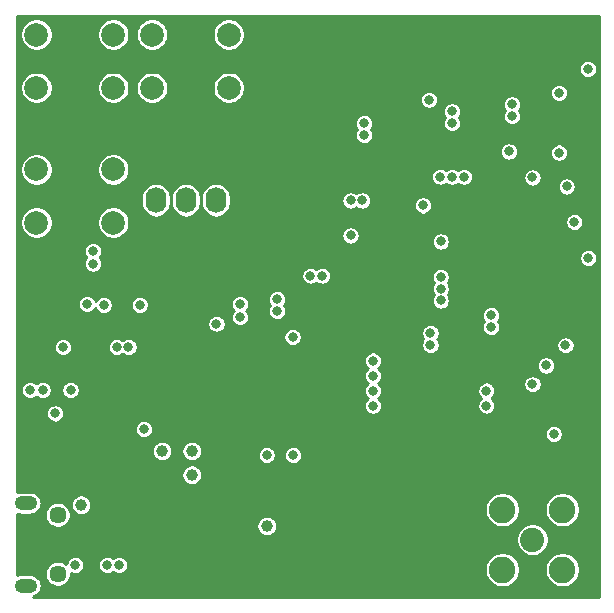
<source format=gbr>
G04 #@! TF.GenerationSoftware,KiCad,Pcbnew,(5.1.5)-3*
G04 #@! TF.CreationDate,2020-05-17T16:05:08+01:00*
G04 #@! TF.ProjectId,Chronos,4368726f-6e6f-4732-9e6b-696361645f70,X301*
G04 #@! TF.SameCoordinates,Original*
G04 #@! TF.FileFunction,Copper,L3,Inr*
G04 #@! TF.FilePolarity,Positive*
%FSLAX46Y46*%
G04 Gerber Fmt 4.6, Leading zero omitted, Abs format (unit mm)*
G04 Created by KiCad (PCBNEW (5.1.5)-3) date 2020-05-17 16:05:08*
%MOMM*%
%LPD*%
G04 APERTURE LIST*
%ADD10C,2.000000*%
%ADD11C,2.250000*%
%ADD12C,2.050000*%
%ADD13O,1.740000X2.200000*%
%ADD14C,0.100000*%
%ADD15O,1.900000X1.200000*%
%ADD16C,1.450000*%
%ADD17C,0.800000*%
%ADD18C,1.000000*%
%ADD19C,0.250000*%
G04 APERTURE END LIST*
D10*
X199300000Y-112000000D03*
X199300000Y-116500000D03*
X192800000Y-112000000D03*
X192800000Y-116500000D03*
X189500000Y-112000000D03*
X189500000Y-116500000D03*
X183000000Y-112000000D03*
X183000000Y-116500000D03*
X189500000Y-123400000D03*
X189500000Y-127900000D03*
X183000000Y-123400000D03*
X183000000Y-127900000D03*
D11*
X222460000Y-157290000D03*
X222460000Y-152210000D03*
X227540000Y-152210000D03*
X227540000Y-157290000D03*
D12*
X225000000Y-154750000D03*
D13*
X193130000Y-126000000D03*
X195670000Y-126000000D03*
X198210000Y-126000000D03*
G04 #@! TA.AperFunction,ViaPad*
D14*
G36*
X201394505Y-124901204D02*
G01*
X201418773Y-124904804D01*
X201442572Y-124910765D01*
X201465671Y-124919030D01*
X201487850Y-124929520D01*
X201508893Y-124942132D01*
X201528599Y-124956747D01*
X201546777Y-124973223D01*
X201563253Y-124991401D01*
X201577868Y-125011107D01*
X201590480Y-125032150D01*
X201600970Y-125054329D01*
X201609235Y-125077428D01*
X201615196Y-125101227D01*
X201618796Y-125125495D01*
X201620000Y-125149999D01*
X201620000Y-126850001D01*
X201618796Y-126874505D01*
X201615196Y-126898773D01*
X201609235Y-126922572D01*
X201600970Y-126945671D01*
X201590480Y-126967850D01*
X201577868Y-126988893D01*
X201563253Y-127008599D01*
X201546777Y-127026777D01*
X201528599Y-127043253D01*
X201508893Y-127057868D01*
X201487850Y-127070480D01*
X201465671Y-127080970D01*
X201442572Y-127089235D01*
X201418773Y-127095196D01*
X201394505Y-127098796D01*
X201370001Y-127100000D01*
X200129999Y-127100000D01*
X200105495Y-127098796D01*
X200081227Y-127095196D01*
X200057428Y-127089235D01*
X200034329Y-127080970D01*
X200012150Y-127070480D01*
X199991107Y-127057868D01*
X199971401Y-127043253D01*
X199953223Y-127026777D01*
X199936747Y-127008599D01*
X199922132Y-126988893D01*
X199909520Y-126967850D01*
X199899030Y-126945671D01*
X199890765Y-126922572D01*
X199884804Y-126898773D01*
X199881204Y-126874505D01*
X199880000Y-126850001D01*
X199880000Y-125149999D01*
X199881204Y-125125495D01*
X199884804Y-125101227D01*
X199890765Y-125077428D01*
X199899030Y-125054329D01*
X199909520Y-125032150D01*
X199922132Y-125011107D01*
X199936747Y-124991401D01*
X199953223Y-124973223D01*
X199971401Y-124956747D01*
X199991107Y-124942132D01*
X200012150Y-124929520D01*
X200034329Y-124919030D01*
X200057428Y-124910765D01*
X200081227Y-124904804D01*
X200105495Y-124901204D01*
X200129999Y-124900000D01*
X201370001Y-124900000D01*
X201394505Y-124901204D01*
G37*
G04 #@! TD.AperFunction*
D15*
X182112500Y-158650000D03*
X182112500Y-151650000D03*
D16*
X184812500Y-157650000D03*
X184812500Y-152650000D03*
D17*
X223265000Y-117900000D03*
X223265000Y-118900000D03*
X184600000Y-144060000D03*
X190800000Y-138460000D03*
X189800000Y-138460000D03*
X192100000Y-145400000D03*
D18*
X193650000Y-147250000D03*
X196150000Y-149250000D03*
X202500000Y-153600000D03*
X196150000Y-147250000D03*
X186791249Y-151800000D03*
D17*
X187800000Y-130300000D03*
X187800000Y-131375000D03*
X185250000Y-138460000D03*
X187300000Y-134800000D03*
X200250000Y-135915000D03*
X198250000Y-136465000D03*
X204750000Y-147600000D03*
X202500000Y-147600000D03*
X211500000Y-139595000D03*
X211500000Y-143405000D03*
X216365000Y-138250000D03*
X216365000Y-137250000D03*
X226800000Y-145800000D03*
X221515000Y-136750000D03*
X221515000Y-135750000D03*
X229735000Y-130900000D03*
X228550000Y-127850000D03*
X225000000Y-124085000D03*
X217235000Y-134500000D03*
X217235000Y-133500000D03*
X217235000Y-132500000D03*
X217235000Y-129500000D03*
X215725000Y-126450000D03*
X210600000Y-126030000D03*
X209600000Y-126030000D03*
X219200000Y-124020000D03*
X218200000Y-124020000D03*
X217200000Y-124020000D03*
X210765000Y-120500000D03*
X210765000Y-119500000D03*
X218205000Y-119500000D03*
X218205000Y-118500000D03*
X186300000Y-156900000D03*
X185900000Y-142090000D03*
X225235000Y-116900000D03*
X226235000Y-118900000D03*
X212735000Y-118500000D03*
X213735000Y-120500000D03*
X220200000Y-120115000D03*
X214265000Y-136485000D03*
X223485000Y-134750000D03*
X198250000Y-138385000D03*
X200250000Y-138885000D03*
X218335000Y-136250000D03*
X219335000Y-138250000D03*
X193800000Y-119485000D03*
X184000000Y-119485000D03*
X184000000Y-130885000D03*
D18*
X200650000Y-154250000D03*
X198900000Y-152500000D03*
X198650000Y-148750000D03*
X202500000Y-150200000D03*
X200650000Y-148750000D03*
D17*
X224485000Y-135750000D03*
X221100000Y-142135000D03*
X226150000Y-140000000D03*
X225000000Y-141600000D03*
X203400000Y-135400000D03*
X221100000Y-143405000D03*
X223000000Y-121885000D03*
X227250000Y-116915000D03*
X203400000Y-134400000D03*
X227264431Y-121985569D03*
X227900000Y-124850000D03*
X229685000Y-114915000D03*
X216235000Y-117500000D03*
X227800000Y-138300000D03*
X209600000Y-129000000D03*
X189000000Y-156900000D03*
X182475000Y-142090000D03*
X190000000Y-156900000D03*
X183537500Y-142090000D03*
X211500000Y-140865000D03*
X204700000Y-137600000D03*
X206200000Y-132400000D03*
X188700000Y-134890000D03*
X207200000Y-132400000D03*
X191750000Y-134890000D03*
X211500000Y-142135000D03*
X200250000Y-134800000D03*
D19*
G36*
X230600001Y-159600000D02*
G01*
X182689539Y-159600000D01*
X182837421Y-159555140D01*
X183006802Y-159464605D01*
X183155265Y-159342765D01*
X183277105Y-159194302D01*
X183367640Y-159024921D01*
X183423392Y-158841133D01*
X183442217Y-158650000D01*
X183423392Y-158458867D01*
X183367640Y-158275079D01*
X183277105Y-158105698D01*
X183155265Y-157957235D01*
X183006802Y-157835395D01*
X182837421Y-157744860D01*
X182653633Y-157689108D01*
X182510392Y-157675000D01*
X181714608Y-157675000D01*
X181571367Y-157689108D01*
X181400000Y-157741092D01*
X181400000Y-157541659D01*
X183712500Y-157541659D01*
X183712500Y-157758341D01*
X183754773Y-157970858D01*
X183837693Y-158171045D01*
X183958075Y-158351209D01*
X184111291Y-158504425D01*
X184291455Y-158624807D01*
X184491642Y-158707727D01*
X184704159Y-158750000D01*
X184920841Y-158750000D01*
X185133358Y-158707727D01*
X185333545Y-158624807D01*
X185513709Y-158504425D01*
X185666925Y-158351209D01*
X185787307Y-158171045D01*
X185870227Y-157970858D01*
X185912500Y-157758341D01*
X185912500Y-157573165D01*
X185932900Y-157586796D01*
X186073941Y-157645217D01*
X186223669Y-157675000D01*
X186376331Y-157675000D01*
X186526059Y-157645217D01*
X186667100Y-157586796D01*
X186794034Y-157501982D01*
X186901982Y-157394034D01*
X186986796Y-157267100D01*
X187045217Y-157126059D01*
X187075000Y-156976331D01*
X187075000Y-156823669D01*
X188225000Y-156823669D01*
X188225000Y-156976331D01*
X188254783Y-157126059D01*
X188313204Y-157267100D01*
X188398018Y-157394034D01*
X188505966Y-157501982D01*
X188632900Y-157586796D01*
X188773941Y-157645217D01*
X188923669Y-157675000D01*
X189076331Y-157675000D01*
X189226059Y-157645217D01*
X189367100Y-157586796D01*
X189494034Y-157501982D01*
X189500000Y-157496016D01*
X189505966Y-157501982D01*
X189632900Y-157586796D01*
X189773941Y-157645217D01*
X189923669Y-157675000D01*
X190076331Y-157675000D01*
X190226059Y-157645217D01*
X190367100Y-157586796D01*
X190494034Y-157501982D01*
X190601982Y-157394034D01*
X190686796Y-157267100D01*
X190738505Y-157142263D01*
X220960000Y-157142263D01*
X220960000Y-157437737D01*
X221017644Y-157727534D01*
X221130717Y-158000517D01*
X221294874Y-158246194D01*
X221503806Y-158455126D01*
X221749483Y-158619283D01*
X222022466Y-158732356D01*
X222312263Y-158790000D01*
X222607737Y-158790000D01*
X222897534Y-158732356D01*
X223170517Y-158619283D01*
X223416194Y-158455126D01*
X223625126Y-158246194D01*
X223789283Y-158000517D01*
X223902356Y-157727534D01*
X223960000Y-157437737D01*
X223960000Y-157142263D01*
X226040000Y-157142263D01*
X226040000Y-157437737D01*
X226097644Y-157727534D01*
X226210717Y-158000517D01*
X226374874Y-158246194D01*
X226583806Y-158455126D01*
X226829483Y-158619283D01*
X227102466Y-158732356D01*
X227392263Y-158790000D01*
X227687737Y-158790000D01*
X227977534Y-158732356D01*
X228250517Y-158619283D01*
X228496194Y-158455126D01*
X228705126Y-158246194D01*
X228869283Y-158000517D01*
X228982356Y-157727534D01*
X229040000Y-157437737D01*
X229040000Y-157142263D01*
X228982356Y-156852466D01*
X228869283Y-156579483D01*
X228705126Y-156333806D01*
X228496194Y-156124874D01*
X228250517Y-155960717D01*
X227977534Y-155847644D01*
X227687737Y-155790000D01*
X227392263Y-155790000D01*
X227102466Y-155847644D01*
X226829483Y-155960717D01*
X226583806Y-156124874D01*
X226374874Y-156333806D01*
X226210717Y-156579483D01*
X226097644Y-156852466D01*
X226040000Y-157142263D01*
X223960000Y-157142263D01*
X223902356Y-156852466D01*
X223789283Y-156579483D01*
X223625126Y-156333806D01*
X223416194Y-156124874D01*
X223170517Y-155960717D01*
X222897534Y-155847644D01*
X222607737Y-155790000D01*
X222312263Y-155790000D01*
X222022466Y-155847644D01*
X221749483Y-155960717D01*
X221503806Y-156124874D01*
X221294874Y-156333806D01*
X221130717Y-156579483D01*
X221017644Y-156852466D01*
X220960000Y-157142263D01*
X190738505Y-157142263D01*
X190745217Y-157126059D01*
X190775000Y-156976331D01*
X190775000Y-156823669D01*
X190745217Y-156673941D01*
X190686796Y-156532900D01*
X190601982Y-156405966D01*
X190494034Y-156298018D01*
X190367100Y-156213204D01*
X190226059Y-156154783D01*
X190076331Y-156125000D01*
X189923669Y-156125000D01*
X189773941Y-156154783D01*
X189632900Y-156213204D01*
X189505966Y-156298018D01*
X189500000Y-156303984D01*
X189494034Y-156298018D01*
X189367100Y-156213204D01*
X189226059Y-156154783D01*
X189076331Y-156125000D01*
X188923669Y-156125000D01*
X188773941Y-156154783D01*
X188632900Y-156213204D01*
X188505966Y-156298018D01*
X188398018Y-156405966D01*
X188313204Y-156532900D01*
X188254783Y-156673941D01*
X188225000Y-156823669D01*
X187075000Y-156823669D01*
X187045217Y-156673941D01*
X186986796Y-156532900D01*
X186901982Y-156405966D01*
X186794034Y-156298018D01*
X186667100Y-156213204D01*
X186526059Y-156154783D01*
X186376331Y-156125000D01*
X186223669Y-156125000D01*
X186073941Y-156154783D01*
X185932900Y-156213204D01*
X185805966Y-156298018D01*
X185698018Y-156405966D01*
X185613204Y-156532900D01*
X185554783Y-156673941D01*
X185527788Y-156809654D01*
X185513709Y-156795575D01*
X185333545Y-156675193D01*
X185133358Y-156592273D01*
X184920841Y-156550000D01*
X184704159Y-156550000D01*
X184491642Y-156592273D01*
X184291455Y-156675193D01*
X184111291Y-156795575D01*
X183958075Y-156948791D01*
X183837693Y-157128955D01*
X183754773Y-157329142D01*
X183712500Y-157541659D01*
X181400000Y-157541659D01*
X181400000Y-154612112D01*
X223600000Y-154612112D01*
X223600000Y-154887888D01*
X223653801Y-155158365D01*
X223759336Y-155413149D01*
X223912549Y-155642448D01*
X224107552Y-155837451D01*
X224336851Y-155990664D01*
X224591635Y-156096199D01*
X224862112Y-156150000D01*
X225137888Y-156150000D01*
X225408365Y-156096199D01*
X225663149Y-155990664D01*
X225892448Y-155837451D01*
X226087451Y-155642448D01*
X226240664Y-155413149D01*
X226346199Y-155158365D01*
X226400000Y-154887888D01*
X226400000Y-154612112D01*
X226346199Y-154341635D01*
X226240664Y-154086851D01*
X226087451Y-153857552D01*
X225892448Y-153662549D01*
X225663149Y-153509336D01*
X225408365Y-153403801D01*
X225137888Y-153350000D01*
X224862112Y-153350000D01*
X224591635Y-153403801D01*
X224336851Y-153509336D01*
X224107552Y-153662549D01*
X223912549Y-153857552D01*
X223759336Y-154086851D01*
X223653801Y-154341635D01*
X223600000Y-154612112D01*
X181400000Y-154612112D01*
X181400000Y-152558908D01*
X181571367Y-152610892D01*
X181714608Y-152625000D01*
X182510392Y-152625000D01*
X182653633Y-152610892D01*
X182837421Y-152555140D01*
X182862642Y-152541659D01*
X183712500Y-152541659D01*
X183712500Y-152758341D01*
X183754773Y-152970858D01*
X183837693Y-153171045D01*
X183958075Y-153351209D01*
X184111291Y-153504425D01*
X184291455Y-153624807D01*
X184491642Y-153707727D01*
X184704159Y-153750000D01*
X184920841Y-153750000D01*
X185133358Y-153707727D01*
X185333545Y-153624807D01*
X185499648Y-153513820D01*
X201625000Y-153513820D01*
X201625000Y-153686180D01*
X201658626Y-153855228D01*
X201724585Y-154014468D01*
X201820343Y-154157780D01*
X201942220Y-154279657D01*
X202085532Y-154375415D01*
X202244772Y-154441374D01*
X202413820Y-154475000D01*
X202586180Y-154475000D01*
X202755228Y-154441374D01*
X202914468Y-154375415D01*
X203057780Y-154279657D01*
X203179657Y-154157780D01*
X203275415Y-154014468D01*
X203341374Y-153855228D01*
X203375000Y-153686180D01*
X203375000Y-153513820D01*
X203341374Y-153344772D01*
X203275415Y-153185532D01*
X203179657Y-153042220D01*
X203057780Y-152920343D01*
X202914468Y-152824585D01*
X202755228Y-152758626D01*
X202586180Y-152725000D01*
X202413820Y-152725000D01*
X202244772Y-152758626D01*
X202085532Y-152824585D01*
X201942220Y-152920343D01*
X201820343Y-153042220D01*
X201724585Y-153185532D01*
X201658626Y-153344772D01*
X201625000Y-153513820D01*
X185499648Y-153513820D01*
X185513709Y-153504425D01*
X185666925Y-153351209D01*
X185787307Y-153171045D01*
X185870227Y-152970858D01*
X185912500Y-152758341D01*
X185912500Y-152541659D01*
X185870227Y-152329142D01*
X185787307Y-152128955D01*
X185666925Y-151948791D01*
X185513709Y-151795575D01*
X185391355Y-151713820D01*
X185916249Y-151713820D01*
X185916249Y-151886180D01*
X185949875Y-152055228D01*
X186015834Y-152214468D01*
X186111592Y-152357780D01*
X186233469Y-152479657D01*
X186376781Y-152575415D01*
X186536021Y-152641374D01*
X186705069Y-152675000D01*
X186877429Y-152675000D01*
X187046477Y-152641374D01*
X187205717Y-152575415D01*
X187349029Y-152479657D01*
X187470906Y-152357780D01*
X187566664Y-152214468D01*
X187629709Y-152062263D01*
X220960000Y-152062263D01*
X220960000Y-152357737D01*
X221017644Y-152647534D01*
X221130717Y-152920517D01*
X221294874Y-153166194D01*
X221503806Y-153375126D01*
X221749483Y-153539283D01*
X222022466Y-153652356D01*
X222312263Y-153710000D01*
X222607737Y-153710000D01*
X222897534Y-153652356D01*
X223170517Y-153539283D01*
X223416194Y-153375126D01*
X223625126Y-153166194D01*
X223789283Y-152920517D01*
X223902356Y-152647534D01*
X223960000Y-152357737D01*
X223960000Y-152062263D01*
X226040000Y-152062263D01*
X226040000Y-152357737D01*
X226097644Y-152647534D01*
X226210717Y-152920517D01*
X226374874Y-153166194D01*
X226583806Y-153375126D01*
X226829483Y-153539283D01*
X227102466Y-153652356D01*
X227392263Y-153710000D01*
X227687737Y-153710000D01*
X227977534Y-153652356D01*
X228250517Y-153539283D01*
X228496194Y-153375126D01*
X228705126Y-153166194D01*
X228869283Y-152920517D01*
X228982356Y-152647534D01*
X229040000Y-152357737D01*
X229040000Y-152062263D01*
X228982356Y-151772466D01*
X228869283Y-151499483D01*
X228705126Y-151253806D01*
X228496194Y-151044874D01*
X228250517Y-150880717D01*
X227977534Y-150767644D01*
X227687737Y-150710000D01*
X227392263Y-150710000D01*
X227102466Y-150767644D01*
X226829483Y-150880717D01*
X226583806Y-151044874D01*
X226374874Y-151253806D01*
X226210717Y-151499483D01*
X226097644Y-151772466D01*
X226040000Y-152062263D01*
X223960000Y-152062263D01*
X223902356Y-151772466D01*
X223789283Y-151499483D01*
X223625126Y-151253806D01*
X223416194Y-151044874D01*
X223170517Y-150880717D01*
X222897534Y-150767644D01*
X222607737Y-150710000D01*
X222312263Y-150710000D01*
X222022466Y-150767644D01*
X221749483Y-150880717D01*
X221503806Y-151044874D01*
X221294874Y-151253806D01*
X221130717Y-151499483D01*
X221017644Y-151772466D01*
X220960000Y-152062263D01*
X187629709Y-152062263D01*
X187632623Y-152055228D01*
X187666249Y-151886180D01*
X187666249Y-151713820D01*
X187632623Y-151544772D01*
X187566664Y-151385532D01*
X187470906Y-151242220D01*
X187349029Y-151120343D01*
X187205717Y-151024585D01*
X187046477Y-150958626D01*
X186877429Y-150925000D01*
X186705069Y-150925000D01*
X186536021Y-150958626D01*
X186376781Y-151024585D01*
X186233469Y-151120343D01*
X186111592Y-151242220D01*
X186015834Y-151385532D01*
X185949875Y-151544772D01*
X185916249Y-151713820D01*
X185391355Y-151713820D01*
X185333545Y-151675193D01*
X185133358Y-151592273D01*
X184920841Y-151550000D01*
X184704159Y-151550000D01*
X184491642Y-151592273D01*
X184291455Y-151675193D01*
X184111291Y-151795575D01*
X183958075Y-151948791D01*
X183837693Y-152128955D01*
X183754773Y-152329142D01*
X183712500Y-152541659D01*
X182862642Y-152541659D01*
X183006802Y-152464605D01*
X183155265Y-152342765D01*
X183277105Y-152194302D01*
X183367640Y-152024921D01*
X183423392Y-151841133D01*
X183442217Y-151650000D01*
X183423392Y-151458867D01*
X183367640Y-151275079D01*
X183277105Y-151105698D01*
X183155265Y-150957235D01*
X183006802Y-150835395D01*
X182837421Y-150744860D01*
X182653633Y-150689108D01*
X182510392Y-150675000D01*
X181714608Y-150675000D01*
X181571367Y-150689108D01*
X181400000Y-150741092D01*
X181400000Y-149163820D01*
X195275000Y-149163820D01*
X195275000Y-149336180D01*
X195308626Y-149505228D01*
X195374585Y-149664468D01*
X195470343Y-149807780D01*
X195592220Y-149929657D01*
X195735532Y-150025415D01*
X195894772Y-150091374D01*
X196063820Y-150125000D01*
X196236180Y-150125000D01*
X196405228Y-150091374D01*
X196564468Y-150025415D01*
X196707780Y-149929657D01*
X196829657Y-149807780D01*
X196925415Y-149664468D01*
X196991374Y-149505228D01*
X197025000Y-149336180D01*
X197025000Y-149163820D01*
X196991374Y-148994772D01*
X196925415Y-148835532D01*
X196829657Y-148692220D01*
X196707780Y-148570343D01*
X196564468Y-148474585D01*
X196405228Y-148408626D01*
X196236180Y-148375000D01*
X196063820Y-148375000D01*
X195894772Y-148408626D01*
X195735532Y-148474585D01*
X195592220Y-148570343D01*
X195470343Y-148692220D01*
X195374585Y-148835532D01*
X195308626Y-148994772D01*
X195275000Y-149163820D01*
X181400000Y-149163820D01*
X181400000Y-147163820D01*
X192775000Y-147163820D01*
X192775000Y-147336180D01*
X192808626Y-147505228D01*
X192874585Y-147664468D01*
X192970343Y-147807780D01*
X193092220Y-147929657D01*
X193235532Y-148025415D01*
X193394772Y-148091374D01*
X193563820Y-148125000D01*
X193736180Y-148125000D01*
X193905228Y-148091374D01*
X194064468Y-148025415D01*
X194207780Y-147929657D01*
X194329657Y-147807780D01*
X194425415Y-147664468D01*
X194491374Y-147505228D01*
X194525000Y-147336180D01*
X194525000Y-147163820D01*
X195275000Y-147163820D01*
X195275000Y-147336180D01*
X195308626Y-147505228D01*
X195374585Y-147664468D01*
X195470343Y-147807780D01*
X195592220Y-147929657D01*
X195735532Y-148025415D01*
X195894772Y-148091374D01*
X196063820Y-148125000D01*
X196236180Y-148125000D01*
X196405228Y-148091374D01*
X196564468Y-148025415D01*
X196707780Y-147929657D01*
X196829657Y-147807780D01*
X196925415Y-147664468D01*
X196983735Y-147523669D01*
X201725000Y-147523669D01*
X201725000Y-147676331D01*
X201754783Y-147826059D01*
X201813204Y-147967100D01*
X201898018Y-148094034D01*
X202005966Y-148201982D01*
X202132900Y-148286796D01*
X202273941Y-148345217D01*
X202423669Y-148375000D01*
X202576331Y-148375000D01*
X202726059Y-148345217D01*
X202867100Y-148286796D01*
X202994034Y-148201982D01*
X203101982Y-148094034D01*
X203186796Y-147967100D01*
X203245217Y-147826059D01*
X203275000Y-147676331D01*
X203275000Y-147523669D01*
X203975000Y-147523669D01*
X203975000Y-147676331D01*
X204004783Y-147826059D01*
X204063204Y-147967100D01*
X204148018Y-148094034D01*
X204255966Y-148201982D01*
X204382900Y-148286796D01*
X204523941Y-148345217D01*
X204673669Y-148375000D01*
X204826331Y-148375000D01*
X204976059Y-148345217D01*
X205117100Y-148286796D01*
X205244034Y-148201982D01*
X205351982Y-148094034D01*
X205436796Y-147967100D01*
X205495217Y-147826059D01*
X205525000Y-147676331D01*
X205525000Y-147523669D01*
X205495217Y-147373941D01*
X205436796Y-147232900D01*
X205351982Y-147105966D01*
X205244034Y-146998018D01*
X205117100Y-146913204D01*
X204976059Y-146854783D01*
X204826331Y-146825000D01*
X204673669Y-146825000D01*
X204523941Y-146854783D01*
X204382900Y-146913204D01*
X204255966Y-146998018D01*
X204148018Y-147105966D01*
X204063204Y-147232900D01*
X204004783Y-147373941D01*
X203975000Y-147523669D01*
X203275000Y-147523669D01*
X203245217Y-147373941D01*
X203186796Y-147232900D01*
X203101982Y-147105966D01*
X202994034Y-146998018D01*
X202867100Y-146913204D01*
X202726059Y-146854783D01*
X202576331Y-146825000D01*
X202423669Y-146825000D01*
X202273941Y-146854783D01*
X202132900Y-146913204D01*
X202005966Y-146998018D01*
X201898018Y-147105966D01*
X201813204Y-147232900D01*
X201754783Y-147373941D01*
X201725000Y-147523669D01*
X196983735Y-147523669D01*
X196991374Y-147505228D01*
X197025000Y-147336180D01*
X197025000Y-147163820D01*
X196991374Y-146994772D01*
X196925415Y-146835532D01*
X196829657Y-146692220D01*
X196707780Y-146570343D01*
X196564468Y-146474585D01*
X196405228Y-146408626D01*
X196236180Y-146375000D01*
X196063820Y-146375000D01*
X195894772Y-146408626D01*
X195735532Y-146474585D01*
X195592220Y-146570343D01*
X195470343Y-146692220D01*
X195374585Y-146835532D01*
X195308626Y-146994772D01*
X195275000Y-147163820D01*
X194525000Y-147163820D01*
X194491374Y-146994772D01*
X194425415Y-146835532D01*
X194329657Y-146692220D01*
X194207780Y-146570343D01*
X194064468Y-146474585D01*
X193905228Y-146408626D01*
X193736180Y-146375000D01*
X193563820Y-146375000D01*
X193394772Y-146408626D01*
X193235532Y-146474585D01*
X193092220Y-146570343D01*
X192970343Y-146692220D01*
X192874585Y-146835532D01*
X192808626Y-146994772D01*
X192775000Y-147163820D01*
X181400000Y-147163820D01*
X181400000Y-145323669D01*
X191325000Y-145323669D01*
X191325000Y-145476331D01*
X191354783Y-145626059D01*
X191413204Y-145767100D01*
X191498018Y-145894034D01*
X191605966Y-146001982D01*
X191732900Y-146086796D01*
X191873941Y-146145217D01*
X192023669Y-146175000D01*
X192176331Y-146175000D01*
X192326059Y-146145217D01*
X192467100Y-146086796D01*
X192594034Y-146001982D01*
X192701982Y-145894034D01*
X192786796Y-145767100D01*
X192804785Y-145723669D01*
X226025000Y-145723669D01*
X226025000Y-145876331D01*
X226054783Y-146026059D01*
X226113204Y-146167100D01*
X226198018Y-146294034D01*
X226305966Y-146401982D01*
X226432900Y-146486796D01*
X226573941Y-146545217D01*
X226723669Y-146575000D01*
X226876331Y-146575000D01*
X227026059Y-146545217D01*
X227167100Y-146486796D01*
X227294034Y-146401982D01*
X227401982Y-146294034D01*
X227486796Y-146167100D01*
X227545217Y-146026059D01*
X227575000Y-145876331D01*
X227575000Y-145723669D01*
X227545217Y-145573941D01*
X227486796Y-145432900D01*
X227401982Y-145305966D01*
X227294034Y-145198018D01*
X227167100Y-145113204D01*
X227026059Y-145054783D01*
X226876331Y-145025000D01*
X226723669Y-145025000D01*
X226573941Y-145054783D01*
X226432900Y-145113204D01*
X226305966Y-145198018D01*
X226198018Y-145305966D01*
X226113204Y-145432900D01*
X226054783Y-145573941D01*
X226025000Y-145723669D01*
X192804785Y-145723669D01*
X192845217Y-145626059D01*
X192875000Y-145476331D01*
X192875000Y-145323669D01*
X192845217Y-145173941D01*
X192786796Y-145032900D01*
X192701982Y-144905966D01*
X192594034Y-144798018D01*
X192467100Y-144713204D01*
X192326059Y-144654783D01*
X192176331Y-144625000D01*
X192023669Y-144625000D01*
X191873941Y-144654783D01*
X191732900Y-144713204D01*
X191605966Y-144798018D01*
X191498018Y-144905966D01*
X191413204Y-145032900D01*
X191354783Y-145173941D01*
X191325000Y-145323669D01*
X181400000Y-145323669D01*
X181400000Y-143983669D01*
X183825000Y-143983669D01*
X183825000Y-144136331D01*
X183854783Y-144286059D01*
X183913204Y-144427100D01*
X183998018Y-144554034D01*
X184105966Y-144661982D01*
X184232900Y-144746796D01*
X184373941Y-144805217D01*
X184523669Y-144835000D01*
X184676331Y-144835000D01*
X184826059Y-144805217D01*
X184967100Y-144746796D01*
X185094034Y-144661982D01*
X185201982Y-144554034D01*
X185286796Y-144427100D01*
X185345217Y-144286059D01*
X185375000Y-144136331D01*
X185375000Y-143983669D01*
X185345217Y-143833941D01*
X185286796Y-143692900D01*
X185201982Y-143565966D01*
X185094034Y-143458018D01*
X184967100Y-143373204D01*
X184826059Y-143314783D01*
X184676331Y-143285000D01*
X184523669Y-143285000D01*
X184373941Y-143314783D01*
X184232900Y-143373204D01*
X184105966Y-143458018D01*
X183998018Y-143565966D01*
X183913204Y-143692900D01*
X183854783Y-143833941D01*
X183825000Y-143983669D01*
X181400000Y-143983669D01*
X181400000Y-142013669D01*
X181700000Y-142013669D01*
X181700000Y-142166331D01*
X181729783Y-142316059D01*
X181788204Y-142457100D01*
X181873018Y-142584034D01*
X181980966Y-142691982D01*
X182107900Y-142776796D01*
X182248941Y-142835217D01*
X182398669Y-142865000D01*
X182551331Y-142865000D01*
X182701059Y-142835217D01*
X182842100Y-142776796D01*
X182969034Y-142691982D01*
X183006250Y-142654766D01*
X183043466Y-142691982D01*
X183170400Y-142776796D01*
X183311441Y-142835217D01*
X183461169Y-142865000D01*
X183613831Y-142865000D01*
X183763559Y-142835217D01*
X183904600Y-142776796D01*
X184031534Y-142691982D01*
X184139482Y-142584034D01*
X184224296Y-142457100D01*
X184282717Y-142316059D01*
X184312500Y-142166331D01*
X184312500Y-142013669D01*
X185125000Y-142013669D01*
X185125000Y-142166331D01*
X185154783Y-142316059D01*
X185213204Y-142457100D01*
X185298018Y-142584034D01*
X185405966Y-142691982D01*
X185532900Y-142776796D01*
X185673941Y-142835217D01*
X185823669Y-142865000D01*
X185976331Y-142865000D01*
X186126059Y-142835217D01*
X186267100Y-142776796D01*
X186394034Y-142691982D01*
X186501982Y-142584034D01*
X186586796Y-142457100D01*
X186645217Y-142316059D01*
X186675000Y-142166331D01*
X186675000Y-142013669D01*
X186645217Y-141863941D01*
X186586796Y-141722900D01*
X186501982Y-141595966D01*
X186394034Y-141488018D01*
X186267100Y-141403204D01*
X186126059Y-141344783D01*
X185976331Y-141315000D01*
X185823669Y-141315000D01*
X185673941Y-141344783D01*
X185532900Y-141403204D01*
X185405966Y-141488018D01*
X185298018Y-141595966D01*
X185213204Y-141722900D01*
X185154783Y-141863941D01*
X185125000Y-142013669D01*
X184312500Y-142013669D01*
X184282717Y-141863941D01*
X184224296Y-141722900D01*
X184139482Y-141595966D01*
X184031534Y-141488018D01*
X183904600Y-141403204D01*
X183763559Y-141344783D01*
X183613831Y-141315000D01*
X183461169Y-141315000D01*
X183311441Y-141344783D01*
X183170400Y-141403204D01*
X183043466Y-141488018D01*
X183006250Y-141525234D01*
X182969034Y-141488018D01*
X182842100Y-141403204D01*
X182701059Y-141344783D01*
X182551331Y-141315000D01*
X182398669Y-141315000D01*
X182248941Y-141344783D01*
X182107900Y-141403204D01*
X181980966Y-141488018D01*
X181873018Y-141595966D01*
X181788204Y-141722900D01*
X181729783Y-141863941D01*
X181700000Y-142013669D01*
X181400000Y-142013669D01*
X181400000Y-139518669D01*
X210725000Y-139518669D01*
X210725000Y-139671331D01*
X210754783Y-139821059D01*
X210813204Y-139962100D01*
X210898018Y-140089034D01*
X211005966Y-140196982D01*
X211055381Y-140230000D01*
X211005966Y-140263018D01*
X210898018Y-140370966D01*
X210813204Y-140497900D01*
X210754783Y-140638941D01*
X210725000Y-140788669D01*
X210725000Y-140941331D01*
X210754783Y-141091059D01*
X210813204Y-141232100D01*
X210898018Y-141359034D01*
X211005966Y-141466982D01*
X211055381Y-141500000D01*
X211005966Y-141533018D01*
X210898018Y-141640966D01*
X210813204Y-141767900D01*
X210754783Y-141908941D01*
X210725000Y-142058669D01*
X210725000Y-142211331D01*
X210754783Y-142361059D01*
X210813204Y-142502100D01*
X210898018Y-142629034D01*
X211005966Y-142736982D01*
X211055381Y-142770000D01*
X211005966Y-142803018D01*
X210898018Y-142910966D01*
X210813204Y-143037900D01*
X210754783Y-143178941D01*
X210725000Y-143328669D01*
X210725000Y-143481331D01*
X210754783Y-143631059D01*
X210813204Y-143772100D01*
X210898018Y-143899034D01*
X211005966Y-144006982D01*
X211132900Y-144091796D01*
X211273941Y-144150217D01*
X211423669Y-144180000D01*
X211576331Y-144180000D01*
X211726059Y-144150217D01*
X211867100Y-144091796D01*
X211994034Y-144006982D01*
X212101982Y-143899034D01*
X212186796Y-143772100D01*
X212245217Y-143631059D01*
X212275000Y-143481331D01*
X212275000Y-143328669D01*
X212245217Y-143178941D01*
X212186796Y-143037900D01*
X212101982Y-142910966D01*
X211994034Y-142803018D01*
X211944619Y-142770000D01*
X211994034Y-142736982D01*
X212101982Y-142629034D01*
X212186796Y-142502100D01*
X212245217Y-142361059D01*
X212275000Y-142211331D01*
X212275000Y-142058669D01*
X220325000Y-142058669D01*
X220325000Y-142211331D01*
X220354783Y-142361059D01*
X220413204Y-142502100D01*
X220498018Y-142629034D01*
X220605966Y-142736982D01*
X220655381Y-142770000D01*
X220605966Y-142803018D01*
X220498018Y-142910966D01*
X220413204Y-143037900D01*
X220354783Y-143178941D01*
X220325000Y-143328669D01*
X220325000Y-143481331D01*
X220354783Y-143631059D01*
X220413204Y-143772100D01*
X220498018Y-143899034D01*
X220605966Y-144006982D01*
X220732900Y-144091796D01*
X220873941Y-144150217D01*
X221023669Y-144180000D01*
X221176331Y-144180000D01*
X221326059Y-144150217D01*
X221467100Y-144091796D01*
X221594034Y-144006982D01*
X221701982Y-143899034D01*
X221786796Y-143772100D01*
X221845217Y-143631059D01*
X221875000Y-143481331D01*
X221875000Y-143328669D01*
X221845217Y-143178941D01*
X221786796Y-143037900D01*
X221701982Y-142910966D01*
X221594034Y-142803018D01*
X221544619Y-142770000D01*
X221594034Y-142736982D01*
X221701982Y-142629034D01*
X221786796Y-142502100D01*
X221845217Y-142361059D01*
X221875000Y-142211331D01*
X221875000Y-142058669D01*
X221845217Y-141908941D01*
X221786796Y-141767900D01*
X221701982Y-141640966D01*
X221594034Y-141533018D01*
X221580043Y-141523669D01*
X224225000Y-141523669D01*
X224225000Y-141676331D01*
X224254783Y-141826059D01*
X224313204Y-141967100D01*
X224398018Y-142094034D01*
X224505966Y-142201982D01*
X224632900Y-142286796D01*
X224773941Y-142345217D01*
X224923669Y-142375000D01*
X225076331Y-142375000D01*
X225226059Y-142345217D01*
X225367100Y-142286796D01*
X225494034Y-142201982D01*
X225601982Y-142094034D01*
X225686796Y-141967100D01*
X225745217Y-141826059D01*
X225775000Y-141676331D01*
X225775000Y-141523669D01*
X225745217Y-141373941D01*
X225686796Y-141232900D01*
X225601982Y-141105966D01*
X225494034Y-140998018D01*
X225367100Y-140913204D01*
X225226059Y-140854783D01*
X225076331Y-140825000D01*
X224923669Y-140825000D01*
X224773941Y-140854783D01*
X224632900Y-140913204D01*
X224505966Y-140998018D01*
X224398018Y-141105966D01*
X224313204Y-141232900D01*
X224254783Y-141373941D01*
X224225000Y-141523669D01*
X221580043Y-141523669D01*
X221467100Y-141448204D01*
X221326059Y-141389783D01*
X221176331Y-141360000D01*
X221023669Y-141360000D01*
X220873941Y-141389783D01*
X220732900Y-141448204D01*
X220605966Y-141533018D01*
X220498018Y-141640966D01*
X220413204Y-141767900D01*
X220354783Y-141908941D01*
X220325000Y-142058669D01*
X212275000Y-142058669D01*
X212245217Y-141908941D01*
X212186796Y-141767900D01*
X212101982Y-141640966D01*
X211994034Y-141533018D01*
X211944619Y-141500000D01*
X211994034Y-141466982D01*
X212101982Y-141359034D01*
X212186796Y-141232100D01*
X212245217Y-141091059D01*
X212275000Y-140941331D01*
X212275000Y-140788669D01*
X212245217Y-140638941D01*
X212186796Y-140497900D01*
X212101982Y-140370966D01*
X211994034Y-140263018D01*
X211944619Y-140230000D01*
X211994034Y-140196982D01*
X212101982Y-140089034D01*
X212186796Y-139962100D01*
X212202714Y-139923669D01*
X225375000Y-139923669D01*
X225375000Y-140076331D01*
X225404783Y-140226059D01*
X225463204Y-140367100D01*
X225548018Y-140494034D01*
X225655966Y-140601982D01*
X225782900Y-140686796D01*
X225923941Y-140745217D01*
X226073669Y-140775000D01*
X226226331Y-140775000D01*
X226376059Y-140745217D01*
X226517100Y-140686796D01*
X226644034Y-140601982D01*
X226751982Y-140494034D01*
X226836796Y-140367100D01*
X226895217Y-140226059D01*
X226925000Y-140076331D01*
X226925000Y-139923669D01*
X226895217Y-139773941D01*
X226836796Y-139632900D01*
X226751982Y-139505966D01*
X226644034Y-139398018D01*
X226517100Y-139313204D01*
X226376059Y-139254783D01*
X226226331Y-139225000D01*
X226073669Y-139225000D01*
X225923941Y-139254783D01*
X225782900Y-139313204D01*
X225655966Y-139398018D01*
X225548018Y-139505966D01*
X225463204Y-139632900D01*
X225404783Y-139773941D01*
X225375000Y-139923669D01*
X212202714Y-139923669D01*
X212245217Y-139821059D01*
X212275000Y-139671331D01*
X212275000Y-139518669D01*
X212245217Y-139368941D01*
X212186796Y-139227900D01*
X212101982Y-139100966D01*
X211994034Y-138993018D01*
X211867100Y-138908204D01*
X211726059Y-138849783D01*
X211576331Y-138820000D01*
X211423669Y-138820000D01*
X211273941Y-138849783D01*
X211132900Y-138908204D01*
X211005966Y-138993018D01*
X210898018Y-139100966D01*
X210813204Y-139227900D01*
X210754783Y-139368941D01*
X210725000Y-139518669D01*
X181400000Y-139518669D01*
X181400000Y-138383669D01*
X184475000Y-138383669D01*
X184475000Y-138536331D01*
X184504783Y-138686059D01*
X184563204Y-138827100D01*
X184648018Y-138954034D01*
X184755966Y-139061982D01*
X184882900Y-139146796D01*
X185023941Y-139205217D01*
X185173669Y-139235000D01*
X185326331Y-139235000D01*
X185476059Y-139205217D01*
X185617100Y-139146796D01*
X185744034Y-139061982D01*
X185851982Y-138954034D01*
X185936796Y-138827100D01*
X185995217Y-138686059D01*
X186025000Y-138536331D01*
X186025000Y-138383669D01*
X189025000Y-138383669D01*
X189025000Y-138536331D01*
X189054783Y-138686059D01*
X189113204Y-138827100D01*
X189198018Y-138954034D01*
X189305966Y-139061982D01*
X189432900Y-139146796D01*
X189573941Y-139205217D01*
X189723669Y-139235000D01*
X189876331Y-139235000D01*
X190026059Y-139205217D01*
X190167100Y-139146796D01*
X190294034Y-139061982D01*
X190300000Y-139056016D01*
X190305966Y-139061982D01*
X190432900Y-139146796D01*
X190573941Y-139205217D01*
X190723669Y-139235000D01*
X190876331Y-139235000D01*
X191026059Y-139205217D01*
X191167100Y-139146796D01*
X191294034Y-139061982D01*
X191401982Y-138954034D01*
X191486796Y-138827100D01*
X191545217Y-138686059D01*
X191575000Y-138536331D01*
X191575000Y-138383669D01*
X191545217Y-138233941D01*
X191486796Y-138092900D01*
X191401982Y-137965966D01*
X191294034Y-137858018D01*
X191167100Y-137773204D01*
X191026059Y-137714783D01*
X190876331Y-137685000D01*
X190723669Y-137685000D01*
X190573941Y-137714783D01*
X190432900Y-137773204D01*
X190305966Y-137858018D01*
X190300000Y-137863984D01*
X190294034Y-137858018D01*
X190167100Y-137773204D01*
X190026059Y-137714783D01*
X189876331Y-137685000D01*
X189723669Y-137685000D01*
X189573941Y-137714783D01*
X189432900Y-137773204D01*
X189305966Y-137858018D01*
X189198018Y-137965966D01*
X189113204Y-138092900D01*
X189054783Y-138233941D01*
X189025000Y-138383669D01*
X186025000Y-138383669D01*
X185995217Y-138233941D01*
X185936796Y-138092900D01*
X185851982Y-137965966D01*
X185744034Y-137858018D01*
X185617100Y-137773204D01*
X185476059Y-137714783D01*
X185326331Y-137685000D01*
X185173669Y-137685000D01*
X185023941Y-137714783D01*
X184882900Y-137773204D01*
X184755966Y-137858018D01*
X184648018Y-137965966D01*
X184563204Y-138092900D01*
X184504783Y-138233941D01*
X184475000Y-138383669D01*
X181400000Y-138383669D01*
X181400000Y-137523669D01*
X203925000Y-137523669D01*
X203925000Y-137676331D01*
X203954783Y-137826059D01*
X204013204Y-137967100D01*
X204098018Y-138094034D01*
X204205966Y-138201982D01*
X204332900Y-138286796D01*
X204473941Y-138345217D01*
X204623669Y-138375000D01*
X204776331Y-138375000D01*
X204926059Y-138345217D01*
X205067100Y-138286796D01*
X205194034Y-138201982D01*
X205301982Y-138094034D01*
X205386796Y-137967100D01*
X205445217Y-137826059D01*
X205475000Y-137676331D01*
X205475000Y-137523669D01*
X205445217Y-137373941D01*
X205386796Y-137232900D01*
X205347220Y-137173669D01*
X215590000Y-137173669D01*
X215590000Y-137326331D01*
X215619783Y-137476059D01*
X215678204Y-137617100D01*
X215763018Y-137744034D01*
X215768984Y-137750000D01*
X215763018Y-137755966D01*
X215678204Y-137882900D01*
X215619783Y-138023941D01*
X215590000Y-138173669D01*
X215590000Y-138326331D01*
X215619783Y-138476059D01*
X215678204Y-138617100D01*
X215763018Y-138744034D01*
X215870966Y-138851982D01*
X215997900Y-138936796D01*
X216138941Y-138995217D01*
X216288669Y-139025000D01*
X216441331Y-139025000D01*
X216591059Y-138995217D01*
X216732100Y-138936796D01*
X216859034Y-138851982D01*
X216966982Y-138744034D01*
X217051796Y-138617100D01*
X217110217Y-138476059D01*
X217140000Y-138326331D01*
X217140000Y-138223669D01*
X227025000Y-138223669D01*
X227025000Y-138376331D01*
X227054783Y-138526059D01*
X227113204Y-138667100D01*
X227198018Y-138794034D01*
X227305966Y-138901982D01*
X227432900Y-138986796D01*
X227573941Y-139045217D01*
X227723669Y-139075000D01*
X227876331Y-139075000D01*
X228026059Y-139045217D01*
X228167100Y-138986796D01*
X228294034Y-138901982D01*
X228401982Y-138794034D01*
X228486796Y-138667100D01*
X228545217Y-138526059D01*
X228575000Y-138376331D01*
X228575000Y-138223669D01*
X228545217Y-138073941D01*
X228486796Y-137932900D01*
X228401982Y-137805966D01*
X228294034Y-137698018D01*
X228167100Y-137613204D01*
X228026059Y-137554783D01*
X227876331Y-137525000D01*
X227723669Y-137525000D01*
X227573941Y-137554783D01*
X227432900Y-137613204D01*
X227305966Y-137698018D01*
X227198018Y-137805966D01*
X227113204Y-137932900D01*
X227054783Y-138073941D01*
X227025000Y-138223669D01*
X217140000Y-138223669D01*
X217140000Y-138173669D01*
X217110217Y-138023941D01*
X217051796Y-137882900D01*
X216966982Y-137755966D01*
X216961016Y-137750000D01*
X216966982Y-137744034D01*
X217051796Y-137617100D01*
X217110217Y-137476059D01*
X217140000Y-137326331D01*
X217140000Y-137173669D01*
X217110217Y-137023941D01*
X217051796Y-136882900D01*
X216966982Y-136755966D01*
X216859034Y-136648018D01*
X216732100Y-136563204D01*
X216591059Y-136504783D01*
X216441331Y-136475000D01*
X216288669Y-136475000D01*
X216138941Y-136504783D01*
X215997900Y-136563204D01*
X215870966Y-136648018D01*
X215763018Y-136755966D01*
X215678204Y-136882900D01*
X215619783Y-137023941D01*
X215590000Y-137173669D01*
X205347220Y-137173669D01*
X205301982Y-137105966D01*
X205194034Y-136998018D01*
X205067100Y-136913204D01*
X204926059Y-136854783D01*
X204776331Y-136825000D01*
X204623669Y-136825000D01*
X204473941Y-136854783D01*
X204332900Y-136913204D01*
X204205966Y-136998018D01*
X204098018Y-137105966D01*
X204013204Y-137232900D01*
X203954783Y-137373941D01*
X203925000Y-137523669D01*
X181400000Y-137523669D01*
X181400000Y-136388669D01*
X197475000Y-136388669D01*
X197475000Y-136541331D01*
X197504783Y-136691059D01*
X197563204Y-136832100D01*
X197648018Y-136959034D01*
X197755966Y-137066982D01*
X197882900Y-137151796D01*
X198023941Y-137210217D01*
X198173669Y-137240000D01*
X198326331Y-137240000D01*
X198476059Y-137210217D01*
X198617100Y-137151796D01*
X198744034Y-137066982D01*
X198851982Y-136959034D01*
X198936796Y-136832100D01*
X198995217Y-136691059D01*
X199025000Y-136541331D01*
X199025000Y-136388669D01*
X198995217Y-136238941D01*
X198936796Y-136097900D01*
X198851982Y-135970966D01*
X198744034Y-135863018D01*
X198617100Y-135778204D01*
X198476059Y-135719783D01*
X198326331Y-135690000D01*
X198173669Y-135690000D01*
X198023941Y-135719783D01*
X197882900Y-135778204D01*
X197755966Y-135863018D01*
X197648018Y-135970966D01*
X197563204Y-136097900D01*
X197504783Y-136238941D01*
X197475000Y-136388669D01*
X181400000Y-136388669D01*
X181400000Y-134723669D01*
X186525000Y-134723669D01*
X186525000Y-134876331D01*
X186554783Y-135026059D01*
X186613204Y-135167100D01*
X186698018Y-135294034D01*
X186805966Y-135401982D01*
X186932900Y-135486796D01*
X187073941Y-135545217D01*
X187223669Y-135575000D01*
X187376331Y-135575000D01*
X187526059Y-135545217D01*
X187667100Y-135486796D01*
X187794034Y-135401982D01*
X187901982Y-135294034D01*
X187980085Y-135177144D01*
X188013204Y-135257100D01*
X188098018Y-135384034D01*
X188205966Y-135491982D01*
X188332900Y-135576796D01*
X188473941Y-135635217D01*
X188623669Y-135665000D01*
X188776331Y-135665000D01*
X188926059Y-135635217D01*
X189067100Y-135576796D01*
X189194034Y-135491982D01*
X189301982Y-135384034D01*
X189386796Y-135257100D01*
X189445217Y-135116059D01*
X189475000Y-134966331D01*
X189475000Y-134813669D01*
X190975000Y-134813669D01*
X190975000Y-134966331D01*
X191004783Y-135116059D01*
X191063204Y-135257100D01*
X191148018Y-135384034D01*
X191255966Y-135491982D01*
X191382900Y-135576796D01*
X191523941Y-135635217D01*
X191673669Y-135665000D01*
X191826331Y-135665000D01*
X191976059Y-135635217D01*
X192117100Y-135576796D01*
X192244034Y-135491982D01*
X192351982Y-135384034D01*
X192436796Y-135257100D01*
X192495217Y-135116059D01*
X192525000Y-134966331D01*
X192525000Y-134813669D01*
X192507098Y-134723669D01*
X199475000Y-134723669D01*
X199475000Y-134876331D01*
X199504783Y-135026059D01*
X199563204Y-135167100D01*
X199648018Y-135294034D01*
X199711484Y-135357500D01*
X199648018Y-135420966D01*
X199563204Y-135547900D01*
X199504783Y-135688941D01*
X199475000Y-135838669D01*
X199475000Y-135991331D01*
X199504783Y-136141059D01*
X199563204Y-136282100D01*
X199648018Y-136409034D01*
X199755966Y-136516982D01*
X199882900Y-136601796D01*
X200023941Y-136660217D01*
X200173669Y-136690000D01*
X200326331Y-136690000D01*
X200476059Y-136660217D01*
X200617100Y-136601796D01*
X200744034Y-136516982D01*
X200851982Y-136409034D01*
X200936796Y-136282100D01*
X200995217Y-136141059D01*
X201025000Y-135991331D01*
X201025000Y-135838669D01*
X200995217Y-135688941D01*
X200936796Y-135547900D01*
X200851982Y-135420966D01*
X200788516Y-135357500D01*
X200851982Y-135294034D01*
X200936796Y-135167100D01*
X200995217Y-135026059D01*
X201025000Y-134876331D01*
X201025000Y-134723669D01*
X200995217Y-134573941D01*
X200936796Y-134432900D01*
X200863811Y-134323669D01*
X202625000Y-134323669D01*
X202625000Y-134476331D01*
X202654783Y-134626059D01*
X202713204Y-134767100D01*
X202798018Y-134894034D01*
X202803984Y-134900000D01*
X202798018Y-134905966D01*
X202713204Y-135032900D01*
X202654783Y-135173941D01*
X202625000Y-135323669D01*
X202625000Y-135476331D01*
X202654783Y-135626059D01*
X202713204Y-135767100D01*
X202798018Y-135894034D01*
X202905966Y-136001982D01*
X203032900Y-136086796D01*
X203173941Y-136145217D01*
X203323669Y-136175000D01*
X203476331Y-136175000D01*
X203626059Y-136145217D01*
X203767100Y-136086796D01*
X203894034Y-136001982D01*
X204001982Y-135894034D01*
X204086796Y-135767100D01*
X204125496Y-135673669D01*
X220740000Y-135673669D01*
X220740000Y-135826331D01*
X220769783Y-135976059D01*
X220828204Y-136117100D01*
X220913018Y-136244034D01*
X220918984Y-136250000D01*
X220913018Y-136255966D01*
X220828204Y-136382900D01*
X220769783Y-136523941D01*
X220740000Y-136673669D01*
X220740000Y-136826331D01*
X220769783Y-136976059D01*
X220828204Y-137117100D01*
X220913018Y-137244034D01*
X221020966Y-137351982D01*
X221147900Y-137436796D01*
X221288941Y-137495217D01*
X221438669Y-137525000D01*
X221591331Y-137525000D01*
X221741059Y-137495217D01*
X221882100Y-137436796D01*
X222009034Y-137351982D01*
X222116982Y-137244034D01*
X222201796Y-137117100D01*
X222260217Y-136976059D01*
X222290000Y-136826331D01*
X222290000Y-136673669D01*
X222260217Y-136523941D01*
X222201796Y-136382900D01*
X222116982Y-136255966D01*
X222111016Y-136250000D01*
X222116982Y-136244034D01*
X222201796Y-136117100D01*
X222260217Y-135976059D01*
X222290000Y-135826331D01*
X222290000Y-135673669D01*
X222260217Y-135523941D01*
X222201796Y-135382900D01*
X222116982Y-135255966D01*
X222009034Y-135148018D01*
X221882100Y-135063204D01*
X221741059Y-135004783D01*
X221591331Y-134975000D01*
X221438669Y-134975000D01*
X221288941Y-135004783D01*
X221147900Y-135063204D01*
X221020966Y-135148018D01*
X220913018Y-135255966D01*
X220828204Y-135382900D01*
X220769783Y-135523941D01*
X220740000Y-135673669D01*
X204125496Y-135673669D01*
X204145217Y-135626059D01*
X204175000Y-135476331D01*
X204175000Y-135323669D01*
X204145217Y-135173941D01*
X204086796Y-135032900D01*
X204001982Y-134905966D01*
X203996016Y-134900000D01*
X204001982Y-134894034D01*
X204086796Y-134767100D01*
X204145217Y-134626059D01*
X204175000Y-134476331D01*
X204175000Y-134323669D01*
X204145217Y-134173941D01*
X204086796Y-134032900D01*
X204001982Y-133905966D01*
X203894034Y-133798018D01*
X203767100Y-133713204D01*
X203626059Y-133654783D01*
X203476331Y-133625000D01*
X203323669Y-133625000D01*
X203173941Y-133654783D01*
X203032900Y-133713204D01*
X202905966Y-133798018D01*
X202798018Y-133905966D01*
X202713204Y-134032900D01*
X202654783Y-134173941D01*
X202625000Y-134323669D01*
X200863811Y-134323669D01*
X200851982Y-134305966D01*
X200744034Y-134198018D01*
X200617100Y-134113204D01*
X200476059Y-134054783D01*
X200326331Y-134025000D01*
X200173669Y-134025000D01*
X200023941Y-134054783D01*
X199882900Y-134113204D01*
X199755966Y-134198018D01*
X199648018Y-134305966D01*
X199563204Y-134432900D01*
X199504783Y-134573941D01*
X199475000Y-134723669D01*
X192507098Y-134723669D01*
X192495217Y-134663941D01*
X192436796Y-134522900D01*
X192351982Y-134395966D01*
X192244034Y-134288018D01*
X192117100Y-134203204D01*
X191976059Y-134144783D01*
X191826331Y-134115000D01*
X191673669Y-134115000D01*
X191523941Y-134144783D01*
X191382900Y-134203204D01*
X191255966Y-134288018D01*
X191148018Y-134395966D01*
X191063204Y-134522900D01*
X191004783Y-134663941D01*
X190975000Y-134813669D01*
X189475000Y-134813669D01*
X189445217Y-134663941D01*
X189386796Y-134522900D01*
X189301982Y-134395966D01*
X189194034Y-134288018D01*
X189067100Y-134203204D01*
X188926059Y-134144783D01*
X188776331Y-134115000D01*
X188623669Y-134115000D01*
X188473941Y-134144783D01*
X188332900Y-134203204D01*
X188205966Y-134288018D01*
X188098018Y-134395966D01*
X188019915Y-134512856D01*
X187986796Y-134432900D01*
X187901982Y-134305966D01*
X187794034Y-134198018D01*
X187667100Y-134113204D01*
X187526059Y-134054783D01*
X187376331Y-134025000D01*
X187223669Y-134025000D01*
X187073941Y-134054783D01*
X186932900Y-134113204D01*
X186805966Y-134198018D01*
X186698018Y-134305966D01*
X186613204Y-134432900D01*
X186554783Y-134573941D01*
X186525000Y-134723669D01*
X181400000Y-134723669D01*
X181400000Y-132323669D01*
X205425000Y-132323669D01*
X205425000Y-132476331D01*
X205454783Y-132626059D01*
X205513204Y-132767100D01*
X205598018Y-132894034D01*
X205705966Y-133001982D01*
X205832900Y-133086796D01*
X205973941Y-133145217D01*
X206123669Y-133175000D01*
X206276331Y-133175000D01*
X206426059Y-133145217D01*
X206567100Y-133086796D01*
X206694034Y-133001982D01*
X206700000Y-132996016D01*
X206705966Y-133001982D01*
X206832900Y-133086796D01*
X206973941Y-133145217D01*
X207123669Y-133175000D01*
X207276331Y-133175000D01*
X207426059Y-133145217D01*
X207567100Y-133086796D01*
X207694034Y-133001982D01*
X207801982Y-132894034D01*
X207886796Y-132767100D01*
X207945217Y-132626059D01*
X207975000Y-132476331D01*
X207975000Y-132423669D01*
X216460000Y-132423669D01*
X216460000Y-132576331D01*
X216489783Y-132726059D01*
X216548204Y-132867100D01*
X216633018Y-132994034D01*
X216638984Y-133000000D01*
X216633018Y-133005966D01*
X216548204Y-133132900D01*
X216489783Y-133273941D01*
X216460000Y-133423669D01*
X216460000Y-133576331D01*
X216489783Y-133726059D01*
X216548204Y-133867100D01*
X216633018Y-133994034D01*
X216638984Y-134000000D01*
X216633018Y-134005966D01*
X216548204Y-134132900D01*
X216489783Y-134273941D01*
X216460000Y-134423669D01*
X216460000Y-134576331D01*
X216489783Y-134726059D01*
X216548204Y-134867100D01*
X216633018Y-134994034D01*
X216740966Y-135101982D01*
X216867900Y-135186796D01*
X217008941Y-135245217D01*
X217158669Y-135275000D01*
X217311331Y-135275000D01*
X217461059Y-135245217D01*
X217602100Y-135186796D01*
X217729034Y-135101982D01*
X217836982Y-134994034D01*
X217921796Y-134867100D01*
X217980217Y-134726059D01*
X218010000Y-134576331D01*
X218010000Y-134423669D01*
X217980217Y-134273941D01*
X217921796Y-134132900D01*
X217836982Y-134005966D01*
X217831016Y-134000000D01*
X217836982Y-133994034D01*
X217921796Y-133867100D01*
X217980217Y-133726059D01*
X218010000Y-133576331D01*
X218010000Y-133423669D01*
X217980217Y-133273941D01*
X217921796Y-133132900D01*
X217836982Y-133005966D01*
X217831016Y-133000000D01*
X217836982Y-132994034D01*
X217921796Y-132867100D01*
X217980217Y-132726059D01*
X218010000Y-132576331D01*
X218010000Y-132423669D01*
X217980217Y-132273941D01*
X217921796Y-132132900D01*
X217836982Y-132005966D01*
X217729034Y-131898018D01*
X217602100Y-131813204D01*
X217461059Y-131754783D01*
X217311331Y-131725000D01*
X217158669Y-131725000D01*
X217008941Y-131754783D01*
X216867900Y-131813204D01*
X216740966Y-131898018D01*
X216633018Y-132005966D01*
X216548204Y-132132900D01*
X216489783Y-132273941D01*
X216460000Y-132423669D01*
X207975000Y-132423669D01*
X207975000Y-132323669D01*
X207945217Y-132173941D01*
X207886796Y-132032900D01*
X207801982Y-131905966D01*
X207694034Y-131798018D01*
X207567100Y-131713204D01*
X207426059Y-131654783D01*
X207276331Y-131625000D01*
X207123669Y-131625000D01*
X206973941Y-131654783D01*
X206832900Y-131713204D01*
X206705966Y-131798018D01*
X206700000Y-131803984D01*
X206694034Y-131798018D01*
X206567100Y-131713204D01*
X206426059Y-131654783D01*
X206276331Y-131625000D01*
X206123669Y-131625000D01*
X205973941Y-131654783D01*
X205832900Y-131713204D01*
X205705966Y-131798018D01*
X205598018Y-131905966D01*
X205513204Y-132032900D01*
X205454783Y-132173941D01*
X205425000Y-132323669D01*
X181400000Y-132323669D01*
X181400000Y-130223669D01*
X187025000Y-130223669D01*
X187025000Y-130376331D01*
X187054783Y-130526059D01*
X187113204Y-130667100D01*
X187198018Y-130794034D01*
X187241484Y-130837500D01*
X187198018Y-130880966D01*
X187113204Y-131007900D01*
X187054783Y-131148941D01*
X187025000Y-131298669D01*
X187025000Y-131451331D01*
X187054783Y-131601059D01*
X187113204Y-131742100D01*
X187198018Y-131869034D01*
X187305966Y-131976982D01*
X187432900Y-132061796D01*
X187573941Y-132120217D01*
X187723669Y-132150000D01*
X187876331Y-132150000D01*
X188026059Y-132120217D01*
X188167100Y-132061796D01*
X188294034Y-131976982D01*
X188401982Y-131869034D01*
X188486796Y-131742100D01*
X188545217Y-131601059D01*
X188575000Y-131451331D01*
X188575000Y-131298669D01*
X188545217Y-131148941D01*
X188486796Y-131007900D01*
X188401982Y-130880966D01*
X188358516Y-130837500D01*
X188372347Y-130823669D01*
X228960000Y-130823669D01*
X228960000Y-130976331D01*
X228989783Y-131126059D01*
X229048204Y-131267100D01*
X229133018Y-131394034D01*
X229240966Y-131501982D01*
X229367900Y-131586796D01*
X229508941Y-131645217D01*
X229658669Y-131675000D01*
X229811331Y-131675000D01*
X229961059Y-131645217D01*
X230102100Y-131586796D01*
X230229034Y-131501982D01*
X230336982Y-131394034D01*
X230421796Y-131267100D01*
X230480217Y-131126059D01*
X230510000Y-130976331D01*
X230510000Y-130823669D01*
X230480217Y-130673941D01*
X230421796Y-130532900D01*
X230336982Y-130405966D01*
X230229034Y-130298018D01*
X230102100Y-130213204D01*
X229961059Y-130154783D01*
X229811331Y-130125000D01*
X229658669Y-130125000D01*
X229508941Y-130154783D01*
X229367900Y-130213204D01*
X229240966Y-130298018D01*
X229133018Y-130405966D01*
X229048204Y-130532900D01*
X228989783Y-130673941D01*
X228960000Y-130823669D01*
X188372347Y-130823669D01*
X188401982Y-130794034D01*
X188486796Y-130667100D01*
X188545217Y-130526059D01*
X188575000Y-130376331D01*
X188575000Y-130223669D01*
X188545217Y-130073941D01*
X188486796Y-129932900D01*
X188401982Y-129805966D01*
X188294034Y-129698018D01*
X188167100Y-129613204D01*
X188026059Y-129554783D01*
X187876331Y-129525000D01*
X187723669Y-129525000D01*
X187573941Y-129554783D01*
X187432900Y-129613204D01*
X187305966Y-129698018D01*
X187198018Y-129805966D01*
X187113204Y-129932900D01*
X187054783Y-130073941D01*
X187025000Y-130223669D01*
X181400000Y-130223669D01*
X181400000Y-127764574D01*
X181625000Y-127764574D01*
X181625000Y-128035426D01*
X181677841Y-128301073D01*
X181781491Y-128551307D01*
X181931968Y-128776511D01*
X182123489Y-128968032D01*
X182348693Y-129118509D01*
X182598927Y-129222159D01*
X182864574Y-129275000D01*
X183135426Y-129275000D01*
X183401073Y-129222159D01*
X183651307Y-129118509D01*
X183876511Y-128968032D01*
X184068032Y-128776511D01*
X184218509Y-128551307D01*
X184322159Y-128301073D01*
X184375000Y-128035426D01*
X184375000Y-127764574D01*
X188125000Y-127764574D01*
X188125000Y-128035426D01*
X188177841Y-128301073D01*
X188281491Y-128551307D01*
X188431968Y-128776511D01*
X188623489Y-128968032D01*
X188848693Y-129118509D01*
X189098927Y-129222159D01*
X189364574Y-129275000D01*
X189635426Y-129275000D01*
X189901073Y-129222159D01*
X190151307Y-129118509D01*
X190376511Y-128968032D01*
X190420874Y-128923669D01*
X208825000Y-128923669D01*
X208825000Y-129076331D01*
X208854783Y-129226059D01*
X208913204Y-129367100D01*
X208998018Y-129494034D01*
X209105966Y-129601982D01*
X209232900Y-129686796D01*
X209373941Y-129745217D01*
X209523669Y-129775000D01*
X209676331Y-129775000D01*
X209826059Y-129745217D01*
X209967100Y-129686796D01*
X210094034Y-129601982D01*
X210201982Y-129494034D01*
X210248998Y-129423669D01*
X216460000Y-129423669D01*
X216460000Y-129576331D01*
X216489783Y-129726059D01*
X216548204Y-129867100D01*
X216633018Y-129994034D01*
X216740966Y-130101982D01*
X216867900Y-130186796D01*
X217008941Y-130245217D01*
X217158669Y-130275000D01*
X217311331Y-130275000D01*
X217461059Y-130245217D01*
X217602100Y-130186796D01*
X217729034Y-130101982D01*
X217836982Y-129994034D01*
X217921796Y-129867100D01*
X217980217Y-129726059D01*
X218010000Y-129576331D01*
X218010000Y-129423669D01*
X217980217Y-129273941D01*
X217921796Y-129132900D01*
X217836982Y-129005966D01*
X217729034Y-128898018D01*
X217602100Y-128813204D01*
X217461059Y-128754783D01*
X217311331Y-128725000D01*
X217158669Y-128725000D01*
X217008941Y-128754783D01*
X216867900Y-128813204D01*
X216740966Y-128898018D01*
X216633018Y-129005966D01*
X216548204Y-129132900D01*
X216489783Y-129273941D01*
X216460000Y-129423669D01*
X210248998Y-129423669D01*
X210286796Y-129367100D01*
X210345217Y-129226059D01*
X210375000Y-129076331D01*
X210375000Y-128923669D01*
X210345217Y-128773941D01*
X210286796Y-128632900D01*
X210201982Y-128505966D01*
X210094034Y-128398018D01*
X209967100Y-128313204D01*
X209826059Y-128254783D01*
X209676331Y-128225000D01*
X209523669Y-128225000D01*
X209373941Y-128254783D01*
X209232900Y-128313204D01*
X209105966Y-128398018D01*
X208998018Y-128505966D01*
X208913204Y-128632900D01*
X208854783Y-128773941D01*
X208825000Y-128923669D01*
X190420874Y-128923669D01*
X190568032Y-128776511D01*
X190718509Y-128551307D01*
X190822159Y-128301073D01*
X190875000Y-128035426D01*
X190875000Y-127773669D01*
X227775000Y-127773669D01*
X227775000Y-127926331D01*
X227804783Y-128076059D01*
X227863204Y-128217100D01*
X227948018Y-128344034D01*
X228055966Y-128451982D01*
X228182900Y-128536796D01*
X228323941Y-128595217D01*
X228473669Y-128625000D01*
X228626331Y-128625000D01*
X228776059Y-128595217D01*
X228917100Y-128536796D01*
X229044034Y-128451982D01*
X229151982Y-128344034D01*
X229236796Y-128217100D01*
X229295217Y-128076059D01*
X229325000Y-127926331D01*
X229325000Y-127773669D01*
X229295217Y-127623941D01*
X229236796Y-127482900D01*
X229151982Y-127355966D01*
X229044034Y-127248018D01*
X228917100Y-127163204D01*
X228776059Y-127104783D01*
X228626331Y-127075000D01*
X228473669Y-127075000D01*
X228323941Y-127104783D01*
X228182900Y-127163204D01*
X228055966Y-127248018D01*
X227948018Y-127355966D01*
X227863204Y-127482900D01*
X227804783Y-127623941D01*
X227775000Y-127773669D01*
X190875000Y-127773669D01*
X190875000Y-127764574D01*
X190822159Y-127498927D01*
X190718509Y-127248693D01*
X190568032Y-127023489D01*
X190376511Y-126831968D01*
X190151307Y-126681491D01*
X189901073Y-126577841D01*
X189635426Y-126525000D01*
X189364574Y-126525000D01*
X189098927Y-126577841D01*
X188848693Y-126681491D01*
X188623489Y-126831968D01*
X188431968Y-127023489D01*
X188281491Y-127248693D01*
X188177841Y-127498927D01*
X188125000Y-127764574D01*
X184375000Y-127764574D01*
X184322159Y-127498927D01*
X184218509Y-127248693D01*
X184068032Y-127023489D01*
X183876511Y-126831968D01*
X183651307Y-126681491D01*
X183401073Y-126577841D01*
X183135426Y-126525000D01*
X182864574Y-126525000D01*
X182598927Y-126577841D01*
X182348693Y-126681491D01*
X182123489Y-126831968D01*
X181931968Y-127023489D01*
X181781491Y-127248693D01*
X181677841Y-127498927D01*
X181625000Y-127764574D01*
X181400000Y-127764574D01*
X181400000Y-125708837D01*
X191885000Y-125708837D01*
X191885000Y-126291162D01*
X191903014Y-126474062D01*
X191974205Y-126708745D01*
X192089812Y-126925031D01*
X192245392Y-127114608D01*
X192434968Y-127270188D01*
X192651254Y-127385795D01*
X192885937Y-127456986D01*
X193130000Y-127481024D01*
X193374062Y-127456986D01*
X193608745Y-127385795D01*
X193825031Y-127270188D01*
X194014608Y-127114608D01*
X194170188Y-126925032D01*
X194285795Y-126708746D01*
X194356986Y-126474063D01*
X194375000Y-126291163D01*
X194375000Y-125708838D01*
X194375000Y-125708837D01*
X194425000Y-125708837D01*
X194425000Y-126291162D01*
X194443014Y-126474062D01*
X194514205Y-126708745D01*
X194629812Y-126925031D01*
X194785392Y-127114608D01*
X194974968Y-127270188D01*
X195191254Y-127385795D01*
X195425937Y-127456986D01*
X195670000Y-127481024D01*
X195914062Y-127456986D01*
X196148745Y-127385795D01*
X196365031Y-127270188D01*
X196554608Y-127114608D01*
X196710188Y-126925032D01*
X196825795Y-126708746D01*
X196896986Y-126474063D01*
X196915000Y-126291163D01*
X196915000Y-125708838D01*
X196915000Y-125708837D01*
X196965000Y-125708837D01*
X196965000Y-126291162D01*
X196983014Y-126474062D01*
X197054205Y-126708745D01*
X197169812Y-126925031D01*
X197325392Y-127114608D01*
X197514968Y-127270188D01*
X197731254Y-127385795D01*
X197965937Y-127456986D01*
X198210000Y-127481024D01*
X198454062Y-127456986D01*
X198688745Y-127385795D01*
X198905031Y-127270188D01*
X199094608Y-127114608D01*
X199250188Y-126925032D01*
X199365795Y-126708746D01*
X199436986Y-126474063D01*
X199455000Y-126291163D01*
X199455000Y-125953669D01*
X208825000Y-125953669D01*
X208825000Y-126106331D01*
X208854783Y-126256059D01*
X208913204Y-126397100D01*
X208998018Y-126524034D01*
X209105966Y-126631982D01*
X209232900Y-126716796D01*
X209373941Y-126775217D01*
X209523669Y-126805000D01*
X209676331Y-126805000D01*
X209826059Y-126775217D01*
X209967100Y-126716796D01*
X210094034Y-126631982D01*
X210100000Y-126626016D01*
X210105966Y-126631982D01*
X210232900Y-126716796D01*
X210373941Y-126775217D01*
X210523669Y-126805000D01*
X210676331Y-126805000D01*
X210826059Y-126775217D01*
X210967100Y-126716796D01*
X211094034Y-126631982D01*
X211201982Y-126524034D01*
X211286796Y-126397100D01*
X211296501Y-126373669D01*
X214950000Y-126373669D01*
X214950000Y-126526331D01*
X214979783Y-126676059D01*
X215038204Y-126817100D01*
X215123018Y-126944034D01*
X215230966Y-127051982D01*
X215357900Y-127136796D01*
X215498941Y-127195217D01*
X215648669Y-127225000D01*
X215801331Y-127225000D01*
X215951059Y-127195217D01*
X216092100Y-127136796D01*
X216219034Y-127051982D01*
X216326982Y-126944034D01*
X216411796Y-126817100D01*
X216470217Y-126676059D01*
X216500000Y-126526331D01*
X216500000Y-126373669D01*
X216470217Y-126223941D01*
X216411796Y-126082900D01*
X216326982Y-125955966D01*
X216219034Y-125848018D01*
X216092100Y-125763204D01*
X215951059Y-125704783D01*
X215801331Y-125675000D01*
X215648669Y-125675000D01*
X215498941Y-125704783D01*
X215357900Y-125763204D01*
X215230966Y-125848018D01*
X215123018Y-125955966D01*
X215038204Y-126082900D01*
X214979783Y-126223941D01*
X214950000Y-126373669D01*
X211296501Y-126373669D01*
X211345217Y-126256059D01*
X211375000Y-126106331D01*
X211375000Y-125953669D01*
X211345217Y-125803941D01*
X211286796Y-125662900D01*
X211201982Y-125535966D01*
X211094034Y-125428018D01*
X210967100Y-125343204D01*
X210826059Y-125284783D01*
X210676331Y-125255000D01*
X210523669Y-125255000D01*
X210373941Y-125284783D01*
X210232900Y-125343204D01*
X210105966Y-125428018D01*
X210100000Y-125433984D01*
X210094034Y-125428018D01*
X209967100Y-125343204D01*
X209826059Y-125284783D01*
X209676331Y-125255000D01*
X209523669Y-125255000D01*
X209373941Y-125284783D01*
X209232900Y-125343204D01*
X209105966Y-125428018D01*
X208998018Y-125535966D01*
X208913204Y-125662900D01*
X208854783Y-125803941D01*
X208825000Y-125953669D01*
X199455000Y-125953669D01*
X199455000Y-125708838D01*
X199436986Y-125525938D01*
X199365795Y-125291255D01*
X199250188Y-125074968D01*
X199094608Y-124885392D01*
X198905032Y-124729812D01*
X198688746Y-124614205D01*
X198454063Y-124543014D01*
X198210000Y-124518976D01*
X197965938Y-124543014D01*
X197731255Y-124614205D01*
X197514969Y-124729812D01*
X197325393Y-124885392D01*
X197169813Y-125074968D01*
X197054205Y-125291254D01*
X196983014Y-125525937D01*
X196965000Y-125708837D01*
X196915000Y-125708837D01*
X196896986Y-125525938D01*
X196825795Y-125291255D01*
X196710188Y-125074968D01*
X196554608Y-124885392D01*
X196365032Y-124729812D01*
X196148746Y-124614205D01*
X195914063Y-124543014D01*
X195670000Y-124518976D01*
X195425938Y-124543014D01*
X195191255Y-124614205D01*
X194974969Y-124729812D01*
X194785393Y-124885392D01*
X194629813Y-125074968D01*
X194514205Y-125291254D01*
X194443014Y-125525937D01*
X194425000Y-125708837D01*
X194375000Y-125708837D01*
X194356986Y-125525938D01*
X194285795Y-125291255D01*
X194170188Y-125074968D01*
X194014608Y-124885392D01*
X193825032Y-124729812D01*
X193608746Y-124614205D01*
X193374063Y-124543014D01*
X193130000Y-124518976D01*
X192885938Y-124543014D01*
X192651255Y-124614205D01*
X192434969Y-124729812D01*
X192245393Y-124885392D01*
X192089813Y-125074968D01*
X191974205Y-125291254D01*
X191903014Y-125525937D01*
X191885000Y-125708837D01*
X181400000Y-125708837D01*
X181400000Y-123264574D01*
X181625000Y-123264574D01*
X181625000Y-123535426D01*
X181677841Y-123801073D01*
X181781491Y-124051307D01*
X181931968Y-124276511D01*
X182123489Y-124468032D01*
X182348693Y-124618509D01*
X182598927Y-124722159D01*
X182864574Y-124775000D01*
X183135426Y-124775000D01*
X183401073Y-124722159D01*
X183651307Y-124618509D01*
X183876511Y-124468032D01*
X184068032Y-124276511D01*
X184218509Y-124051307D01*
X184322159Y-123801073D01*
X184375000Y-123535426D01*
X184375000Y-123264574D01*
X188125000Y-123264574D01*
X188125000Y-123535426D01*
X188177841Y-123801073D01*
X188281491Y-124051307D01*
X188431968Y-124276511D01*
X188623489Y-124468032D01*
X188848693Y-124618509D01*
X189098927Y-124722159D01*
X189364574Y-124775000D01*
X189635426Y-124775000D01*
X189901073Y-124722159D01*
X190151307Y-124618509D01*
X190376511Y-124468032D01*
X190568032Y-124276511D01*
X190718509Y-124051307D01*
X190763093Y-123943669D01*
X216425000Y-123943669D01*
X216425000Y-124096331D01*
X216454783Y-124246059D01*
X216513204Y-124387100D01*
X216598018Y-124514034D01*
X216705966Y-124621982D01*
X216832900Y-124706796D01*
X216973941Y-124765217D01*
X217123669Y-124795000D01*
X217276331Y-124795000D01*
X217426059Y-124765217D01*
X217567100Y-124706796D01*
X217694034Y-124621982D01*
X217700000Y-124616016D01*
X217705966Y-124621982D01*
X217832900Y-124706796D01*
X217973941Y-124765217D01*
X218123669Y-124795000D01*
X218276331Y-124795000D01*
X218426059Y-124765217D01*
X218567100Y-124706796D01*
X218694034Y-124621982D01*
X218700000Y-124616016D01*
X218705966Y-124621982D01*
X218832900Y-124706796D01*
X218973941Y-124765217D01*
X219123669Y-124795000D01*
X219276331Y-124795000D01*
X219426059Y-124765217D01*
X219567100Y-124706796D01*
X219694034Y-124621982D01*
X219801982Y-124514034D01*
X219886796Y-124387100D01*
X219945217Y-124246059D01*
X219975000Y-124096331D01*
X219975000Y-124008669D01*
X224225000Y-124008669D01*
X224225000Y-124161331D01*
X224254783Y-124311059D01*
X224313204Y-124452100D01*
X224398018Y-124579034D01*
X224505966Y-124686982D01*
X224632900Y-124771796D01*
X224773941Y-124830217D01*
X224923669Y-124860000D01*
X225076331Y-124860000D01*
X225226059Y-124830217D01*
X225362578Y-124773669D01*
X227125000Y-124773669D01*
X227125000Y-124926331D01*
X227154783Y-125076059D01*
X227213204Y-125217100D01*
X227298018Y-125344034D01*
X227405966Y-125451982D01*
X227532900Y-125536796D01*
X227673941Y-125595217D01*
X227823669Y-125625000D01*
X227976331Y-125625000D01*
X228126059Y-125595217D01*
X228267100Y-125536796D01*
X228394034Y-125451982D01*
X228501982Y-125344034D01*
X228586796Y-125217100D01*
X228645217Y-125076059D01*
X228675000Y-124926331D01*
X228675000Y-124773669D01*
X228645217Y-124623941D01*
X228586796Y-124482900D01*
X228501982Y-124355966D01*
X228394034Y-124248018D01*
X228267100Y-124163204D01*
X228126059Y-124104783D01*
X227976331Y-124075000D01*
X227823669Y-124075000D01*
X227673941Y-124104783D01*
X227532900Y-124163204D01*
X227405966Y-124248018D01*
X227298018Y-124355966D01*
X227213204Y-124482900D01*
X227154783Y-124623941D01*
X227125000Y-124773669D01*
X225362578Y-124773669D01*
X225367100Y-124771796D01*
X225494034Y-124686982D01*
X225601982Y-124579034D01*
X225686796Y-124452100D01*
X225745217Y-124311059D01*
X225775000Y-124161331D01*
X225775000Y-124008669D01*
X225745217Y-123858941D01*
X225686796Y-123717900D01*
X225601982Y-123590966D01*
X225494034Y-123483018D01*
X225367100Y-123398204D01*
X225226059Y-123339783D01*
X225076331Y-123310000D01*
X224923669Y-123310000D01*
X224773941Y-123339783D01*
X224632900Y-123398204D01*
X224505966Y-123483018D01*
X224398018Y-123590966D01*
X224313204Y-123717900D01*
X224254783Y-123858941D01*
X224225000Y-124008669D01*
X219975000Y-124008669D01*
X219975000Y-123943669D01*
X219945217Y-123793941D01*
X219886796Y-123652900D01*
X219801982Y-123525966D01*
X219694034Y-123418018D01*
X219567100Y-123333204D01*
X219426059Y-123274783D01*
X219276331Y-123245000D01*
X219123669Y-123245000D01*
X218973941Y-123274783D01*
X218832900Y-123333204D01*
X218705966Y-123418018D01*
X218700000Y-123423984D01*
X218694034Y-123418018D01*
X218567100Y-123333204D01*
X218426059Y-123274783D01*
X218276331Y-123245000D01*
X218123669Y-123245000D01*
X217973941Y-123274783D01*
X217832900Y-123333204D01*
X217705966Y-123418018D01*
X217700000Y-123423984D01*
X217694034Y-123418018D01*
X217567100Y-123333204D01*
X217426059Y-123274783D01*
X217276331Y-123245000D01*
X217123669Y-123245000D01*
X216973941Y-123274783D01*
X216832900Y-123333204D01*
X216705966Y-123418018D01*
X216598018Y-123525966D01*
X216513204Y-123652900D01*
X216454783Y-123793941D01*
X216425000Y-123943669D01*
X190763093Y-123943669D01*
X190822159Y-123801073D01*
X190875000Y-123535426D01*
X190875000Y-123264574D01*
X190822159Y-122998927D01*
X190718509Y-122748693D01*
X190568032Y-122523489D01*
X190376511Y-122331968D01*
X190151307Y-122181491D01*
X189901073Y-122077841D01*
X189635426Y-122025000D01*
X189364574Y-122025000D01*
X189098927Y-122077841D01*
X188848693Y-122181491D01*
X188623489Y-122331968D01*
X188431968Y-122523489D01*
X188281491Y-122748693D01*
X188177841Y-122998927D01*
X188125000Y-123264574D01*
X184375000Y-123264574D01*
X184322159Y-122998927D01*
X184218509Y-122748693D01*
X184068032Y-122523489D01*
X183876511Y-122331968D01*
X183651307Y-122181491D01*
X183401073Y-122077841D01*
X183135426Y-122025000D01*
X182864574Y-122025000D01*
X182598927Y-122077841D01*
X182348693Y-122181491D01*
X182123489Y-122331968D01*
X181931968Y-122523489D01*
X181781491Y-122748693D01*
X181677841Y-122998927D01*
X181625000Y-123264574D01*
X181400000Y-123264574D01*
X181400000Y-121808669D01*
X222225000Y-121808669D01*
X222225000Y-121961331D01*
X222254783Y-122111059D01*
X222313204Y-122252100D01*
X222398018Y-122379034D01*
X222505966Y-122486982D01*
X222632900Y-122571796D01*
X222773941Y-122630217D01*
X222923669Y-122660000D01*
X223076331Y-122660000D01*
X223226059Y-122630217D01*
X223367100Y-122571796D01*
X223494034Y-122486982D01*
X223601982Y-122379034D01*
X223686796Y-122252100D01*
X223745217Y-122111059D01*
X223775000Y-121961331D01*
X223775000Y-121909238D01*
X226489431Y-121909238D01*
X226489431Y-122061900D01*
X226519214Y-122211628D01*
X226577635Y-122352669D01*
X226662449Y-122479603D01*
X226770397Y-122587551D01*
X226897331Y-122672365D01*
X227038372Y-122730786D01*
X227188100Y-122760569D01*
X227340762Y-122760569D01*
X227490490Y-122730786D01*
X227631531Y-122672365D01*
X227758465Y-122587551D01*
X227866413Y-122479603D01*
X227951227Y-122352669D01*
X228009648Y-122211628D01*
X228039431Y-122061900D01*
X228039431Y-121909238D01*
X228009648Y-121759510D01*
X227951227Y-121618469D01*
X227866413Y-121491535D01*
X227758465Y-121383587D01*
X227631531Y-121298773D01*
X227490490Y-121240352D01*
X227340762Y-121210569D01*
X227188100Y-121210569D01*
X227038372Y-121240352D01*
X226897331Y-121298773D01*
X226770397Y-121383587D01*
X226662449Y-121491535D01*
X226577635Y-121618469D01*
X226519214Y-121759510D01*
X226489431Y-121909238D01*
X223775000Y-121909238D01*
X223775000Y-121808669D01*
X223745217Y-121658941D01*
X223686796Y-121517900D01*
X223601982Y-121390966D01*
X223494034Y-121283018D01*
X223367100Y-121198204D01*
X223226059Y-121139783D01*
X223076331Y-121110000D01*
X222923669Y-121110000D01*
X222773941Y-121139783D01*
X222632900Y-121198204D01*
X222505966Y-121283018D01*
X222398018Y-121390966D01*
X222313204Y-121517900D01*
X222254783Y-121658941D01*
X222225000Y-121808669D01*
X181400000Y-121808669D01*
X181400000Y-119423669D01*
X209990000Y-119423669D01*
X209990000Y-119576331D01*
X210019783Y-119726059D01*
X210078204Y-119867100D01*
X210163018Y-119994034D01*
X210168984Y-120000000D01*
X210163018Y-120005966D01*
X210078204Y-120132900D01*
X210019783Y-120273941D01*
X209990000Y-120423669D01*
X209990000Y-120576331D01*
X210019783Y-120726059D01*
X210078204Y-120867100D01*
X210163018Y-120994034D01*
X210270966Y-121101982D01*
X210397900Y-121186796D01*
X210538941Y-121245217D01*
X210688669Y-121275000D01*
X210841331Y-121275000D01*
X210991059Y-121245217D01*
X211132100Y-121186796D01*
X211259034Y-121101982D01*
X211366982Y-120994034D01*
X211451796Y-120867100D01*
X211510217Y-120726059D01*
X211540000Y-120576331D01*
X211540000Y-120423669D01*
X211510217Y-120273941D01*
X211451796Y-120132900D01*
X211366982Y-120005966D01*
X211361016Y-120000000D01*
X211366982Y-119994034D01*
X211451796Y-119867100D01*
X211510217Y-119726059D01*
X211540000Y-119576331D01*
X211540000Y-119423669D01*
X211510217Y-119273941D01*
X211451796Y-119132900D01*
X211366982Y-119005966D01*
X211259034Y-118898018D01*
X211132100Y-118813204D01*
X210991059Y-118754783D01*
X210841331Y-118725000D01*
X210688669Y-118725000D01*
X210538941Y-118754783D01*
X210397900Y-118813204D01*
X210270966Y-118898018D01*
X210163018Y-119005966D01*
X210078204Y-119132900D01*
X210019783Y-119273941D01*
X209990000Y-119423669D01*
X181400000Y-119423669D01*
X181400000Y-118423669D01*
X217430000Y-118423669D01*
X217430000Y-118576331D01*
X217459783Y-118726059D01*
X217518204Y-118867100D01*
X217603018Y-118994034D01*
X217608984Y-119000000D01*
X217603018Y-119005966D01*
X217518204Y-119132900D01*
X217459783Y-119273941D01*
X217430000Y-119423669D01*
X217430000Y-119576331D01*
X217459783Y-119726059D01*
X217518204Y-119867100D01*
X217603018Y-119994034D01*
X217710966Y-120101982D01*
X217837900Y-120186796D01*
X217978941Y-120245217D01*
X218128669Y-120275000D01*
X218281331Y-120275000D01*
X218431059Y-120245217D01*
X218572100Y-120186796D01*
X218699034Y-120101982D01*
X218806982Y-119994034D01*
X218891796Y-119867100D01*
X218950217Y-119726059D01*
X218980000Y-119576331D01*
X218980000Y-119423669D01*
X218950217Y-119273941D01*
X218891796Y-119132900D01*
X218806982Y-119005966D01*
X218801016Y-119000000D01*
X218806982Y-118994034D01*
X218891796Y-118867100D01*
X218950217Y-118726059D01*
X218980000Y-118576331D01*
X218980000Y-118423669D01*
X218950217Y-118273941D01*
X218891796Y-118132900D01*
X218806982Y-118005966D01*
X218699034Y-117898018D01*
X218587763Y-117823669D01*
X222490000Y-117823669D01*
X222490000Y-117976331D01*
X222519783Y-118126059D01*
X222578204Y-118267100D01*
X222663018Y-118394034D01*
X222668984Y-118400000D01*
X222663018Y-118405966D01*
X222578204Y-118532900D01*
X222519783Y-118673941D01*
X222490000Y-118823669D01*
X222490000Y-118976331D01*
X222519783Y-119126059D01*
X222578204Y-119267100D01*
X222663018Y-119394034D01*
X222770966Y-119501982D01*
X222897900Y-119586796D01*
X223038941Y-119645217D01*
X223188669Y-119675000D01*
X223341331Y-119675000D01*
X223491059Y-119645217D01*
X223632100Y-119586796D01*
X223759034Y-119501982D01*
X223866982Y-119394034D01*
X223951796Y-119267100D01*
X224010217Y-119126059D01*
X224040000Y-118976331D01*
X224040000Y-118823669D01*
X224010217Y-118673941D01*
X223951796Y-118532900D01*
X223866982Y-118405966D01*
X223861016Y-118400000D01*
X223866982Y-118394034D01*
X223951796Y-118267100D01*
X224010217Y-118126059D01*
X224040000Y-117976331D01*
X224040000Y-117823669D01*
X224010217Y-117673941D01*
X223951796Y-117532900D01*
X223866982Y-117405966D01*
X223759034Y-117298018D01*
X223632100Y-117213204D01*
X223491059Y-117154783D01*
X223341331Y-117125000D01*
X223188669Y-117125000D01*
X223038941Y-117154783D01*
X222897900Y-117213204D01*
X222770966Y-117298018D01*
X222663018Y-117405966D01*
X222578204Y-117532900D01*
X222519783Y-117673941D01*
X222490000Y-117823669D01*
X218587763Y-117823669D01*
X218572100Y-117813204D01*
X218431059Y-117754783D01*
X218281331Y-117725000D01*
X218128669Y-117725000D01*
X217978941Y-117754783D01*
X217837900Y-117813204D01*
X217710966Y-117898018D01*
X217603018Y-118005966D01*
X217518204Y-118132900D01*
X217459783Y-118273941D01*
X217430000Y-118423669D01*
X181400000Y-118423669D01*
X181400000Y-116364574D01*
X181625000Y-116364574D01*
X181625000Y-116635426D01*
X181677841Y-116901073D01*
X181781491Y-117151307D01*
X181931968Y-117376511D01*
X182123489Y-117568032D01*
X182348693Y-117718509D01*
X182598927Y-117822159D01*
X182864574Y-117875000D01*
X183135426Y-117875000D01*
X183401073Y-117822159D01*
X183651307Y-117718509D01*
X183876511Y-117568032D01*
X184068032Y-117376511D01*
X184218509Y-117151307D01*
X184322159Y-116901073D01*
X184375000Y-116635426D01*
X184375000Y-116364574D01*
X188125000Y-116364574D01*
X188125000Y-116635426D01*
X188177841Y-116901073D01*
X188281491Y-117151307D01*
X188431968Y-117376511D01*
X188623489Y-117568032D01*
X188848693Y-117718509D01*
X189098927Y-117822159D01*
X189364574Y-117875000D01*
X189635426Y-117875000D01*
X189901073Y-117822159D01*
X190151307Y-117718509D01*
X190376511Y-117568032D01*
X190568032Y-117376511D01*
X190718509Y-117151307D01*
X190822159Y-116901073D01*
X190875000Y-116635426D01*
X190875000Y-116364574D01*
X191425000Y-116364574D01*
X191425000Y-116635426D01*
X191477841Y-116901073D01*
X191581491Y-117151307D01*
X191731968Y-117376511D01*
X191923489Y-117568032D01*
X192148693Y-117718509D01*
X192398927Y-117822159D01*
X192664574Y-117875000D01*
X192935426Y-117875000D01*
X193201073Y-117822159D01*
X193451307Y-117718509D01*
X193676511Y-117568032D01*
X193868032Y-117376511D01*
X194018509Y-117151307D01*
X194122159Y-116901073D01*
X194175000Y-116635426D01*
X194175000Y-116364574D01*
X197925000Y-116364574D01*
X197925000Y-116635426D01*
X197977841Y-116901073D01*
X198081491Y-117151307D01*
X198231968Y-117376511D01*
X198423489Y-117568032D01*
X198648693Y-117718509D01*
X198898927Y-117822159D01*
X199164574Y-117875000D01*
X199435426Y-117875000D01*
X199701073Y-117822159D01*
X199951307Y-117718509D01*
X200176511Y-117568032D01*
X200320874Y-117423669D01*
X215460000Y-117423669D01*
X215460000Y-117576331D01*
X215489783Y-117726059D01*
X215548204Y-117867100D01*
X215633018Y-117994034D01*
X215740966Y-118101982D01*
X215867900Y-118186796D01*
X216008941Y-118245217D01*
X216158669Y-118275000D01*
X216311331Y-118275000D01*
X216461059Y-118245217D01*
X216602100Y-118186796D01*
X216729034Y-118101982D01*
X216836982Y-117994034D01*
X216921796Y-117867100D01*
X216980217Y-117726059D01*
X217010000Y-117576331D01*
X217010000Y-117423669D01*
X216980217Y-117273941D01*
X216921796Y-117132900D01*
X216836982Y-117005966D01*
X216729034Y-116898018D01*
X216640212Y-116838669D01*
X226475000Y-116838669D01*
X226475000Y-116991331D01*
X226504783Y-117141059D01*
X226563204Y-117282100D01*
X226648018Y-117409034D01*
X226755966Y-117516982D01*
X226882900Y-117601796D01*
X227023941Y-117660217D01*
X227173669Y-117690000D01*
X227326331Y-117690000D01*
X227476059Y-117660217D01*
X227617100Y-117601796D01*
X227744034Y-117516982D01*
X227851982Y-117409034D01*
X227936796Y-117282100D01*
X227995217Y-117141059D01*
X228025000Y-116991331D01*
X228025000Y-116838669D01*
X227995217Y-116688941D01*
X227936796Y-116547900D01*
X227851982Y-116420966D01*
X227744034Y-116313018D01*
X227617100Y-116228204D01*
X227476059Y-116169783D01*
X227326331Y-116140000D01*
X227173669Y-116140000D01*
X227023941Y-116169783D01*
X226882900Y-116228204D01*
X226755966Y-116313018D01*
X226648018Y-116420966D01*
X226563204Y-116547900D01*
X226504783Y-116688941D01*
X226475000Y-116838669D01*
X216640212Y-116838669D01*
X216602100Y-116813204D01*
X216461059Y-116754783D01*
X216311331Y-116725000D01*
X216158669Y-116725000D01*
X216008941Y-116754783D01*
X215867900Y-116813204D01*
X215740966Y-116898018D01*
X215633018Y-117005966D01*
X215548204Y-117132900D01*
X215489783Y-117273941D01*
X215460000Y-117423669D01*
X200320874Y-117423669D01*
X200368032Y-117376511D01*
X200518509Y-117151307D01*
X200622159Y-116901073D01*
X200675000Y-116635426D01*
X200675000Y-116364574D01*
X200622159Y-116098927D01*
X200518509Y-115848693D01*
X200368032Y-115623489D01*
X200176511Y-115431968D01*
X199951307Y-115281491D01*
X199701073Y-115177841D01*
X199435426Y-115125000D01*
X199164574Y-115125000D01*
X198898927Y-115177841D01*
X198648693Y-115281491D01*
X198423489Y-115431968D01*
X198231968Y-115623489D01*
X198081491Y-115848693D01*
X197977841Y-116098927D01*
X197925000Y-116364574D01*
X194175000Y-116364574D01*
X194122159Y-116098927D01*
X194018509Y-115848693D01*
X193868032Y-115623489D01*
X193676511Y-115431968D01*
X193451307Y-115281491D01*
X193201073Y-115177841D01*
X192935426Y-115125000D01*
X192664574Y-115125000D01*
X192398927Y-115177841D01*
X192148693Y-115281491D01*
X191923489Y-115431968D01*
X191731968Y-115623489D01*
X191581491Y-115848693D01*
X191477841Y-116098927D01*
X191425000Y-116364574D01*
X190875000Y-116364574D01*
X190822159Y-116098927D01*
X190718509Y-115848693D01*
X190568032Y-115623489D01*
X190376511Y-115431968D01*
X190151307Y-115281491D01*
X189901073Y-115177841D01*
X189635426Y-115125000D01*
X189364574Y-115125000D01*
X189098927Y-115177841D01*
X188848693Y-115281491D01*
X188623489Y-115431968D01*
X188431968Y-115623489D01*
X188281491Y-115848693D01*
X188177841Y-116098927D01*
X188125000Y-116364574D01*
X184375000Y-116364574D01*
X184322159Y-116098927D01*
X184218509Y-115848693D01*
X184068032Y-115623489D01*
X183876511Y-115431968D01*
X183651307Y-115281491D01*
X183401073Y-115177841D01*
X183135426Y-115125000D01*
X182864574Y-115125000D01*
X182598927Y-115177841D01*
X182348693Y-115281491D01*
X182123489Y-115431968D01*
X181931968Y-115623489D01*
X181781491Y-115848693D01*
X181677841Y-116098927D01*
X181625000Y-116364574D01*
X181400000Y-116364574D01*
X181400000Y-114838669D01*
X228910000Y-114838669D01*
X228910000Y-114991331D01*
X228939783Y-115141059D01*
X228998204Y-115282100D01*
X229083018Y-115409034D01*
X229190966Y-115516982D01*
X229317900Y-115601796D01*
X229458941Y-115660217D01*
X229608669Y-115690000D01*
X229761331Y-115690000D01*
X229911059Y-115660217D01*
X230052100Y-115601796D01*
X230179034Y-115516982D01*
X230286982Y-115409034D01*
X230371796Y-115282100D01*
X230430217Y-115141059D01*
X230460000Y-114991331D01*
X230460000Y-114838669D01*
X230430217Y-114688941D01*
X230371796Y-114547900D01*
X230286982Y-114420966D01*
X230179034Y-114313018D01*
X230052100Y-114228204D01*
X229911059Y-114169783D01*
X229761331Y-114140000D01*
X229608669Y-114140000D01*
X229458941Y-114169783D01*
X229317900Y-114228204D01*
X229190966Y-114313018D01*
X229083018Y-114420966D01*
X228998204Y-114547900D01*
X228939783Y-114688941D01*
X228910000Y-114838669D01*
X181400000Y-114838669D01*
X181400000Y-111864574D01*
X181625000Y-111864574D01*
X181625000Y-112135426D01*
X181677841Y-112401073D01*
X181781491Y-112651307D01*
X181931968Y-112876511D01*
X182123489Y-113068032D01*
X182348693Y-113218509D01*
X182598927Y-113322159D01*
X182864574Y-113375000D01*
X183135426Y-113375000D01*
X183401073Y-113322159D01*
X183651307Y-113218509D01*
X183876511Y-113068032D01*
X184068032Y-112876511D01*
X184218509Y-112651307D01*
X184322159Y-112401073D01*
X184375000Y-112135426D01*
X184375000Y-111864574D01*
X188125000Y-111864574D01*
X188125000Y-112135426D01*
X188177841Y-112401073D01*
X188281491Y-112651307D01*
X188431968Y-112876511D01*
X188623489Y-113068032D01*
X188848693Y-113218509D01*
X189098927Y-113322159D01*
X189364574Y-113375000D01*
X189635426Y-113375000D01*
X189901073Y-113322159D01*
X190151307Y-113218509D01*
X190376511Y-113068032D01*
X190568032Y-112876511D01*
X190718509Y-112651307D01*
X190822159Y-112401073D01*
X190875000Y-112135426D01*
X190875000Y-111864574D01*
X191425000Y-111864574D01*
X191425000Y-112135426D01*
X191477841Y-112401073D01*
X191581491Y-112651307D01*
X191731968Y-112876511D01*
X191923489Y-113068032D01*
X192148693Y-113218509D01*
X192398927Y-113322159D01*
X192664574Y-113375000D01*
X192935426Y-113375000D01*
X193201073Y-113322159D01*
X193451307Y-113218509D01*
X193676511Y-113068032D01*
X193868032Y-112876511D01*
X194018509Y-112651307D01*
X194122159Y-112401073D01*
X194175000Y-112135426D01*
X194175000Y-111864574D01*
X197925000Y-111864574D01*
X197925000Y-112135426D01*
X197977841Y-112401073D01*
X198081491Y-112651307D01*
X198231968Y-112876511D01*
X198423489Y-113068032D01*
X198648693Y-113218509D01*
X198898927Y-113322159D01*
X199164574Y-113375000D01*
X199435426Y-113375000D01*
X199701073Y-113322159D01*
X199951307Y-113218509D01*
X200176511Y-113068032D01*
X200368032Y-112876511D01*
X200518509Y-112651307D01*
X200622159Y-112401073D01*
X200675000Y-112135426D01*
X200675000Y-111864574D01*
X200622159Y-111598927D01*
X200518509Y-111348693D01*
X200368032Y-111123489D01*
X200176511Y-110931968D01*
X199951307Y-110781491D01*
X199701073Y-110677841D01*
X199435426Y-110625000D01*
X199164574Y-110625000D01*
X198898927Y-110677841D01*
X198648693Y-110781491D01*
X198423489Y-110931968D01*
X198231968Y-111123489D01*
X198081491Y-111348693D01*
X197977841Y-111598927D01*
X197925000Y-111864574D01*
X194175000Y-111864574D01*
X194122159Y-111598927D01*
X194018509Y-111348693D01*
X193868032Y-111123489D01*
X193676511Y-110931968D01*
X193451307Y-110781491D01*
X193201073Y-110677841D01*
X192935426Y-110625000D01*
X192664574Y-110625000D01*
X192398927Y-110677841D01*
X192148693Y-110781491D01*
X191923489Y-110931968D01*
X191731968Y-111123489D01*
X191581491Y-111348693D01*
X191477841Y-111598927D01*
X191425000Y-111864574D01*
X190875000Y-111864574D01*
X190822159Y-111598927D01*
X190718509Y-111348693D01*
X190568032Y-111123489D01*
X190376511Y-110931968D01*
X190151307Y-110781491D01*
X189901073Y-110677841D01*
X189635426Y-110625000D01*
X189364574Y-110625000D01*
X189098927Y-110677841D01*
X188848693Y-110781491D01*
X188623489Y-110931968D01*
X188431968Y-111123489D01*
X188281491Y-111348693D01*
X188177841Y-111598927D01*
X188125000Y-111864574D01*
X184375000Y-111864574D01*
X184322159Y-111598927D01*
X184218509Y-111348693D01*
X184068032Y-111123489D01*
X183876511Y-110931968D01*
X183651307Y-110781491D01*
X183401073Y-110677841D01*
X183135426Y-110625000D01*
X182864574Y-110625000D01*
X182598927Y-110677841D01*
X182348693Y-110781491D01*
X182123489Y-110931968D01*
X181931968Y-111123489D01*
X181781491Y-111348693D01*
X181677841Y-111598927D01*
X181625000Y-111864574D01*
X181400000Y-111864574D01*
X181400000Y-110400000D01*
X230600000Y-110400000D01*
X230600001Y-159600000D01*
G37*
X230600001Y-159600000D02*
X182689539Y-159600000D01*
X182837421Y-159555140D01*
X183006802Y-159464605D01*
X183155265Y-159342765D01*
X183277105Y-159194302D01*
X183367640Y-159024921D01*
X183423392Y-158841133D01*
X183442217Y-158650000D01*
X183423392Y-158458867D01*
X183367640Y-158275079D01*
X183277105Y-158105698D01*
X183155265Y-157957235D01*
X183006802Y-157835395D01*
X182837421Y-157744860D01*
X182653633Y-157689108D01*
X182510392Y-157675000D01*
X181714608Y-157675000D01*
X181571367Y-157689108D01*
X181400000Y-157741092D01*
X181400000Y-157541659D01*
X183712500Y-157541659D01*
X183712500Y-157758341D01*
X183754773Y-157970858D01*
X183837693Y-158171045D01*
X183958075Y-158351209D01*
X184111291Y-158504425D01*
X184291455Y-158624807D01*
X184491642Y-158707727D01*
X184704159Y-158750000D01*
X184920841Y-158750000D01*
X185133358Y-158707727D01*
X185333545Y-158624807D01*
X185513709Y-158504425D01*
X185666925Y-158351209D01*
X185787307Y-158171045D01*
X185870227Y-157970858D01*
X185912500Y-157758341D01*
X185912500Y-157573165D01*
X185932900Y-157586796D01*
X186073941Y-157645217D01*
X186223669Y-157675000D01*
X186376331Y-157675000D01*
X186526059Y-157645217D01*
X186667100Y-157586796D01*
X186794034Y-157501982D01*
X186901982Y-157394034D01*
X186986796Y-157267100D01*
X187045217Y-157126059D01*
X187075000Y-156976331D01*
X187075000Y-156823669D01*
X188225000Y-156823669D01*
X188225000Y-156976331D01*
X188254783Y-157126059D01*
X188313204Y-157267100D01*
X188398018Y-157394034D01*
X188505966Y-157501982D01*
X188632900Y-157586796D01*
X188773941Y-157645217D01*
X188923669Y-157675000D01*
X189076331Y-157675000D01*
X189226059Y-157645217D01*
X189367100Y-157586796D01*
X189494034Y-157501982D01*
X189500000Y-157496016D01*
X189505966Y-157501982D01*
X189632900Y-157586796D01*
X189773941Y-157645217D01*
X189923669Y-157675000D01*
X190076331Y-157675000D01*
X190226059Y-157645217D01*
X190367100Y-157586796D01*
X190494034Y-157501982D01*
X190601982Y-157394034D01*
X190686796Y-157267100D01*
X190738505Y-157142263D01*
X220960000Y-157142263D01*
X220960000Y-157437737D01*
X221017644Y-157727534D01*
X221130717Y-158000517D01*
X221294874Y-158246194D01*
X221503806Y-158455126D01*
X221749483Y-158619283D01*
X222022466Y-158732356D01*
X222312263Y-158790000D01*
X222607737Y-158790000D01*
X222897534Y-158732356D01*
X223170517Y-158619283D01*
X223416194Y-158455126D01*
X223625126Y-158246194D01*
X223789283Y-158000517D01*
X223902356Y-157727534D01*
X223960000Y-157437737D01*
X223960000Y-157142263D01*
X226040000Y-157142263D01*
X226040000Y-157437737D01*
X226097644Y-157727534D01*
X226210717Y-158000517D01*
X226374874Y-158246194D01*
X226583806Y-158455126D01*
X226829483Y-158619283D01*
X227102466Y-158732356D01*
X227392263Y-158790000D01*
X227687737Y-158790000D01*
X227977534Y-158732356D01*
X228250517Y-158619283D01*
X228496194Y-158455126D01*
X228705126Y-158246194D01*
X228869283Y-158000517D01*
X228982356Y-157727534D01*
X229040000Y-157437737D01*
X229040000Y-157142263D01*
X228982356Y-156852466D01*
X228869283Y-156579483D01*
X228705126Y-156333806D01*
X228496194Y-156124874D01*
X228250517Y-155960717D01*
X227977534Y-155847644D01*
X227687737Y-155790000D01*
X227392263Y-155790000D01*
X227102466Y-155847644D01*
X226829483Y-155960717D01*
X226583806Y-156124874D01*
X226374874Y-156333806D01*
X226210717Y-156579483D01*
X226097644Y-156852466D01*
X226040000Y-157142263D01*
X223960000Y-157142263D01*
X223902356Y-156852466D01*
X223789283Y-156579483D01*
X223625126Y-156333806D01*
X223416194Y-156124874D01*
X223170517Y-155960717D01*
X222897534Y-155847644D01*
X222607737Y-155790000D01*
X222312263Y-155790000D01*
X222022466Y-155847644D01*
X221749483Y-155960717D01*
X221503806Y-156124874D01*
X221294874Y-156333806D01*
X221130717Y-156579483D01*
X221017644Y-156852466D01*
X220960000Y-157142263D01*
X190738505Y-157142263D01*
X190745217Y-157126059D01*
X190775000Y-156976331D01*
X190775000Y-156823669D01*
X190745217Y-156673941D01*
X190686796Y-156532900D01*
X190601982Y-156405966D01*
X190494034Y-156298018D01*
X190367100Y-156213204D01*
X190226059Y-156154783D01*
X190076331Y-156125000D01*
X189923669Y-156125000D01*
X189773941Y-156154783D01*
X189632900Y-156213204D01*
X189505966Y-156298018D01*
X189500000Y-156303984D01*
X189494034Y-156298018D01*
X189367100Y-156213204D01*
X189226059Y-156154783D01*
X189076331Y-156125000D01*
X188923669Y-156125000D01*
X188773941Y-156154783D01*
X188632900Y-156213204D01*
X188505966Y-156298018D01*
X188398018Y-156405966D01*
X188313204Y-156532900D01*
X188254783Y-156673941D01*
X188225000Y-156823669D01*
X187075000Y-156823669D01*
X187045217Y-156673941D01*
X186986796Y-156532900D01*
X186901982Y-156405966D01*
X186794034Y-156298018D01*
X186667100Y-156213204D01*
X186526059Y-156154783D01*
X186376331Y-156125000D01*
X186223669Y-156125000D01*
X186073941Y-156154783D01*
X185932900Y-156213204D01*
X185805966Y-156298018D01*
X185698018Y-156405966D01*
X185613204Y-156532900D01*
X185554783Y-156673941D01*
X185527788Y-156809654D01*
X185513709Y-156795575D01*
X185333545Y-156675193D01*
X185133358Y-156592273D01*
X184920841Y-156550000D01*
X184704159Y-156550000D01*
X184491642Y-156592273D01*
X184291455Y-156675193D01*
X184111291Y-156795575D01*
X183958075Y-156948791D01*
X183837693Y-157128955D01*
X183754773Y-157329142D01*
X183712500Y-157541659D01*
X181400000Y-157541659D01*
X181400000Y-154612112D01*
X223600000Y-154612112D01*
X223600000Y-154887888D01*
X223653801Y-155158365D01*
X223759336Y-155413149D01*
X223912549Y-155642448D01*
X224107552Y-155837451D01*
X224336851Y-155990664D01*
X224591635Y-156096199D01*
X224862112Y-156150000D01*
X225137888Y-156150000D01*
X225408365Y-156096199D01*
X225663149Y-155990664D01*
X225892448Y-155837451D01*
X226087451Y-155642448D01*
X226240664Y-155413149D01*
X226346199Y-155158365D01*
X226400000Y-154887888D01*
X226400000Y-154612112D01*
X226346199Y-154341635D01*
X226240664Y-154086851D01*
X226087451Y-153857552D01*
X225892448Y-153662549D01*
X225663149Y-153509336D01*
X225408365Y-153403801D01*
X225137888Y-153350000D01*
X224862112Y-153350000D01*
X224591635Y-153403801D01*
X224336851Y-153509336D01*
X224107552Y-153662549D01*
X223912549Y-153857552D01*
X223759336Y-154086851D01*
X223653801Y-154341635D01*
X223600000Y-154612112D01*
X181400000Y-154612112D01*
X181400000Y-152558908D01*
X181571367Y-152610892D01*
X181714608Y-152625000D01*
X182510392Y-152625000D01*
X182653633Y-152610892D01*
X182837421Y-152555140D01*
X182862642Y-152541659D01*
X183712500Y-152541659D01*
X183712500Y-152758341D01*
X183754773Y-152970858D01*
X183837693Y-153171045D01*
X183958075Y-153351209D01*
X184111291Y-153504425D01*
X184291455Y-153624807D01*
X184491642Y-153707727D01*
X184704159Y-153750000D01*
X184920841Y-153750000D01*
X185133358Y-153707727D01*
X185333545Y-153624807D01*
X185499648Y-153513820D01*
X201625000Y-153513820D01*
X201625000Y-153686180D01*
X201658626Y-153855228D01*
X201724585Y-154014468D01*
X201820343Y-154157780D01*
X201942220Y-154279657D01*
X202085532Y-154375415D01*
X202244772Y-154441374D01*
X202413820Y-154475000D01*
X202586180Y-154475000D01*
X202755228Y-154441374D01*
X202914468Y-154375415D01*
X203057780Y-154279657D01*
X203179657Y-154157780D01*
X203275415Y-154014468D01*
X203341374Y-153855228D01*
X203375000Y-153686180D01*
X203375000Y-153513820D01*
X203341374Y-153344772D01*
X203275415Y-153185532D01*
X203179657Y-153042220D01*
X203057780Y-152920343D01*
X202914468Y-152824585D01*
X202755228Y-152758626D01*
X202586180Y-152725000D01*
X202413820Y-152725000D01*
X202244772Y-152758626D01*
X202085532Y-152824585D01*
X201942220Y-152920343D01*
X201820343Y-153042220D01*
X201724585Y-153185532D01*
X201658626Y-153344772D01*
X201625000Y-153513820D01*
X185499648Y-153513820D01*
X185513709Y-153504425D01*
X185666925Y-153351209D01*
X185787307Y-153171045D01*
X185870227Y-152970858D01*
X185912500Y-152758341D01*
X185912500Y-152541659D01*
X185870227Y-152329142D01*
X185787307Y-152128955D01*
X185666925Y-151948791D01*
X185513709Y-151795575D01*
X185391355Y-151713820D01*
X185916249Y-151713820D01*
X185916249Y-151886180D01*
X185949875Y-152055228D01*
X186015834Y-152214468D01*
X186111592Y-152357780D01*
X186233469Y-152479657D01*
X186376781Y-152575415D01*
X186536021Y-152641374D01*
X186705069Y-152675000D01*
X186877429Y-152675000D01*
X187046477Y-152641374D01*
X187205717Y-152575415D01*
X187349029Y-152479657D01*
X187470906Y-152357780D01*
X187566664Y-152214468D01*
X187629709Y-152062263D01*
X220960000Y-152062263D01*
X220960000Y-152357737D01*
X221017644Y-152647534D01*
X221130717Y-152920517D01*
X221294874Y-153166194D01*
X221503806Y-153375126D01*
X221749483Y-153539283D01*
X222022466Y-153652356D01*
X222312263Y-153710000D01*
X222607737Y-153710000D01*
X222897534Y-153652356D01*
X223170517Y-153539283D01*
X223416194Y-153375126D01*
X223625126Y-153166194D01*
X223789283Y-152920517D01*
X223902356Y-152647534D01*
X223960000Y-152357737D01*
X223960000Y-152062263D01*
X226040000Y-152062263D01*
X226040000Y-152357737D01*
X226097644Y-152647534D01*
X226210717Y-152920517D01*
X226374874Y-153166194D01*
X226583806Y-153375126D01*
X226829483Y-153539283D01*
X227102466Y-153652356D01*
X227392263Y-153710000D01*
X227687737Y-153710000D01*
X227977534Y-153652356D01*
X228250517Y-153539283D01*
X228496194Y-153375126D01*
X228705126Y-153166194D01*
X228869283Y-152920517D01*
X228982356Y-152647534D01*
X229040000Y-152357737D01*
X229040000Y-152062263D01*
X228982356Y-151772466D01*
X228869283Y-151499483D01*
X228705126Y-151253806D01*
X228496194Y-151044874D01*
X228250517Y-150880717D01*
X227977534Y-150767644D01*
X227687737Y-150710000D01*
X227392263Y-150710000D01*
X227102466Y-150767644D01*
X226829483Y-150880717D01*
X226583806Y-151044874D01*
X226374874Y-151253806D01*
X226210717Y-151499483D01*
X226097644Y-151772466D01*
X226040000Y-152062263D01*
X223960000Y-152062263D01*
X223902356Y-151772466D01*
X223789283Y-151499483D01*
X223625126Y-151253806D01*
X223416194Y-151044874D01*
X223170517Y-150880717D01*
X222897534Y-150767644D01*
X222607737Y-150710000D01*
X222312263Y-150710000D01*
X222022466Y-150767644D01*
X221749483Y-150880717D01*
X221503806Y-151044874D01*
X221294874Y-151253806D01*
X221130717Y-151499483D01*
X221017644Y-151772466D01*
X220960000Y-152062263D01*
X187629709Y-152062263D01*
X187632623Y-152055228D01*
X187666249Y-151886180D01*
X187666249Y-151713820D01*
X187632623Y-151544772D01*
X187566664Y-151385532D01*
X187470906Y-151242220D01*
X187349029Y-151120343D01*
X187205717Y-151024585D01*
X187046477Y-150958626D01*
X186877429Y-150925000D01*
X186705069Y-150925000D01*
X186536021Y-150958626D01*
X186376781Y-151024585D01*
X186233469Y-151120343D01*
X186111592Y-151242220D01*
X186015834Y-151385532D01*
X185949875Y-151544772D01*
X185916249Y-151713820D01*
X185391355Y-151713820D01*
X185333545Y-151675193D01*
X185133358Y-151592273D01*
X184920841Y-151550000D01*
X184704159Y-151550000D01*
X184491642Y-151592273D01*
X184291455Y-151675193D01*
X184111291Y-151795575D01*
X183958075Y-151948791D01*
X183837693Y-152128955D01*
X183754773Y-152329142D01*
X183712500Y-152541659D01*
X182862642Y-152541659D01*
X183006802Y-152464605D01*
X183155265Y-152342765D01*
X183277105Y-152194302D01*
X183367640Y-152024921D01*
X183423392Y-151841133D01*
X183442217Y-151650000D01*
X183423392Y-151458867D01*
X183367640Y-151275079D01*
X183277105Y-151105698D01*
X183155265Y-150957235D01*
X183006802Y-150835395D01*
X182837421Y-150744860D01*
X182653633Y-150689108D01*
X182510392Y-150675000D01*
X181714608Y-150675000D01*
X181571367Y-150689108D01*
X181400000Y-150741092D01*
X181400000Y-149163820D01*
X195275000Y-149163820D01*
X195275000Y-149336180D01*
X195308626Y-149505228D01*
X195374585Y-149664468D01*
X195470343Y-149807780D01*
X195592220Y-149929657D01*
X195735532Y-150025415D01*
X195894772Y-150091374D01*
X196063820Y-150125000D01*
X196236180Y-150125000D01*
X196405228Y-150091374D01*
X196564468Y-150025415D01*
X196707780Y-149929657D01*
X196829657Y-149807780D01*
X196925415Y-149664468D01*
X196991374Y-149505228D01*
X197025000Y-149336180D01*
X197025000Y-149163820D01*
X196991374Y-148994772D01*
X196925415Y-148835532D01*
X196829657Y-148692220D01*
X196707780Y-148570343D01*
X196564468Y-148474585D01*
X196405228Y-148408626D01*
X196236180Y-148375000D01*
X196063820Y-148375000D01*
X195894772Y-148408626D01*
X195735532Y-148474585D01*
X195592220Y-148570343D01*
X195470343Y-148692220D01*
X195374585Y-148835532D01*
X195308626Y-148994772D01*
X195275000Y-149163820D01*
X181400000Y-149163820D01*
X181400000Y-147163820D01*
X192775000Y-147163820D01*
X192775000Y-147336180D01*
X192808626Y-147505228D01*
X192874585Y-147664468D01*
X192970343Y-147807780D01*
X193092220Y-147929657D01*
X193235532Y-148025415D01*
X193394772Y-148091374D01*
X193563820Y-148125000D01*
X193736180Y-148125000D01*
X193905228Y-148091374D01*
X194064468Y-148025415D01*
X194207780Y-147929657D01*
X194329657Y-147807780D01*
X194425415Y-147664468D01*
X194491374Y-147505228D01*
X194525000Y-147336180D01*
X194525000Y-147163820D01*
X195275000Y-147163820D01*
X195275000Y-147336180D01*
X195308626Y-147505228D01*
X195374585Y-147664468D01*
X195470343Y-147807780D01*
X195592220Y-147929657D01*
X195735532Y-148025415D01*
X195894772Y-148091374D01*
X196063820Y-148125000D01*
X196236180Y-148125000D01*
X196405228Y-148091374D01*
X196564468Y-148025415D01*
X196707780Y-147929657D01*
X196829657Y-147807780D01*
X196925415Y-147664468D01*
X196983735Y-147523669D01*
X201725000Y-147523669D01*
X201725000Y-147676331D01*
X201754783Y-147826059D01*
X201813204Y-147967100D01*
X201898018Y-148094034D01*
X202005966Y-148201982D01*
X202132900Y-148286796D01*
X202273941Y-148345217D01*
X202423669Y-148375000D01*
X202576331Y-148375000D01*
X202726059Y-148345217D01*
X202867100Y-148286796D01*
X202994034Y-148201982D01*
X203101982Y-148094034D01*
X203186796Y-147967100D01*
X203245217Y-147826059D01*
X203275000Y-147676331D01*
X203275000Y-147523669D01*
X203975000Y-147523669D01*
X203975000Y-147676331D01*
X204004783Y-147826059D01*
X204063204Y-147967100D01*
X204148018Y-148094034D01*
X204255966Y-148201982D01*
X204382900Y-148286796D01*
X204523941Y-148345217D01*
X204673669Y-148375000D01*
X204826331Y-148375000D01*
X204976059Y-148345217D01*
X205117100Y-148286796D01*
X205244034Y-148201982D01*
X205351982Y-148094034D01*
X205436796Y-147967100D01*
X205495217Y-147826059D01*
X205525000Y-147676331D01*
X205525000Y-147523669D01*
X205495217Y-147373941D01*
X205436796Y-147232900D01*
X205351982Y-147105966D01*
X205244034Y-146998018D01*
X205117100Y-146913204D01*
X204976059Y-146854783D01*
X204826331Y-146825000D01*
X204673669Y-146825000D01*
X204523941Y-146854783D01*
X204382900Y-146913204D01*
X204255966Y-146998018D01*
X204148018Y-147105966D01*
X204063204Y-147232900D01*
X204004783Y-147373941D01*
X203975000Y-147523669D01*
X203275000Y-147523669D01*
X203245217Y-147373941D01*
X203186796Y-147232900D01*
X203101982Y-147105966D01*
X202994034Y-146998018D01*
X202867100Y-146913204D01*
X202726059Y-146854783D01*
X202576331Y-146825000D01*
X202423669Y-146825000D01*
X202273941Y-146854783D01*
X202132900Y-146913204D01*
X202005966Y-146998018D01*
X201898018Y-147105966D01*
X201813204Y-147232900D01*
X201754783Y-147373941D01*
X201725000Y-147523669D01*
X196983735Y-147523669D01*
X196991374Y-147505228D01*
X197025000Y-147336180D01*
X197025000Y-147163820D01*
X196991374Y-146994772D01*
X196925415Y-146835532D01*
X196829657Y-146692220D01*
X196707780Y-146570343D01*
X196564468Y-146474585D01*
X196405228Y-146408626D01*
X196236180Y-146375000D01*
X196063820Y-146375000D01*
X195894772Y-146408626D01*
X195735532Y-146474585D01*
X195592220Y-146570343D01*
X195470343Y-146692220D01*
X195374585Y-146835532D01*
X195308626Y-146994772D01*
X195275000Y-147163820D01*
X194525000Y-147163820D01*
X194491374Y-146994772D01*
X194425415Y-146835532D01*
X194329657Y-146692220D01*
X194207780Y-146570343D01*
X194064468Y-146474585D01*
X193905228Y-146408626D01*
X193736180Y-146375000D01*
X193563820Y-146375000D01*
X193394772Y-146408626D01*
X193235532Y-146474585D01*
X193092220Y-146570343D01*
X192970343Y-146692220D01*
X192874585Y-146835532D01*
X192808626Y-146994772D01*
X192775000Y-147163820D01*
X181400000Y-147163820D01*
X181400000Y-145323669D01*
X191325000Y-145323669D01*
X191325000Y-145476331D01*
X191354783Y-145626059D01*
X191413204Y-145767100D01*
X191498018Y-145894034D01*
X191605966Y-146001982D01*
X191732900Y-146086796D01*
X191873941Y-146145217D01*
X192023669Y-146175000D01*
X192176331Y-146175000D01*
X192326059Y-146145217D01*
X192467100Y-146086796D01*
X192594034Y-146001982D01*
X192701982Y-145894034D01*
X192786796Y-145767100D01*
X192804785Y-145723669D01*
X226025000Y-145723669D01*
X226025000Y-145876331D01*
X226054783Y-146026059D01*
X226113204Y-146167100D01*
X226198018Y-146294034D01*
X226305966Y-146401982D01*
X226432900Y-146486796D01*
X226573941Y-146545217D01*
X226723669Y-146575000D01*
X226876331Y-146575000D01*
X227026059Y-146545217D01*
X227167100Y-146486796D01*
X227294034Y-146401982D01*
X227401982Y-146294034D01*
X227486796Y-146167100D01*
X227545217Y-146026059D01*
X227575000Y-145876331D01*
X227575000Y-145723669D01*
X227545217Y-145573941D01*
X227486796Y-145432900D01*
X227401982Y-145305966D01*
X227294034Y-145198018D01*
X227167100Y-145113204D01*
X227026059Y-145054783D01*
X226876331Y-145025000D01*
X226723669Y-145025000D01*
X226573941Y-145054783D01*
X226432900Y-145113204D01*
X226305966Y-145198018D01*
X226198018Y-145305966D01*
X226113204Y-145432900D01*
X226054783Y-145573941D01*
X226025000Y-145723669D01*
X192804785Y-145723669D01*
X192845217Y-145626059D01*
X192875000Y-145476331D01*
X192875000Y-145323669D01*
X192845217Y-145173941D01*
X192786796Y-145032900D01*
X192701982Y-144905966D01*
X192594034Y-144798018D01*
X192467100Y-144713204D01*
X192326059Y-144654783D01*
X192176331Y-144625000D01*
X192023669Y-144625000D01*
X191873941Y-144654783D01*
X191732900Y-144713204D01*
X191605966Y-144798018D01*
X191498018Y-144905966D01*
X191413204Y-145032900D01*
X191354783Y-145173941D01*
X191325000Y-145323669D01*
X181400000Y-145323669D01*
X181400000Y-143983669D01*
X183825000Y-143983669D01*
X183825000Y-144136331D01*
X183854783Y-144286059D01*
X183913204Y-144427100D01*
X183998018Y-144554034D01*
X184105966Y-144661982D01*
X184232900Y-144746796D01*
X184373941Y-144805217D01*
X184523669Y-144835000D01*
X184676331Y-144835000D01*
X184826059Y-144805217D01*
X184967100Y-144746796D01*
X185094034Y-144661982D01*
X185201982Y-144554034D01*
X185286796Y-144427100D01*
X185345217Y-144286059D01*
X185375000Y-144136331D01*
X185375000Y-143983669D01*
X185345217Y-143833941D01*
X185286796Y-143692900D01*
X185201982Y-143565966D01*
X185094034Y-143458018D01*
X184967100Y-143373204D01*
X184826059Y-143314783D01*
X184676331Y-143285000D01*
X184523669Y-143285000D01*
X184373941Y-143314783D01*
X184232900Y-143373204D01*
X184105966Y-143458018D01*
X183998018Y-143565966D01*
X183913204Y-143692900D01*
X183854783Y-143833941D01*
X183825000Y-143983669D01*
X181400000Y-143983669D01*
X181400000Y-142013669D01*
X181700000Y-142013669D01*
X181700000Y-142166331D01*
X181729783Y-142316059D01*
X181788204Y-142457100D01*
X181873018Y-142584034D01*
X181980966Y-142691982D01*
X182107900Y-142776796D01*
X182248941Y-142835217D01*
X182398669Y-142865000D01*
X182551331Y-142865000D01*
X182701059Y-142835217D01*
X182842100Y-142776796D01*
X182969034Y-142691982D01*
X183006250Y-142654766D01*
X183043466Y-142691982D01*
X183170400Y-142776796D01*
X183311441Y-142835217D01*
X183461169Y-142865000D01*
X183613831Y-142865000D01*
X183763559Y-142835217D01*
X183904600Y-142776796D01*
X184031534Y-142691982D01*
X184139482Y-142584034D01*
X184224296Y-142457100D01*
X184282717Y-142316059D01*
X184312500Y-142166331D01*
X184312500Y-142013669D01*
X185125000Y-142013669D01*
X185125000Y-142166331D01*
X185154783Y-142316059D01*
X185213204Y-142457100D01*
X185298018Y-142584034D01*
X185405966Y-142691982D01*
X185532900Y-142776796D01*
X185673941Y-142835217D01*
X185823669Y-142865000D01*
X185976331Y-142865000D01*
X186126059Y-142835217D01*
X186267100Y-142776796D01*
X186394034Y-142691982D01*
X186501982Y-142584034D01*
X186586796Y-142457100D01*
X186645217Y-142316059D01*
X186675000Y-142166331D01*
X186675000Y-142013669D01*
X186645217Y-141863941D01*
X186586796Y-141722900D01*
X186501982Y-141595966D01*
X186394034Y-141488018D01*
X186267100Y-141403204D01*
X186126059Y-141344783D01*
X185976331Y-141315000D01*
X185823669Y-141315000D01*
X185673941Y-141344783D01*
X185532900Y-141403204D01*
X185405966Y-141488018D01*
X185298018Y-141595966D01*
X185213204Y-141722900D01*
X185154783Y-141863941D01*
X185125000Y-142013669D01*
X184312500Y-142013669D01*
X184282717Y-141863941D01*
X184224296Y-141722900D01*
X184139482Y-141595966D01*
X184031534Y-141488018D01*
X183904600Y-141403204D01*
X183763559Y-141344783D01*
X183613831Y-141315000D01*
X183461169Y-141315000D01*
X183311441Y-141344783D01*
X183170400Y-141403204D01*
X183043466Y-141488018D01*
X183006250Y-141525234D01*
X182969034Y-141488018D01*
X182842100Y-141403204D01*
X182701059Y-141344783D01*
X182551331Y-141315000D01*
X182398669Y-141315000D01*
X182248941Y-141344783D01*
X182107900Y-141403204D01*
X181980966Y-141488018D01*
X181873018Y-141595966D01*
X181788204Y-141722900D01*
X181729783Y-141863941D01*
X181700000Y-142013669D01*
X181400000Y-142013669D01*
X181400000Y-139518669D01*
X210725000Y-139518669D01*
X210725000Y-139671331D01*
X210754783Y-139821059D01*
X210813204Y-139962100D01*
X210898018Y-140089034D01*
X211005966Y-140196982D01*
X211055381Y-140230000D01*
X211005966Y-140263018D01*
X210898018Y-140370966D01*
X210813204Y-140497900D01*
X210754783Y-140638941D01*
X210725000Y-140788669D01*
X210725000Y-140941331D01*
X210754783Y-141091059D01*
X210813204Y-141232100D01*
X210898018Y-141359034D01*
X211005966Y-141466982D01*
X211055381Y-141500000D01*
X211005966Y-141533018D01*
X210898018Y-141640966D01*
X210813204Y-141767900D01*
X210754783Y-141908941D01*
X210725000Y-142058669D01*
X210725000Y-142211331D01*
X210754783Y-142361059D01*
X210813204Y-142502100D01*
X210898018Y-142629034D01*
X211005966Y-142736982D01*
X211055381Y-142770000D01*
X211005966Y-142803018D01*
X210898018Y-142910966D01*
X210813204Y-143037900D01*
X210754783Y-143178941D01*
X210725000Y-143328669D01*
X210725000Y-143481331D01*
X210754783Y-143631059D01*
X210813204Y-143772100D01*
X210898018Y-143899034D01*
X211005966Y-144006982D01*
X211132900Y-144091796D01*
X211273941Y-144150217D01*
X211423669Y-144180000D01*
X211576331Y-144180000D01*
X211726059Y-144150217D01*
X211867100Y-144091796D01*
X211994034Y-144006982D01*
X212101982Y-143899034D01*
X212186796Y-143772100D01*
X212245217Y-143631059D01*
X212275000Y-143481331D01*
X212275000Y-143328669D01*
X212245217Y-143178941D01*
X212186796Y-143037900D01*
X212101982Y-142910966D01*
X211994034Y-142803018D01*
X211944619Y-142770000D01*
X211994034Y-142736982D01*
X212101982Y-142629034D01*
X212186796Y-142502100D01*
X212245217Y-142361059D01*
X212275000Y-142211331D01*
X212275000Y-142058669D01*
X220325000Y-142058669D01*
X220325000Y-142211331D01*
X220354783Y-142361059D01*
X220413204Y-142502100D01*
X220498018Y-142629034D01*
X220605966Y-142736982D01*
X220655381Y-142770000D01*
X220605966Y-142803018D01*
X220498018Y-142910966D01*
X220413204Y-143037900D01*
X220354783Y-143178941D01*
X220325000Y-143328669D01*
X220325000Y-143481331D01*
X220354783Y-143631059D01*
X220413204Y-143772100D01*
X220498018Y-143899034D01*
X220605966Y-144006982D01*
X220732900Y-144091796D01*
X220873941Y-144150217D01*
X221023669Y-144180000D01*
X221176331Y-144180000D01*
X221326059Y-144150217D01*
X221467100Y-144091796D01*
X221594034Y-144006982D01*
X221701982Y-143899034D01*
X221786796Y-143772100D01*
X221845217Y-143631059D01*
X221875000Y-143481331D01*
X221875000Y-143328669D01*
X221845217Y-143178941D01*
X221786796Y-143037900D01*
X221701982Y-142910966D01*
X221594034Y-142803018D01*
X221544619Y-142770000D01*
X221594034Y-142736982D01*
X221701982Y-142629034D01*
X221786796Y-142502100D01*
X221845217Y-142361059D01*
X221875000Y-142211331D01*
X221875000Y-142058669D01*
X221845217Y-141908941D01*
X221786796Y-141767900D01*
X221701982Y-141640966D01*
X221594034Y-141533018D01*
X221580043Y-141523669D01*
X224225000Y-141523669D01*
X224225000Y-141676331D01*
X224254783Y-141826059D01*
X224313204Y-141967100D01*
X224398018Y-142094034D01*
X224505966Y-142201982D01*
X224632900Y-142286796D01*
X224773941Y-142345217D01*
X224923669Y-142375000D01*
X225076331Y-142375000D01*
X225226059Y-142345217D01*
X225367100Y-142286796D01*
X225494034Y-142201982D01*
X225601982Y-142094034D01*
X225686796Y-141967100D01*
X225745217Y-141826059D01*
X225775000Y-141676331D01*
X225775000Y-141523669D01*
X225745217Y-141373941D01*
X225686796Y-141232900D01*
X225601982Y-141105966D01*
X225494034Y-140998018D01*
X225367100Y-140913204D01*
X225226059Y-140854783D01*
X225076331Y-140825000D01*
X224923669Y-140825000D01*
X224773941Y-140854783D01*
X224632900Y-140913204D01*
X224505966Y-140998018D01*
X224398018Y-141105966D01*
X224313204Y-141232900D01*
X224254783Y-141373941D01*
X224225000Y-141523669D01*
X221580043Y-141523669D01*
X221467100Y-141448204D01*
X221326059Y-141389783D01*
X221176331Y-141360000D01*
X221023669Y-141360000D01*
X220873941Y-141389783D01*
X220732900Y-141448204D01*
X220605966Y-141533018D01*
X220498018Y-141640966D01*
X220413204Y-141767900D01*
X220354783Y-141908941D01*
X220325000Y-142058669D01*
X212275000Y-142058669D01*
X212245217Y-141908941D01*
X212186796Y-141767900D01*
X212101982Y-141640966D01*
X211994034Y-141533018D01*
X211944619Y-141500000D01*
X211994034Y-141466982D01*
X212101982Y-141359034D01*
X212186796Y-141232100D01*
X212245217Y-141091059D01*
X212275000Y-140941331D01*
X212275000Y-140788669D01*
X212245217Y-140638941D01*
X212186796Y-140497900D01*
X212101982Y-140370966D01*
X211994034Y-140263018D01*
X211944619Y-140230000D01*
X211994034Y-140196982D01*
X212101982Y-140089034D01*
X212186796Y-139962100D01*
X212202714Y-139923669D01*
X225375000Y-139923669D01*
X225375000Y-140076331D01*
X225404783Y-140226059D01*
X225463204Y-140367100D01*
X225548018Y-140494034D01*
X225655966Y-140601982D01*
X225782900Y-140686796D01*
X225923941Y-140745217D01*
X226073669Y-140775000D01*
X226226331Y-140775000D01*
X226376059Y-140745217D01*
X226517100Y-140686796D01*
X226644034Y-140601982D01*
X226751982Y-140494034D01*
X226836796Y-140367100D01*
X226895217Y-140226059D01*
X226925000Y-140076331D01*
X226925000Y-139923669D01*
X226895217Y-139773941D01*
X226836796Y-139632900D01*
X226751982Y-139505966D01*
X226644034Y-139398018D01*
X226517100Y-139313204D01*
X226376059Y-139254783D01*
X226226331Y-139225000D01*
X226073669Y-139225000D01*
X225923941Y-139254783D01*
X225782900Y-139313204D01*
X225655966Y-139398018D01*
X225548018Y-139505966D01*
X225463204Y-139632900D01*
X225404783Y-139773941D01*
X225375000Y-139923669D01*
X212202714Y-139923669D01*
X212245217Y-139821059D01*
X212275000Y-139671331D01*
X212275000Y-139518669D01*
X212245217Y-139368941D01*
X212186796Y-139227900D01*
X212101982Y-139100966D01*
X211994034Y-138993018D01*
X211867100Y-138908204D01*
X211726059Y-138849783D01*
X211576331Y-138820000D01*
X211423669Y-138820000D01*
X211273941Y-138849783D01*
X211132900Y-138908204D01*
X211005966Y-138993018D01*
X210898018Y-139100966D01*
X210813204Y-139227900D01*
X210754783Y-139368941D01*
X210725000Y-139518669D01*
X181400000Y-139518669D01*
X181400000Y-138383669D01*
X184475000Y-138383669D01*
X184475000Y-138536331D01*
X184504783Y-138686059D01*
X184563204Y-138827100D01*
X184648018Y-138954034D01*
X184755966Y-139061982D01*
X184882900Y-139146796D01*
X185023941Y-139205217D01*
X185173669Y-139235000D01*
X185326331Y-139235000D01*
X185476059Y-139205217D01*
X185617100Y-139146796D01*
X185744034Y-139061982D01*
X185851982Y-138954034D01*
X185936796Y-138827100D01*
X185995217Y-138686059D01*
X186025000Y-138536331D01*
X186025000Y-138383669D01*
X189025000Y-138383669D01*
X189025000Y-138536331D01*
X189054783Y-138686059D01*
X189113204Y-138827100D01*
X189198018Y-138954034D01*
X189305966Y-139061982D01*
X189432900Y-139146796D01*
X189573941Y-139205217D01*
X189723669Y-139235000D01*
X189876331Y-139235000D01*
X190026059Y-139205217D01*
X190167100Y-139146796D01*
X190294034Y-139061982D01*
X190300000Y-139056016D01*
X190305966Y-139061982D01*
X190432900Y-139146796D01*
X190573941Y-139205217D01*
X190723669Y-139235000D01*
X190876331Y-139235000D01*
X191026059Y-139205217D01*
X191167100Y-139146796D01*
X191294034Y-139061982D01*
X191401982Y-138954034D01*
X191486796Y-138827100D01*
X191545217Y-138686059D01*
X191575000Y-138536331D01*
X191575000Y-138383669D01*
X191545217Y-138233941D01*
X191486796Y-138092900D01*
X191401982Y-137965966D01*
X191294034Y-137858018D01*
X191167100Y-137773204D01*
X191026059Y-137714783D01*
X190876331Y-137685000D01*
X190723669Y-137685000D01*
X190573941Y-137714783D01*
X190432900Y-137773204D01*
X190305966Y-137858018D01*
X190300000Y-137863984D01*
X190294034Y-137858018D01*
X190167100Y-137773204D01*
X190026059Y-137714783D01*
X189876331Y-137685000D01*
X189723669Y-137685000D01*
X189573941Y-137714783D01*
X189432900Y-137773204D01*
X189305966Y-137858018D01*
X189198018Y-137965966D01*
X189113204Y-138092900D01*
X189054783Y-138233941D01*
X189025000Y-138383669D01*
X186025000Y-138383669D01*
X185995217Y-138233941D01*
X185936796Y-138092900D01*
X185851982Y-137965966D01*
X185744034Y-137858018D01*
X185617100Y-137773204D01*
X185476059Y-137714783D01*
X185326331Y-137685000D01*
X185173669Y-137685000D01*
X185023941Y-137714783D01*
X184882900Y-137773204D01*
X184755966Y-137858018D01*
X184648018Y-137965966D01*
X184563204Y-138092900D01*
X184504783Y-138233941D01*
X184475000Y-138383669D01*
X181400000Y-138383669D01*
X181400000Y-137523669D01*
X203925000Y-137523669D01*
X203925000Y-137676331D01*
X203954783Y-137826059D01*
X204013204Y-137967100D01*
X204098018Y-138094034D01*
X204205966Y-138201982D01*
X204332900Y-138286796D01*
X204473941Y-138345217D01*
X204623669Y-138375000D01*
X204776331Y-138375000D01*
X204926059Y-138345217D01*
X205067100Y-138286796D01*
X205194034Y-138201982D01*
X205301982Y-138094034D01*
X205386796Y-137967100D01*
X205445217Y-137826059D01*
X205475000Y-137676331D01*
X205475000Y-137523669D01*
X205445217Y-137373941D01*
X205386796Y-137232900D01*
X205347220Y-137173669D01*
X215590000Y-137173669D01*
X215590000Y-137326331D01*
X215619783Y-137476059D01*
X215678204Y-137617100D01*
X215763018Y-137744034D01*
X215768984Y-137750000D01*
X215763018Y-137755966D01*
X215678204Y-137882900D01*
X215619783Y-138023941D01*
X215590000Y-138173669D01*
X215590000Y-138326331D01*
X215619783Y-138476059D01*
X215678204Y-138617100D01*
X215763018Y-138744034D01*
X215870966Y-138851982D01*
X215997900Y-138936796D01*
X216138941Y-138995217D01*
X216288669Y-139025000D01*
X216441331Y-139025000D01*
X216591059Y-138995217D01*
X216732100Y-138936796D01*
X216859034Y-138851982D01*
X216966982Y-138744034D01*
X217051796Y-138617100D01*
X217110217Y-138476059D01*
X217140000Y-138326331D01*
X217140000Y-138223669D01*
X227025000Y-138223669D01*
X227025000Y-138376331D01*
X227054783Y-138526059D01*
X227113204Y-138667100D01*
X227198018Y-138794034D01*
X227305966Y-138901982D01*
X227432900Y-138986796D01*
X227573941Y-139045217D01*
X227723669Y-139075000D01*
X227876331Y-139075000D01*
X228026059Y-139045217D01*
X228167100Y-138986796D01*
X228294034Y-138901982D01*
X228401982Y-138794034D01*
X228486796Y-138667100D01*
X228545217Y-138526059D01*
X228575000Y-138376331D01*
X228575000Y-138223669D01*
X228545217Y-138073941D01*
X228486796Y-137932900D01*
X228401982Y-137805966D01*
X228294034Y-137698018D01*
X228167100Y-137613204D01*
X228026059Y-137554783D01*
X227876331Y-137525000D01*
X227723669Y-137525000D01*
X227573941Y-137554783D01*
X227432900Y-137613204D01*
X227305966Y-137698018D01*
X227198018Y-137805966D01*
X227113204Y-137932900D01*
X227054783Y-138073941D01*
X227025000Y-138223669D01*
X217140000Y-138223669D01*
X217140000Y-138173669D01*
X217110217Y-138023941D01*
X217051796Y-137882900D01*
X216966982Y-137755966D01*
X216961016Y-137750000D01*
X216966982Y-137744034D01*
X217051796Y-137617100D01*
X217110217Y-137476059D01*
X217140000Y-137326331D01*
X217140000Y-137173669D01*
X217110217Y-137023941D01*
X217051796Y-136882900D01*
X216966982Y-136755966D01*
X216859034Y-136648018D01*
X216732100Y-136563204D01*
X216591059Y-136504783D01*
X216441331Y-136475000D01*
X216288669Y-136475000D01*
X216138941Y-136504783D01*
X215997900Y-136563204D01*
X215870966Y-136648018D01*
X215763018Y-136755966D01*
X215678204Y-136882900D01*
X215619783Y-137023941D01*
X215590000Y-137173669D01*
X205347220Y-137173669D01*
X205301982Y-137105966D01*
X205194034Y-136998018D01*
X205067100Y-136913204D01*
X204926059Y-136854783D01*
X204776331Y-136825000D01*
X204623669Y-136825000D01*
X204473941Y-136854783D01*
X204332900Y-136913204D01*
X204205966Y-136998018D01*
X204098018Y-137105966D01*
X204013204Y-137232900D01*
X203954783Y-137373941D01*
X203925000Y-137523669D01*
X181400000Y-137523669D01*
X181400000Y-136388669D01*
X197475000Y-136388669D01*
X197475000Y-136541331D01*
X197504783Y-136691059D01*
X197563204Y-136832100D01*
X197648018Y-136959034D01*
X197755966Y-137066982D01*
X197882900Y-137151796D01*
X198023941Y-137210217D01*
X198173669Y-137240000D01*
X198326331Y-137240000D01*
X198476059Y-137210217D01*
X198617100Y-137151796D01*
X198744034Y-137066982D01*
X198851982Y-136959034D01*
X198936796Y-136832100D01*
X198995217Y-136691059D01*
X199025000Y-136541331D01*
X199025000Y-136388669D01*
X198995217Y-136238941D01*
X198936796Y-136097900D01*
X198851982Y-135970966D01*
X198744034Y-135863018D01*
X198617100Y-135778204D01*
X198476059Y-135719783D01*
X198326331Y-135690000D01*
X198173669Y-135690000D01*
X198023941Y-135719783D01*
X197882900Y-135778204D01*
X197755966Y-135863018D01*
X197648018Y-135970966D01*
X197563204Y-136097900D01*
X197504783Y-136238941D01*
X197475000Y-136388669D01*
X181400000Y-136388669D01*
X181400000Y-134723669D01*
X186525000Y-134723669D01*
X186525000Y-134876331D01*
X186554783Y-135026059D01*
X186613204Y-135167100D01*
X186698018Y-135294034D01*
X186805966Y-135401982D01*
X186932900Y-135486796D01*
X187073941Y-135545217D01*
X187223669Y-135575000D01*
X187376331Y-135575000D01*
X187526059Y-135545217D01*
X187667100Y-135486796D01*
X187794034Y-135401982D01*
X187901982Y-135294034D01*
X187980085Y-135177144D01*
X188013204Y-135257100D01*
X188098018Y-135384034D01*
X188205966Y-135491982D01*
X188332900Y-135576796D01*
X188473941Y-135635217D01*
X188623669Y-135665000D01*
X188776331Y-135665000D01*
X188926059Y-135635217D01*
X189067100Y-135576796D01*
X189194034Y-135491982D01*
X189301982Y-135384034D01*
X189386796Y-135257100D01*
X189445217Y-135116059D01*
X189475000Y-134966331D01*
X189475000Y-134813669D01*
X190975000Y-134813669D01*
X190975000Y-134966331D01*
X191004783Y-135116059D01*
X191063204Y-135257100D01*
X191148018Y-135384034D01*
X191255966Y-135491982D01*
X191382900Y-135576796D01*
X191523941Y-135635217D01*
X191673669Y-135665000D01*
X191826331Y-135665000D01*
X191976059Y-135635217D01*
X192117100Y-135576796D01*
X192244034Y-135491982D01*
X192351982Y-135384034D01*
X192436796Y-135257100D01*
X192495217Y-135116059D01*
X192525000Y-134966331D01*
X192525000Y-134813669D01*
X192507098Y-134723669D01*
X199475000Y-134723669D01*
X199475000Y-134876331D01*
X199504783Y-135026059D01*
X199563204Y-135167100D01*
X199648018Y-135294034D01*
X199711484Y-135357500D01*
X199648018Y-135420966D01*
X199563204Y-135547900D01*
X199504783Y-135688941D01*
X199475000Y-135838669D01*
X199475000Y-135991331D01*
X199504783Y-136141059D01*
X199563204Y-136282100D01*
X199648018Y-136409034D01*
X199755966Y-136516982D01*
X199882900Y-136601796D01*
X200023941Y-136660217D01*
X200173669Y-136690000D01*
X200326331Y-136690000D01*
X200476059Y-136660217D01*
X200617100Y-136601796D01*
X200744034Y-136516982D01*
X200851982Y-136409034D01*
X200936796Y-136282100D01*
X200995217Y-136141059D01*
X201025000Y-135991331D01*
X201025000Y-135838669D01*
X200995217Y-135688941D01*
X200936796Y-135547900D01*
X200851982Y-135420966D01*
X200788516Y-135357500D01*
X200851982Y-135294034D01*
X200936796Y-135167100D01*
X200995217Y-135026059D01*
X201025000Y-134876331D01*
X201025000Y-134723669D01*
X200995217Y-134573941D01*
X200936796Y-134432900D01*
X200863811Y-134323669D01*
X202625000Y-134323669D01*
X202625000Y-134476331D01*
X202654783Y-134626059D01*
X202713204Y-134767100D01*
X202798018Y-134894034D01*
X202803984Y-134900000D01*
X202798018Y-134905966D01*
X202713204Y-135032900D01*
X202654783Y-135173941D01*
X202625000Y-135323669D01*
X202625000Y-135476331D01*
X202654783Y-135626059D01*
X202713204Y-135767100D01*
X202798018Y-135894034D01*
X202905966Y-136001982D01*
X203032900Y-136086796D01*
X203173941Y-136145217D01*
X203323669Y-136175000D01*
X203476331Y-136175000D01*
X203626059Y-136145217D01*
X203767100Y-136086796D01*
X203894034Y-136001982D01*
X204001982Y-135894034D01*
X204086796Y-135767100D01*
X204125496Y-135673669D01*
X220740000Y-135673669D01*
X220740000Y-135826331D01*
X220769783Y-135976059D01*
X220828204Y-136117100D01*
X220913018Y-136244034D01*
X220918984Y-136250000D01*
X220913018Y-136255966D01*
X220828204Y-136382900D01*
X220769783Y-136523941D01*
X220740000Y-136673669D01*
X220740000Y-136826331D01*
X220769783Y-136976059D01*
X220828204Y-137117100D01*
X220913018Y-137244034D01*
X221020966Y-137351982D01*
X221147900Y-137436796D01*
X221288941Y-137495217D01*
X221438669Y-137525000D01*
X221591331Y-137525000D01*
X221741059Y-137495217D01*
X221882100Y-137436796D01*
X222009034Y-137351982D01*
X222116982Y-137244034D01*
X222201796Y-137117100D01*
X222260217Y-136976059D01*
X222290000Y-136826331D01*
X222290000Y-136673669D01*
X222260217Y-136523941D01*
X222201796Y-136382900D01*
X222116982Y-136255966D01*
X222111016Y-136250000D01*
X222116982Y-136244034D01*
X222201796Y-136117100D01*
X222260217Y-135976059D01*
X222290000Y-135826331D01*
X222290000Y-135673669D01*
X222260217Y-135523941D01*
X222201796Y-135382900D01*
X222116982Y-135255966D01*
X222009034Y-135148018D01*
X221882100Y-135063204D01*
X221741059Y-135004783D01*
X221591331Y-134975000D01*
X221438669Y-134975000D01*
X221288941Y-135004783D01*
X221147900Y-135063204D01*
X221020966Y-135148018D01*
X220913018Y-135255966D01*
X220828204Y-135382900D01*
X220769783Y-135523941D01*
X220740000Y-135673669D01*
X204125496Y-135673669D01*
X204145217Y-135626059D01*
X204175000Y-135476331D01*
X204175000Y-135323669D01*
X204145217Y-135173941D01*
X204086796Y-135032900D01*
X204001982Y-134905966D01*
X203996016Y-134900000D01*
X204001982Y-134894034D01*
X204086796Y-134767100D01*
X204145217Y-134626059D01*
X204175000Y-134476331D01*
X204175000Y-134323669D01*
X204145217Y-134173941D01*
X204086796Y-134032900D01*
X204001982Y-133905966D01*
X203894034Y-133798018D01*
X203767100Y-133713204D01*
X203626059Y-133654783D01*
X203476331Y-133625000D01*
X203323669Y-133625000D01*
X203173941Y-133654783D01*
X203032900Y-133713204D01*
X202905966Y-133798018D01*
X202798018Y-133905966D01*
X202713204Y-134032900D01*
X202654783Y-134173941D01*
X202625000Y-134323669D01*
X200863811Y-134323669D01*
X200851982Y-134305966D01*
X200744034Y-134198018D01*
X200617100Y-134113204D01*
X200476059Y-134054783D01*
X200326331Y-134025000D01*
X200173669Y-134025000D01*
X200023941Y-134054783D01*
X199882900Y-134113204D01*
X199755966Y-134198018D01*
X199648018Y-134305966D01*
X199563204Y-134432900D01*
X199504783Y-134573941D01*
X199475000Y-134723669D01*
X192507098Y-134723669D01*
X192495217Y-134663941D01*
X192436796Y-134522900D01*
X192351982Y-134395966D01*
X192244034Y-134288018D01*
X192117100Y-134203204D01*
X191976059Y-134144783D01*
X191826331Y-134115000D01*
X191673669Y-134115000D01*
X191523941Y-134144783D01*
X191382900Y-134203204D01*
X191255966Y-134288018D01*
X191148018Y-134395966D01*
X191063204Y-134522900D01*
X191004783Y-134663941D01*
X190975000Y-134813669D01*
X189475000Y-134813669D01*
X189445217Y-134663941D01*
X189386796Y-134522900D01*
X189301982Y-134395966D01*
X189194034Y-134288018D01*
X189067100Y-134203204D01*
X188926059Y-134144783D01*
X188776331Y-134115000D01*
X188623669Y-134115000D01*
X188473941Y-134144783D01*
X188332900Y-134203204D01*
X188205966Y-134288018D01*
X188098018Y-134395966D01*
X188019915Y-134512856D01*
X187986796Y-134432900D01*
X187901982Y-134305966D01*
X187794034Y-134198018D01*
X187667100Y-134113204D01*
X187526059Y-134054783D01*
X187376331Y-134025000D01*
X187223669Y-134025000D01*
X187073941Y-134054783D01*
X186932900Y-134113204D01*
X186805966Y-134198018D01*
X186698018Y-134305966D01*
X186613204Y-134432900D01*
X186554783Y-134573941D01*
X186525000Y-134723669D01*
X181400000Y-134723669D01*
X181400000Y-132323669D01*
X205425000Y-132323669D01*
X205425000Y-132476331D01*
X205454783Y-132626059D01*
X205513204Y-132767100D01*
X205598018Y-132894034D01*
X205705966Y-133001982D01*
X205832900Y-133086796D01*
X205973941Y-133145217D01*
X206123669Y-133175000D01*
X206276331Y-133175000D01*
X206426059Y-133145217D01*
X206567100Y-133086796D01*
X206694034Y-133001982D01*
X206700000Y-132996016D01*
X206705966Y-133001982D01*
X206832900Y-133086796D01*
X206973941Y-133145217D01*
X207123669Y-133175000D01*
X207276331Y-133175000D01*
X207426059Y-133145217D01*
X207567100Y-133086796D01*
X207694034Y-133001982D01*
X207801982Y-132894034D01*
X207886796Y-132767100D01*
X207945217Y-132626059D01*
X207975000Y-132476331D01*
X207975000Y-132423669D01*
X216460000Y-132423669D01*
X216460000Y-132576331D01*
X216489783Y-132726059D01*
X216548204Y-132867100D01*
X216633018Y-132994034D01*
X216638984Y-133000000D01*
X216633018Y-133005966D01*
X216548204Y-133132900D01*
X216489783Y-133273941D01*
X216460000Y-133423669D01*
X216460000Y-133576331D01*
X216489783Y-133726059D01*
X216548204Y-133867100D01*
X216633018Y-133994034D01*
X216638984Y-134000000D01*
X216633018Y-134005966D01*
X216548204Y-134132900D01*
X216489783Y-134273941D01*
X216460000Y-134423669D01*
X216460000Y-134576331D01*
X216489783Y-134726059D01*
X216548204Y-134867100D01*
X216633018Y-134994034D01*
X216740966Y-135101982D01*
X216867900Y-135186796D01*
X217008941Y-135245217D01*
X217158669Y-135275000D01*
X217311331Y-135275000D01*
X217461059Y-135245217D01*
X217602100Y-135186796D01*
X217729034Y-135101982D01*
X217836982Y-134994034D01*
X217921796Y-134867100D01*
X217980217Y-134726059D01*
X218010000Y-134576331D01*
X218010000Y-134423669D01*
X217980217Y-134273941D01*
X217921796Y-134132900D01*
X217836982Y-134005966D01*
X217831016Y-134000000D01*
X217836982Y-133994034D01*
X217921796Y-133867100D01*
X217980217Y-133726059D01*
X218010000Y-133576331D01*
X218010000Y-133423669D01*
X217980217Y-133273941D01*
X217921796Y-133132900D01*
X217836982Y-133005966D01*
X217831016Y-133000000D01*
X217836982Y-132994034D01*
X217921796Y-132867100D01*
X217980217Y-132726059D01*
X218010000Y-132576331D01*
X218010000Y-132423669D01*
X217980217Y-132273941D01*
X217921796Y-132132900D01*
X217836982Y-132005966D01*
X217729034Y-131898018D01*
X217602100Y-131813204D01*
X217461059Y-131754783D01*
X217311331Y-131725000D01*
X217158669Y-131725000D01*
X217008941Y-131754783D01*
X216867900Y-131813204D01*
X216740966Y-131898018D01*
X216633018Y-132005966D01*
X216548204Y-132132900D01*
X216489783Y-132273941D01*
X216460000Y-132423669D01*
X207975000Y-132423669D01*
X207975000Y-132323669D01*
X207945217Y-132173941D01*
X207886796Y-132032900D01*
X207801982Y-131905966D01*
X207694034Y-131798018D01*
X207567100Y-131713204D01*
X207426059Y-131654783D01*
X207276331Y-131625000D01*
X207123669Y-131625000D01*
X206973941Y-131654783D01*
X206832900Y-131713204D01*
X206705966Y-131798018D01*
X206700000Y-131803984D01*
X206694034Y-131798018D01*
X206567100Y-131713204D01*
X206426059Y-131654783D01*
X206276331Y-131625000D01*
X206123669Y-131625000D01*
X205973941Y-131654783D01*
X205832900Y-131713204D01*
X205705966Y-131798018D01*
X205598018Y-131905966D01*
X205513204Y-132032900D01*
X205454783Y-132173941D01*
X205425000Y-132323669D01*
X181400000Y-132323669D01*
X181400000Y-130223669D01*
X187025000Y-130223669D01*
X187025000Y-130376331D01*
X187054783Y-130526059D01*
X187113204Y-130667100D01*
X187198018Y-130794034D01*
X187241484Y-130837500D01*
X187198018Y-130880966D01*
X187113204Y-131007900D01*
X187054783Y-131148941D01*
X187025000Y-131298669D01*
X187025000Y-131451331D01*
X187054783Y-131601059D01*
X187113204Y-131742100D01*
X187198018Y-131869034D01*
X187305966Y-131976982D01*
X187432900Y-132061796D01*
X187573941Y-132120217D01*
X187723669Y-132150000D01*
X187876331Y-132150000D01*
X188026059Y-132120217D01*
X188167100Y-132061796D01*
X188294034Y-131976982D01*
X188401982Y-131869034D01*
X188486796Y-131742100D01*
X188545217Y-131601059D01*
X188575000Y-131451331D01*
X188575000Y-131298669D01*
X188545217Y-131148941D01*
X188486796Y-131007900D01*
X188401982Y-130880966D01*
X188358516Y-130837500D01*
X188372347Y-130823669D01*
X228960000Y-130823669D01*
X228960000Y-130976331D01*
X228989783Y-131126059D01*
X229048204Y-131267100D01*
X229133018Y-131394034D01*
X229240966Y-131501982D01*
X229367900Y-131586796D01*
X229508941Y-131645217D01*
X229658669Y-131675000D01*
X229811331Y-131675000D01*
X229961059Y-131645217D01*
X230102100Y-131586796D01*
X230229034Y-131501982D01*
X230336982Y-131394034D01*
X230421796Y-131267100D01*
X230480217Y-131126059D01*
X230510000Y-130976331D01*
X230510000Y-130823669D01*
X230480217Y-130673941D01*
X230421796Y-130532900D01*
X230336982Y-130405966D01*
X230229034Y-130298018D01*
X230102100Y-130213204D01*
X229961059Y-130154783D01*
X229811331Y-130125000D01*
X229658669Y-130125000D01*
X229508941Y-130154783D01*
X229367900Y-130213204D01*
X229240966Y-130298018D01*
X229133018Y-130405966D01*
X229048204Y-130532900D01*
X228989783Y-130673941D01*
X228960000Y-130823669D01*
X188372347Y-130823669D01*
X188401982Y-130794034D01*
X188486796Y-130667100D01*
X188545217Y-130526059D01*
X188575000Y-130376331D01*
X188575000Y-130223669D01*
X188545217Y-130073941D01*
X188486796Y-129932900D01*
X188401982Y-129805966D01*
X188294034Y-129698018D01*
X188167100Y-129613204D01*
X188026059Y-129554783D01*
X187876331Y-129525000D01*
X187723669Y-129525000D01*
X187573941Y-129554783D01*
X187432900Y-129613204D01*
X187305966Y-129698018D01*
X187198018Y-129805966D01*
X187113204Y-129932900D01*
X187054783Y-130073941D01*
X187025000Y-130223669D01*
X181400000Y-130223669D01*
X181400000Y-127764574D01*
X181625000Y-127764574D01*
X181625000Y-128035426D01*
X181677841Y-128301073D01*
X181781491Y-128551307D01*
X181931968Y-128776511D01*
X182123489Y-128968032D01*
X182348693Y-129118509D01*
X182598927Y-129222159D01*
X182864574Y-129275000D01*
X183135426Y-129275000D01*
X183401073Y-129222159D01*
X183651307Y-129118509D01*
X183876511Y-128968032D01*
X184068032Y-128776511D01*
X184218509Y-128551307D01*
X184322159Y-128301073D01*
X184375000Y-128035426D01*
X184375000Y-127764574D01*
X188125000Y-127764574D01*
X188125000Y-128035426D01*
X188177841Y-128301073D01*
X188281491Y-128551307D01*
X188431968Y-128776511D01*
X188623489Y-128968032D01*
X188848693Y-129118509D01*
X189098927Y-129222159D01*
X189364574Y-129275000D01*
X189635426Y-129275000D01*
X189901073Y-129222159D01*
X190151307Y-129118509D01*
X190376511Y-128968032D01*
X190420874Y-128923669D01*
X208825000Y-128923669D01*
X208825000Y-129076331D01*
X208854783Y-129226059D01*
X208913204Y-129367100D01*
X208998018Y-129494034D01*
X209105966Y-129601982D01*
X209232900Y-129686796D01*
X209373941Y-129745217D01*
X209523669Y-129775000D01*
X209676331Y-129775000D01*
X209826059Y-129745217D01*
X209967100Y-129686796D01*
X210094034Y-129601982D01*
X210201982Y-129494034D01*
X210248998Y-129423669D01*
X216460000Y-129423669D01*
X216460000Y-129576331D01*
X216489783Y-129726059D01*
X216548204Y-129867100D01*
X216633018Y-129994034D01*
X216740966Y-130101982D01*
X216867900Y-130186796D01*
X217008941Y-130245217D01*
X217158669Y-130275000D01*
X217311331Y-130275000D01*
X217461059Y-130245217D01*
X217602100Y-130186796D01*
X217729034Y-130101982D01*
X217836982Y-129994034D01*
X217921796Y-129867100D01*
X217980217Y-129726059D01*
X218010000Y-129576331D01*
X218010000Y-129423669D01*
X217980217Y-129273941D01*
X217921796Y-129132900D01*
X217836982Y-129005966D01*
X217729034Y-128898018D01*
X217602100Y-128813204D01*
X217461059Y-128754783D01*
X217311331Y-128725000D01*
X217158669Y-128725000D01*
X217008941Y-128754783D01*
X216867900Y-128813204D01*
X216740966Y-128898018D01*
X216633018Y-129005966D01*
X216548204Y-129132900D01*
X216489783Y-129273941D01*
X216460000Y-129423669D01*
X210248998Y-129423669D01*
X210286796Y-129367100D01*
X210345217Y-129226059D01*
X210375000Y-129076331D01*
X210375000Y-128923669D01*
X210345217Y-128773941D01*
X210286796Y-128632900D01*
X210201982Y-128505966D01*
X210094034Y-128398018D01*
X209967100Y-128313204D01*
X209826059Y-128254783D01*
X209676331Y-128225000D01*
X209523669Y-128225000D01*
X209373941Y-128254783D01*
X209232900Y-128313204D01*
X209105966Y-128398018D01*
X208998018Y-128505966D01*
X208913204Y-128632900D01*
X208854783Y-128773941D01*
X208825000Y-128923669D01*
X190420874Y-128923669D01*
X190568032Y-128776511D01*
X190718509Y-128551307D01*
X190822159Y-128301073D01*
X190875000Y-128035426D01*
X190875000Y-127773669D01*
X227775000Y-127773669D01*
X227775000Y-127926331D01*
X227804783Y-128076059D01*
X227863204Y-128217100D01*
X227948018Y-128344034D01*
X228055966Y-128451982D01*
X228182900Y-128536796D01*
X228323941Y-128595217D01*
X228473669Y-128625000D01*
X228626331Y-128625000D01*
X228776059Y-128595217D01*
X228917100Y-128536796D01*
X229044034Y-128451982D01*
X229151982Y-128344034D01*
X229236796Y-128217100D01*
X229295217Y-128076059D01*
X229325000Y-127926331D01*
X229325000Y-127773669D01*
X229295217Y-127623941D01*
X229236796Y-127482900D01*
X229151982Y-127355966D01*
X229044034Y-127248018D01*
X228917100Y-127163204D01*
X228776059Y-127104783D01*
X228626331Y-127075000D01*
X228473669Y-127075000D01*
X228323941Y-127104783D01*
X228182900Y-127163204D01*
X228055966Y-127248018D01*
X227948018Y-127355966D01*
X227863204Y-127482900D01*
X227804783Y-127623941D01*
X227775000Y-127773669D01*
X190875000Y-127773669D01*
X190875000Y-127764574D01*
X190822159Y-127498927D01*
X190718509Y-127248693D01*
X190568032Y-127023489D01*
X190376511Y-126831968D01*
X190151307Y-126681491D01*
X189901073Y-126577841D01*
X189635426Y-126525000D01*
X189364574Y-126525000D01*
X189098927Y-126577841D01*
X188848693Y-126681491D01*
X188623489Y-126831968D01*
X188431968Y-127023489D01*
X188281491Y-127248693D01*
X188177841Y-127498927D01*
X188125000Y-127764574D01*
X184375000Y-127764574D01*
X184322159Y-127498927D01*
X184218509Y-127248693D01*
X184068032Y-127023489D01*
X183876511Y-126831968D01*
X183651307Y-126681491D01*
X183401073Y-126577841D01*
X183135426Y-126525000D01*
X182864574Y-126525000D01*
X182598927Y-126577841D01*
X182348693Y-126681491D01*
X182123489Y-126831968D01*
X181931968Y-127023489D01*
X181781491Y-127248693D01*
X181677841Y-127498927D01*
X181625000Y-127764574D01*
X181400000Y-127764574D01*
X181400000Y-125708837D01*
X191885000Y-125708837D01*
X191885000Y-126291162D01*
X191903014Y-126474062D01*
X191974205Y-126708745D01*
X192089812Y-126925031D01*
X192245392Y-127114608D01*
X192434968Y-127270188D01*
X192651254Y-127385795D01*
X192885937Y-127456986D01*
X193130000Y-127481024D01*
X193374062Y-127456986D01*
X193608745Y-127385795D01*
X193825031Y-127270188D01*
X194014608Y-127114608D01*
X194170188Y-126925032D01*
X194285795Y-126708746D01*
X194356986Y-126474063D01*
X194375000Y-126291163D01*
X194375000Y-125708838D01*
X194375000Y-125708837D01*
X194425000Y-125708837D01*
X194425000Y-126291162D01*
X194443014Y-126474062D01*
X194514205Y-126708745D01*
X194629812Y-126925031D01*
X194785392Y-127114608D01*
X194974968Y-127270188D01*
X195191254Y-127385795D01*
X195425937Y-127456986D01*
X195670000Y-127481024D01*
X195914062Y-127456986D01*
X196148745Y-127385795D01*
X196365031Y-127270188D01*
X196554608Y-127114608D01*
X196710188Y-126925032D01*
X196825795Y-126708746D01*
X196896986Y-126474063D01*
X196915000Y-126291163D01*
X196915000Y-125708838D01*
X196915000Y-125708837D01*
X196965000Y-125708837D01*
X196965000Y-126291162D01*
X196983014Y-126474062D01*
X197054205Y-126708745D01*
X197169812Y-126925031D01*
X197325392Y-127114608D01*
X197514968Y-127270188D01*
X197731254Y-127385795D01*
X197965937Y-127456986D01*
X198210000Y-127481024D01*
X198454062Y-127456986D01*
X198688745Y-127385795D01*
X198905031Y-127270188D01*
X199094608Y-127114608D01*
X199250188Y-126925032D01*
X199365795Y-126708746D01*
X199436986Y-126474063D01*
X199455000Y-126291163D01*
X199455000Y-125953669D01*
X208825000Y-125953669D01*
X208825000Y-126106331D01*
X208854783Y-126256059D01*
X208913204Y-126397100D01*
X208998018Y-126524034D01*
X209105966Y-126631982D01*
X209232900Y-126716796D01*
X209373941Y-126775217D01*
X209523669Y-126805000D01*
X209676331Y-126805000D01*
X209826059Y-126775217D01*
X209967100Y-126716796D01*
X210094034Y-126631982D01*
X210100000Y-126626016D01*
X210105966Y-126631982D01*
X210232900Y-126716796D01*
X210373941Y-126775217D01*
X210523669Y-126805000D01*
X210676331Y-126805000D01*
X210826059Y-126775217D01*
X210967100Y-126716796D01*
X211094034Y-126631982D01*
X211201982Y-126524034D01*
X211286796Y-126397100D01*
X211296501Y-126373669D01*
X214950000Y-126373669D01*
X214950000Y-126526331D01*
X214979783Y-126676059D01*
X215038204Y-126817100D01*
X215123018Y-126944034D01*
X215230966Y-127051982D01*
X215357900Y-127136796D01*
X215498941Y-127195217D01*
X215648669Y-127225000D01*
X215801331Y-127225000D01*
X215951059Y-127195217D01*
X216092100Y-127136796D01*
X216219034Y-127051982D01*
X216326982Y-126944034D01*
X216411796Y-126817100D01*
X216470217Y-126676059D01*
X216500000Y-126526331D01*
X216500000Y-126373669D01*
X216470217Y-126223941D01*
X216411796Y-126082900D01*
X216326982Y-125955966D01*
X216219034Y-125848018D01*
X216092100Y-125763204D01*
X215951059Y-125704783D01*
X215801331Y-125675000D01*
X215648669Y-125675000D01*
X215498941Y-125704783D01*
X215357900Y-125763204D01*
X215230966Y-125848018D01*
X215123018Y-125955966D01*
X215038204Y-126082900D01*
X214979783Y-126223941D01*
X214950000Y-126373669D01*
X211296501Y-126373669D01*
X211345217Y-126256059D01*
X211375000Y-126106331D01*
X211375000Y-125953669D01*
X211345217Y-125803941D01*
X211286796Y-125662900D01*
X211201982Y-125535966D01*
X211094034Y-125428018D01*
X210967100Y-125343204D01*
X210826059Y-125284783D01*
X210676331Y-125255000D01*
X210523669Y-125255000D01*
X210373941Y-125284783D01*
X210232900Y-125343204D01*
X210105966Y-125428018D01*
X210100000Y-125433984D01*
X210094034Y-125428018D01*
X209967100Y-125343204D01*
X209826059Y-125284783D01*
X209676331Y-125255000D01*
X209523669Y-125255000D01*
X209373941Y-125284783D01*
X209232900Y-125343204D01*
X209105966Y-125428018D01*
X208998018Y-125535966D01*
X208913204Y-125662900D01*
X208854783Y-125803941D01*
X208825000Y-125953669D01*
X199455000Y-125953669D01*
X199455000Y-125708838D01*
X199436986Y-125525938D01*
X199365795Y-125291255D01*
X199250188Y-125074968D01*
X199094608Y-124885392D01*
X198905032Y-124729812D01*
X198688746Y-124614205D01*
X198454063Y-124543014D01*
X198210000Y-124518976D01*
X197965938Y-124543014D01*
X197731255Y-124614205D01*
X197514969Y-124729812D01*
X197325393Y-124885392D01*
X197169813Y-125074968D01*
X197054205Y-125291254D01*
X196983014Y-125525937D01*
X196965000Y-125708837D01*
X196915000Y-125708837D01*
X196896986Y-125525938D01*
X196825795Y-125291255D01*
X196710188Y-125074968D01*
X196554608Y-124885392D01*
X196365032Y-124729812D01*
X196148746Y-124614205D01*
X195914063Y-124543014D01*
X195670000Y-124518976D01*
X195425938Y-124543014D01*
X195191255Y-124614205D01*
X194974969Y-124729812D01*
X194785393Y-124885392D01*
X194629813Y-125074968D01*
X194514205Y-125291254D01*
X194443014Y-125525937D01*
X194425000Y-125708837D01*
X194375000Y-125708837D01*
X194356986Y-125525938D01*
X194285795Y-125291255D01*
X194170188Y-125074968D01*
X194014608Y-124885392D01*
X193825032Y-124729812D01*
X193608746Y-124614205D01*
X193374063Y-124543014D01*
X193130000Y-124518976D01*
X192885938Y-124543014D01*
X192651255Y-124614205D01*
X192434969Y-124729812D01*
X192245393Y-124885392D01*
X192089813Y-125074968D01*
X191974205Y-125291254D01*
X191903014Y-125525937D01*
X191885000Y-125708837D01*
X181400000Y-125708837D01*
X181400000Y-123264574D01*
X181625000Y-123264574D01*
X181625000Y-123535426D01*
X181677841Y-123801073D01*
X181781491Y-124051307D01*
X181931968Y-124276511D01*
X182123489Y-124468032D01*
X182348693Y-124618509D01*
X182598927Y-124722159D01*
X182864574Y-124775000D01*
X183135426Y-124775000D01*
X183401073Y-124722159D01*
X183651307Y-124618509D01*
X183876511Y-124468032D01*
X184068032Y-124276511D01*
X184218509Y-124051307D01*
X184322159Y-123801073D01*
X184375000Y-123535426D01*
X184375000Y-123264574D01*
X188125000Y-123264574D01*
X188125000Y-123535426D01*
X188177841Y-123801073D01*
X188281491Y-124051307D01*
X188431968Y-124276511D01*
X188623489Y-124468032D01*
X188848693Y-124618509D01*
X189098927Y-124722159D01*
X189364574Y-124775000D01*
X189635426Y-124775000D01*
X189901073Y-124722159D01*
X190151307Y-124618509D01*
X190376511Y-124468032D01*
X190568032Y-124276511D01*
X190718509Y-124051307D01*
X190763093Y-123943669D01*
X216425000Y-123943669D01*
X216425000Y-124096331D01*
X216454783Y-124246059D01*
X216513204Y-124387100D01*
X216598018Y-124514034D01*
X216705966Y-124621982D01*
X216832900Y-124706796D01*
X216973941Y-124765217D01*
X217123669Y-124795000D01*
X217276331Y-124795000D01*
X217426059Y-124765217D01*
X217567100Y-124706796D01*
X217694034Y-124621982D01*
X217700000Y-124616016D01*
X217705966Y-124621982D01*
X217832900Y-124706796D01*
X217973941Y-124765217D01*
X218123669Y-124795000D01*
X218276331Y-124795000D01*
X218426059Y-124765217D01*
X218567100Y-124706796D01*
X218694034Y-124621982D01*
X218700000Y-124616016D01*
X218705966Y-124621982D01*
X218832900Y-124706796D01*
X218973941Y-124765217D01*
X219123669Y-124795000D01*
X219276331Y-124795000D01*
X219426059Y-124765217D01*
X219567100Y-124706796D01*
X219694034Y-124621982D01*
X219801982Y-124514034D01*
X219886796Y-124387100D01*
X219945217Y-124246059D01*
X219975000Y-124096331D01*
X219975000Y-124008669D01*
X224225000Y-124008669D01*
X224225000Y-124161331D01*
X224254783Y-124311059D01*
X224313204Y-124452100D01*
X224398018Y-124579034D01*
X224505966Y-124686982D01*
X224632900Y-124771796D01*
X224773941Y-124830217D01*
X224923669Y-124860000D01*
X225076331Y-124860000D01*
X225226059Y-124830217D01*
X225362578Y-124773669D01*
X227125000Y-124773669D01*
X227125000Y-124926331D01*
X227154783Y-125076059D01*
X227213204Y-125217100D01*
X227298018Y-125344034D01*
X227405966Y-125451982D01*
X227532900Y-125536796D01*
X227673941Y-125595217D01*
X227823669Y-125625000D01*
X227976331Y-125625000D01*
X228126059Y-125595217D01*
X228267100Y-125536796D01*
X228394034Y-125451982D01*
X228501982Y-125344034D01*
X228586796Y-125217100D01*
X228645217Y-125076059D01*
X228675000Y-124926331D01*
X228675000Y-124773669D01*
X228645217Y-124623941D01*
X228586796Y-124482900D01*
X228501982Y-124355966D01*
X228394034Y-124248018D01*
X228267100Y-124163204D01*
X228126059Y-124104783D01*
X227976331Y-124075000D01*
X227823669Y-124075000D01*
X227673941Y-124104783D01*
X227532900Y-124163204D01*
X227405966Y-124248018D01*
X227298018Y-124355966D01*
X227213204Y-124482900D01*
X227154783Y-124623941D01*
X227125000Y-124773669D01*
X225362578Y-124773669D01*
X225367100Y-124771796D01*
X225494034Y-124686982D01*
X225601982Y-124579034D01*
X225686796Y-124452100D01*
X225745217Y-124311059D01*
X225775000Y-124161331D01*
X225775000Y-124008669D01*
X225745217Y-123858941D01*
X225686796Y-123717900D01*
X225601982Y-123590966D01*
X225494034Y-123483018D01*
X225367100Y-123398204D01*
X225226059Y-123339783D01*
X225076331Y-123310000D01*
X224923669Y-123310000D01*
X224773941Y-123339783D01*
X224632900Y-123398204D01*
X224505966Y-123483018D01*
X224398018Y-123590966D01*
X224313204Y-123717900D01*
X224254783Y-123858941D01*
X224225000Y-124008669D01*
X219975000Y-124008669D01*
X219975000Y-123943669D01*
X219945217Y-123793941D01*
X219886796Y-123652900D01*
X219801982Y-123525966D01*
X219694034Y-123418018D01*
X219567100Y-123333204D01*
X219426059Y-123274783D01*
X219276331Y-123245000D01*
X219123669Y-123245000D01*
X218973941Y-123274783D01*
X218832900Y-123333204D01*
X218705966Y-123418018D01*
X218700000Y-123423984D01*
X218694034Y-123418018D01*
X218567100Y-123333204D01*
X218426059Y-123274783D01*
X218276331Y-123245000D01*
X218123669Y-123245000D01*
X217973941Y-123274783D01*
X217832900Y-123333204D01*
X217705966Y-123418018D01*
X217700000Y-123423984D01*
X217694034Y-123418018D01*
X217567100Y-123333204D01*
X217426059Y-123274783D01*
X217276331Y-123245000D01*
X217123669Y-123245000D01*
X216973941Y-123274783D01*
X216832900Y-123333204D01*
X216705966Y-123418018D01*
X216598018Y-123525966D01*
X216513204Y-123652900D01*
X216454783Y-123793941D01*
X216425000Y-123943669D01*
X190763093Y-123943669D01*
X190822159Y-123801073D01*
X190875000Y-123535426D01*
X190875000Y-123264574D01*
X190822159Y-122998927D01*
X190718509Y-122748693D01*
X190568032Y-122523489D01*
X190376511Y-122331968D01*
X190151307Y-122181491D01*
X189901073Y-122077841D01*
X189635426Y-122025000D01*
X189364574Y-122025000D01*
X189098927Y-122077841D01*
X188848693Y-122181491D01*
X188623489Y-122331968D01*
X188431968Y-122523489D01*
X188281491Y-122748693D01*
X188177841Y-122998927D01*
X188125000Y-123264574D01*
X184375000Y-123264574D01*
X184322159Y-122998927D01*
X184218509Y-122748693D01*
X184068032Y-122523489D01*
X183876511Y-122331968D01*
X183651307Y-122181491D01*
X183401073Y-122077841D01*
X183135426Y-122025000D01*
X182864574Y-122025000D01*
X182598927Y-122077841D01*
X182348693Y-122181491D01*
X182123489Y-122331968D01*
X181931968Y-122523489D01*
X181781491Y-122748693D01*
X181677841Y-122998927D01*
X181625000Y-123264574D01*
X181400000Y-123264574D01*
X181400000Y-121808669D01*
X222225000Y-121808669D01*
X222225000Y-121961331D01*
X222254783Y-122111059D01*
X222313204Y-122252100D01*
X222398018Y-122379034D01*
X222505966Y-122486982D01*
X222632900Y-122571796D01*
X222773941Y-122630217D01*
X222923669Y-122660000D01*
X223076331Y-122660000D01*
X223226059Y-122630217D01*
X223367100Y-122571796D01*
X223494034Y-122486982D01*
X223601982Y-122379034D01*
X223686796Y-122252100D01*
X223745217Y-122111059D01*
X223775000Y-121961331D01*
X223775000Y-121909238D01*
X226489431Y-121909238D01*
X226489431Y-122061900D01*
X226519214Y-122211628D01*
X226577635Y-122352669D01*
X226662449Y-122479603D01*
X226770397Y-122587551D01*
X226897331Y-122672365D01*
X227038372Y-122730786D01*
X227188100Y-122760569D01*
X227340762Y-122760569D01*
X227490490Y-122730786D01*
X227631531Y-122672365D01*
X227758465Y-122587551D01*
X227866413Y-122479603D01*
X227951227Y-122352669D01*
X228009648Y-122211628D01*
X228039431Y-122061900D01*
X228039431Y-121909238D01*
X228009648Y-121759510D01*
X227951227Y-121618469D01*
X227866413Y-121491535D01*
X227758465Y-121383587D01*
X227631531Y-121298773D01*
X227490490Y-121240352D01*
X227340762Y-121210569D01*
X227188100Y-121210569D01*
X227038372Y-121240352D01*
X226897331Y-121298773D01*
X226770397Y-121383587D01*
X226662449Y-121491535D01*
X226577635Y-121618469D01*
X226519214Y-121759510D01*
X226489431Y-121909238D01*
X223775000Y-121909238D01*
X223775000Y-121808669D01*
X223745217Y-121658941D01*
X223686796Y-121517900D01*
X223601982Y-121390966D01*
X223494034Y-121283018D01*
X223367100Y-121198204D01*
X223226059Y-121139783D01*
X223076331Y-121110000D01*
X222923669Y-121110000D01*
X222773941Y-121139783D01*
X222632900Y-121198204D01*
X222505966Y-121283018D01*
X222398018Y-121390966D01*
X222313204Y-121517900D01*
X222254783Y-121658941D01*
X222225000Y-121808669D01*
X181400000Y-121808669D01*
X181400000Y-119423669D01*
X209990000Y-119423669D01*
X209990000Y-119576331D01*
X210019783Y-119726059D01*
X210078204Y-119867100D01*
X210163018Y-119994034D01*
X210168984Y-120000000D01*
X210163018Y-120005966D01*
X210078204Y-120132900D01*
X210019783Y-120273941D01*
X209990000Y-120423669D01*
X209990000Y-120576331D01*
X210019783Y-120726059D01*
X210078204Y-120867100D01*
X210163018Y-120994034D01*
X210270966Y-121101982D01*
X210397900Y-121186796D01*
X210538941Y-121245217D01*
X210688669Y-121275000D01*
X210841331Y-121275000D01*
X210991059Y-121245217D01*
X211132100Y-121186796D01*
X211259034Y-121101982D01*
X211366982Y-120994034D01*
X211451796Y-120867100D01*
X211510217Y-120726059D01*
X211540000Y-120576331D01*
X211540000Y-120423669D01*
X211510217Y-120273941D01*
X211451796Y-120132900D01*
X211366982Y-120005966D01*
X211361016Y-120000000D01*
X211366982Y-119994034D01*
X211451796Y-119867100D01*
X211510217Y-119726059D01*
X211540000Y-119576331D01*
X211540000Y-119423669D01*
X211510217Y-119273941D01*
X211451796Y-119132900D01*
X211366982Y-119005966D01*
X211259034Y-118898018D01*
X211132100Y-118813204D01*
X210991059Y-118754783D01*
X210841331Y-118725000D01*
X210688669Y-118725000D01*
X210538941Y-118754783D01*
X210397900Y-118813204D01*
X210270966Y-118898018D01*
X210163018Y-119005966D01*
X210078204Y-119132900D01*
X210019783Y-119273941D01*
X209990000Y-119423669D01*
X181400000Y-119423669D01*
X181400000Y-118423669D01*
X217430000Y-118423669D01*
X217430000Y-118576331D01*
X217459783Y-118726059D01*
X217518204Y-118867100D01*
X217603018Y-118994034D01*
X217608984Y-119000000D01*
X217603018Y-119005966D01*
X217518204Y-119132900D01*
X217459783Y-119273941D01*
X217430000Y-119423669D01*
X217430000Y-119576331D01*
X217459783Y-119726059D01*
X217518204Y-119867100D01*
X217603018Y-119994034D01*
X217710966Y-120101982D01*
X217837900Y-120186796D01*
X217978941Y-120245217D01*
X218128669Y-120275000D01*
X218281331Y-120275000D01*
X218431059Y-120245217D01*
X218572100Y-120186796D01*
X218699034Y-120101982D01*
X218806982Y-119994034D01*
X218891796Y-119867100D01*
X218950217Y-119726059D01*
X218980000Y-119576331D01*
X218980000Y-119423669D01*
X218950217Y-119273941D01*
X218891796Y-119132900D01*
X218806982Y-119005966D01*
X218801016Y-119000000D01*
X218806982Y-118994034D01*
X218891796Y-118867100D01*
X218950217Y-118726059D01*
X218980000Y-118576331D01*
X218980000Y-118423669D01*
X218950217Y-118273941D01*
X218891796Y-118132900D01*
X218806982Y-118005966D01*
X218699034Y-117898018D01*
X218587763Y-117823669D01*
X222490000Y-117823669D01*
X222490000Y-117976331D01*
X222519783Y-118126059D01*
X222578204Y-118267100D01*
X222663018Y-118394034D01*
X222668984Y-118400000D01*
X222663018Y-118405966D01*
X222578204Y-118532900D01*
X222519783Y-118673941D01*
X222490000Y-118823669D01*
X222490000Y-118976331D01*
X222519783Y-119126059D01*
X222578204Y-119267100D01*
X222663018Y-119394034D01*
X222770966Y-119501982D01*
X222897900Y-119586796D01*
X223038941Y-119645217D01*
X223188669Y-119675000D01*
X223341331Y-119675000D01*
X223491059Y-119645217D01*
X223632100Y-119586796D01*
X223759034Y-119501982D01*
X223866982Y-119394034D01*
X223951796Y-119267100D01*
X224010217Y-119126059D01*
X224040000Y-118976331D01*
X224040000Y-118823669D01*
X224010217Y-118673941D01*
X223951796Y-118532900D01*
X223866982Y-118405966D01*
X223861016Y-118400000D01*
X223866982Y-118394034D01*
X223951796Y-118267100D01*
X224010217Y-118126059D01*
X224040000Y-117976331D01*
X224040000Y-117823669D01*
X224010217Y-117673941D01*
X223951796Y-117532900D01*
X223866982Y-117405966D01*
X223759034Y-117298018D01*
X223632100Y-117213204D01*
X223491059Y-117154783D01*
X223341331Y-117125000D01*
X223188669Y-117125000D01*
X223038941Y-117154783D01*
X222897900Y-117213204D01*
X222770966Y-117298018D01*
X222663018Y-117405966D01*
X222578204Y-117532900D01*
X222519783Y-117673941D01*
X222490000Y-117823669D01*
X218587763Y-117823669D01*
X218572100Y-117813204D01*
X218431059Y-117754783D01*
X218281331Y-117725000D01*
X218128669Y-117725000D01*
X217978941Y-117754783D01*
X217837900Y-117813204D01*
X217710966Y-117898018D01*
X217603018Y-118005966D01*
X217518204Y-118132900D01*
X217459783Y-118273941D01*
X217430000Y-118423669D01*
X181400000Y-118423669D01*
X181400000Y-116364574D01*
X181625000Y-116364574D01*
X181625000Y-116635426D01*
X181677841Y-116901073D01*
X181781491Y-117151307D01*
X181931968Y-117376511D01*
X182123489Y-117568032D01*
X182348693Y-117718509D01*
X182598927Y-117822159D01*
X182864574Y-117875000D01*
X183135426Y-117875000D01*
X183401073Y-117822159D01*
X183651307Y-117718509D01*
X183876511Y-117568032D01*
X184068032Y-117376511D01*
X184218509Y-117151307D01*
X184322159Y-116901073D01*
X184375000Y-116635426D01*
X184375000Y-116364574D01*
X188125000Y-116364574D01*
X188125000Y-116635426D01*
X188177841Y-116901073D01*
X188281491Y-117151307D01*
X188431968Y-117376511D01*
X188623489Y-117568032D01*
X188848693Y-117718509D01*
X189098927Y-117822159D01*
X189364574Y-117875000D01*
X189635426Y-117875000D01*
X189901073Y-117822159D01*
X190151307Y-117718509D01*
X190376511Y-117568032D01*
X190568032Y-117376511D01*
X190718509Y-117151307D01*
X190822159Y-116901073D01*
X190875000Y-116635426D01*
X190875000Y-116364574D01*
X191425000Y-116364574D01*
X191425000Y-116635426D01*
X191477841Y-116901073D01*
X191581491Y-117151307D01*
X191731968Y-117376511D01*
X191923489Y-117568032D01*
X192148693Y-117718509D01*
X192398927Y-117822159D01*
X192664574Y-117875000D01*
X192935426Y-117875000D01*
X193201073Y-117822159D01*
X193451307Y-117718509D01*
X193676511Y-117568032D01*
X193868032Y-117376511D01*
X194018509Y-117151307D01*
X194122159Y-116901073D01*
X194175000Y-116635426D01*
X194175000Y-116364574D01*
X197925000Y-116364574D01*
X197925000Y-116635426D01*
X197977841Y-116901073D01*
X198081491Y-117151307D01*
X198231968Y-117376511D01*
X198423489Y-117568032D01*
X198648693Y-117718509D01*
X198898927Y-117822159D01*
X199164574Y-117875000D01*
X199435426Y-117875000D01*
X199701073Y-117822159D01*
X199951307Y-117718509D01*
X200176511Y-117568032D01*
X200320874Y-117423669D01*
X215460000Y-117423669D01*
X215460000Y-117576331D01*
X215489783Y-117726059D01*
X215548204Y-117867100D01*
X215633018Y-117994034D01*
X215740966Y-118101982D01*
X215867900Y-118186796D01*
X216008941Y-118245217D01*
X216158669Y-118275000D01*
X216311331Y-118275000D01*
X216461059Y-118245217D01*
X216602100Y-118186796D01*
X216729034Y-118101982D01*
X216836982Y-117994034D01*
X216921796Y-117867100D01*
X216980217Y-117726059D01*
X217010000Y-117576331D01*
X217010000Y-117423669D01*
X216980217Y-117273941D01*
X216921796Y-117132900D01*
X216836982Y-117005966D01*
X216729034Y-116898018D01*
X216640212Y-116838669D01*
X226475000Y-116838669D01*
X226475000Y-116991331D01*
X226504783Y-117141059D01*
X226563204Y-117282100D01*
X226648018Y-117409034D01*
X226755966Y-117516982D01*
X226882900Y-117601796D01*
X227023941Y-117660217D01*
X227173669Y-117690000D01*
X227326331Y-117690000D01*
X227476059Y-117660217D01*
X227617100Y-117601796D01*
X227744034Y-117516982D01*
X227851982Y-117409034D01*
X227936796Y-117282100D01*
X227995217Y-117141059D01*
X228025000Y-116991331D01*
X228025000Y-116838669D01*
X227995217Y-116688941D01*
X227936796Y-116547900D01*
X227851982Y-116420966D01*
X227744034Y-116313018D01*
X227617100Y-116228204D01*
X227476059Y-116169783D01*
X227326331Y-116140000D01*
X227173669Y-116140000D01*
X227023941Y-116169783D01*
X226882900Y-116228204D01*
X226755966Y-116313018D01*
X226648018Y-116420966D01*
X226563204Y-116547900D01*
X226504783Y-116688941D01*
X226475000Y-116838669D01*
X216640212Y-116838669D01*
X216602100Y-116813204D01*
X216461059Y-116754783D01*
X216311331Y-116725000D01*
X216158669Y-116725000D01*
X216008941Y-116754783D01*
X215867900Y-116813204D01*
X215740966Y-116898018D01*
X215633018Y-117005966D01*
X215548204Y-117132900D01*
X215489783Y-117273941D01*
X215460000Y-117423669D01*
X200320874Y-117423669D01*
X200368032Y-117376511D01*
X200518509Y-117151307D01*
X200622159Y-116901073D01*
X200675000Y-116635426D01*
X200675000Y-116364574D01*
X200622159Y-116098927D01*
X200518509Y-115848693D01*
X200368032Y-115623489D01*
X200176511Y-115431968D01*
X199951307Y-115281491D01*
X199701073Y-115177841D01*
X199435426Y-115125000D01*
X199164574Y-115125000D01*
X198898927Y-115177841D01*
X198648693Y-115281491D01*
X198423489Y-115431968D01*
X198231968Y-115623489D01*
X198081491Y-115848693D01*
X197977841Y-116098927D01*
X197925000Y-116364574D01*
X194175000Y-116364574D01*
X194122159Y-116098927D01*
X194018509Y-115848693D01*
X193868032Y-115623489D01*
X193676511Y-115431968D01*
X193451307Y-115281491D01*
X193201073Y-115177841D01*
X192935426Y-115125000D01*
X192664574Y-115125000D01*
X192398927Y-115177841D01*
X192148693Y-115281491D01*
X191923489Y-115431968D01*
X191731968Y-115623489D01*
X191581491Y-115848693D01*
X191477841Y-116098927D01*
X191425000Y-116364574D01*
X190875000Y-116364574D01*
X190822159Y-116098927D01*
X190718509Y-115848693D01*
X190568032Y-115623489D01*
X190376511Y-115431968D01*
X190151307Y-115281491D01*
X189901073Y-115177841D01*
X189635426Y-115125000D01*
X189364574Y-115125000D01*
X189098927Y-115177841D01*
X188848693Y-115281491D01*
X188623489Y-115431968D01*
X188431968Y-115623489D01*
X188281491Y-115848693D01*
X188177841Y-116098927D01*
X188125000Y-116364574D01*
X184375000Y-116364574D01*
X184322159Y-116098927D01*
X184218509Y-115848693D01*
X184068032Y-115623489D01*
X183876511Y-115431968D01*
X183651307Y-115281491D01*
X183401073Y-115177841D01*
X183135426Y-115125000D01*
X182864574Y-115125000D01*
X182598927Y-115177841D01*
X182348693Y-115281491D01*
X182123489Y-115431968D01*
X181931968Y-115623489D01*
X181781491Y-115848693D01*
X181677841Y-116098927D01*
X181625000Y-116364574D01*
X181400000Y-116364574D01*
X181400000Y-114838669D01*
X228910000Y-114838669D01*
X228910000Y-114991331D01*
X228939783Y-115141059D01*
X228998204Y-115282100D01*
X229083018Y-115409034D01*
X229190966Y-115516982D01*
X229317900Y-115601796D01*
X229458941Y-115660217D01*
X229608669Y-115690000D01*
X229761331Y-115690000D01*
X229911059Y-115660217D01*
X230052100Y-115601796D01*
X230179034Y-115516982D01*
X230286982Y-115409034D01*
X230371796Y-115282100D01*
X230430217Y-115141059D01*
X230460000Y-114991331D01*
X230460000Y-114838669D01*
X230430217Y-114688941D01*
X230371796Y-114547900D01*
X230286982Y-114420966D01*
X230179034Y-114313018D01*
X230052100Y-114228204D01*
X229911059Y-114169783D01*
X229761331Y-114140000D01*
X229608669Y-114140000D01*
X229458941Y-114169783D01*
X229317900Y-114228204D01*
X229190966Y-114313018D01*
X229083018Y-114420966D01*
X228998204Y-114547900D01*
X228939783Y-114688941D01*
X228910000Y-114838669D01*
X181400000Y-114838669D01*
X181400000Y-111864574D01*
X181625000Y-111864574D01*
X181625000Y-112135426D01*
X181677841Y-112401073D01*
X181781491Y-112651307D01*
X181931968Y-112876511D01*
X182123489Y-113068032D01*
X182348693Y-113218509D01*
X182598927Y-113322159D01*
X182864574Y-113375000D01*
X183135426Y-113375000D01*
X183401073Y-113322159D01*
X183651307Y-113218509D01*
X183876511Y-113068032D01*
X184068032Y-112876511D01*
X184218509Y-112651307D01*
X184322159Y-112401073D01*
X184375000Y-112135426D01*
X184375000Y-111864574D01*
X188125000Y-111864574D01*
X188125000Y-112135426D01*
X188177841Y-112401073D01*
X188281491Y-112651307D01*
X188431968Y-112876511D01*
X188623489Y-113068032D01*
X188848693Y-113218509D01*
X189098927Y-113322159D01*
X189364574Y-113375000D01*
X189635426Y-113375000D01*
X189901073Y-113322159D01*
X190151307Y-113218509D01*
X190376511Y-113068032D01*
X190568032Y-112876511D01*
X190718509Y-112651307D01*
X190822159Y-112401073D01*
X190875000Y-112135426D01*
X190875000Y-111864574D01*
X191425000Y-111864574D01*
X191425000Y-112135426D01*
X191477841Y-112401073D01*
X191581491Y-112651307D01*
X191731968Y-112876511D01*
X191923489Y-113068032D01*
X192148693Y-113218509D01*
X192398927Y-113322159D01*
X192664574Y-113375000D01*
X192935426Y-113375000D01*
X193201073Y-113322159D01*
X193451307Y-113218509D01*
X193676511Y-113068032D01*
X193868032Y-112876511D01*
X194018509Y-112651307D01*
X194122159Y-112401073D01*
X194175000Y-112135426D01*
X194175000Y-111864574D01*
X197925000Y-111864574D01*
X197925000Y-112135426D01*
X197977841Y-112401073D01*
X198081491Y-112651307D01*
X198231968Y-112876511D01*
X198423489Y-113068032D01*
X198648693Y-113218509D01*
X198898927Y-113322159D01*
X199164574Y-113375000D01*
X199435426Y-113375000D01*
X199701073Y-113322159D01*
X199951307Y-113218509D01*
X200176511Y-113068032D01*
X200368032Y-112876511D01*
X200518509Y-112651307D01*
X200622159Y-112401073D01*
X200675000Y-112135426D01*
X200675000Y-111864574D01*
X200622159Y-111598927D01*
X200518509Y-111348693D01*
X200368032Y-111123489D01*
X200176511Y-110931968D01*
X199951307Y-110781491D01*
X199701073Y-110677841D01*
X199435426Y-110625000D01*
X199164574Y-110625000D01*
X198898927Y-110677841D01*
X198648693Y-110781491D01*
X198423489Y-110931968D01*
X198231968Y-111123489D01*
X198081491Y-111348693D01*
X197977841Y-111598927D01*
X197925000Y-111864574D01*
X194175000Y-111864574D01*
X194122159Y-111598927D01*
X194018509Y-111348693D01*
X193868032Y-111123489D01*
X193676511Y-110931968D01*
X193451307Y-110781491D01*
X193201073Y-110677841D01*
X192935426Y-110625000D01*
X192664574Y-110625000D01*
X192398927Y-110677841D01*
X192148693Y-110781491D01*
X191923489Y-110931968D01*
X191731968Y-111123489D01*
X191581491Y-111348693D01*
X191477841Y-111598927D01*
X191425000Y-111864574D01*
X190875000Y-111864574D01*
X190822159Y-111598927D01*
X190718509Y-111348693D01*
X190568032Y-111123489D01*
X190376511Y-110931968D01*
X190151307Y-110781491D01*
X189901073Y-110677841D01*
X189635426Y-110625000D01*
X189364574Y-110625000D01*
X189098927Y-110677841D01*
X188848693Y-110781491D01*
X188623489Y-110931968D01*
X188431968Y-111123489D01*
X188281491Y-111348693D01*
X188177841Y-111598927D01*
X188125000Y-111864574D01*
X184375000Y-111864574D01*
X184322159Y-111598927D01*
X184218509Y-111348693D01*
X184068032Y-111123489D01*
X183876511Y-110931968D01*
X183651307Y-110781491D01*
X183401073Y-110677841D01*
X183135426Y-110625000D01*
X182864574Y-110625000D01*
X182598927Y-110677841D01*
X182348693Y-110781491D01*
X182123489Y-110931968D01*
X181931968Y-111123489D01*
X181781491Y-111348693D01*
X181677841Y-111598927D01*
X181625000Y-111864574D01*
X181400000Y-111864574D01*
X181400000Y-110400000D01*
X230600000Y-110400000D01*
X230600001Y-159600000D01*
M02*

</source>
